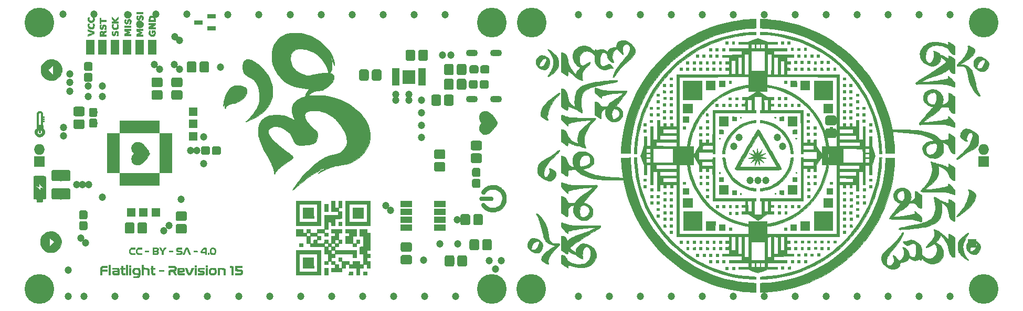
<source format=gbr>
G04 #@! TF.GenerationSoftware,KiCad,Pcbnew,5.0.0*
G04 #@! TF.CreationDate,2018-08-30T01:52:45+01:00*
G04 #@! TF.ProjectId,test,746573742E6B696361645F7063620000,rev?*
G04 #@! TF.SameCoordinates,Original*
G04 #@! TF.FileFunction,Soldermask,Top*
G04 #@! TF.FilePolarity,Negative*
%FSLAX46Y46*%
G04 Gerber Fmt 4.6, Leading zero omitted, Abs format (unit mm)*
G04 Created by KiCad (PCBNEW 5.0.0) date Thu Aug 30 01:52:45 2018*
%MOMM*%
%LPD*%
G01*
G04 APERTURE LIST*
%ADD10C,0.010000*%
%ADD11O,1.900000X1.100000*%
%ADD12R,1.400000X1.400000*%
%ADD13C,0.100000*%
%ADD14C,1.350000*%
%ADD15C,1.550000*%
%ADD16C,1.825000*%
%ADD17R,1.400000X2.400000*%
%ADD18R,1.750000X1.750000*%
%ADD19O,1.750000X1.750000*%
%ADD20R,1.950000X1.000000*%
%ADD21R,2.000000X0.950000*%
%ADD22R,0.950000X2.000000*%
%ADD23R,1.290000X0.820000*%
%ADD24R,2.080000X2.280000*%
%ADD25C,4.800000*%
%ADD26R,1.440000X0.740000*%
%ADD27R,3.100000X1.100000*%
%ADD28R,3.100000X1.400000*%
%ADD29R,1.100000X3.100000*%
%ADD30R,1.400000X3.100000*%
%ADD31C,1.200000*%
G04 APERTURE END LIST*
D10*
G04 #@! TO.C,G\002A\002A\002A*
G36*
X29476428Y-34733753D02*
X29483210Y-34631975D01*
X29497869Y-34552963D01*
X29523152Y-34479901D01*
X29548517Y-34423556D01*
X29667636Y-34233651D01*
X29821935Y-34084006D01*
X30005329Y-33976371D01*
X30211730Y-33912494D01*
X30435056Y-33894123D01*
X30669218Y-33923008D01*
X30908134Y-34000896D01*
X30951509Y-34020412D01*
X31153532Y-34138423D01*
X31364630Y-34304842D01*
X31578803Y-34513685D01*
X31790056Y-34758965D01*
X31992391Y-35034696D01*
X32041020Y-35107903D01*
X32123487Y-35241060D01*
X32202130Y-35379570D01*
X32271358Y-35512316D01*
X32325582Y-35628183D01*
X32359211Y-35716054D01*
X32367555Y-35757216D01*
X32355335Y-35797872D01*
X32322779Y-35874271D01*
X32276045Y-35972316D01*
X32257687Y-36008729D01*
X32070900Y-36340287D01*
X31865334Y-36635518D01*
X31626431Y-36914382D01*
X31509313Y-37034745D01*
X31330269Y-37204914D01*
X31172878Y-37335341D01*
X31026531Y-37432599D01*
X30880619Y-37503260D01*
X30724533Y-37553899D01*
X30639365Y-37573763D01*
X30398601Y-37599111D01*
X30172234Y-37573926D01*
X29966017Y-37500813D01*
X29785705Y-37382378D01*
X29637049Y-37221226D01*
X29553802Y-37082156D01*
X29517422Y-37002591D01*
X29494237Y-36931682D01*
X29481343Y-36852608D01*
X29475830Y-36748547D01*
X29474778Y-36624889D01*
X29476344Y-36484357D01*
X29483025Y-36382753D01*
X29497793Y-36302598D01*
X29523623Y-36226418D01*
X29554564Y-36155908D01*
X29618205Y-36041792D01*
X29698664Y-35928560D01*
X29755782Y-35864084D01*
X29877214Y-35744908D01*
X29757429Y-35634494D01*
X29671207Y-35536557D01*
X29590041Y-35413160D01*
X29556211Y-35347762D01*
X29518597Y-35260743D01*
X29494678Y-35184872D01*
X29481425Y-35102567D01*
X29475809Y-34996248D01*
X29474778Y-34875111D01*
X29476428Y-34733753D01*
X29476428Y-34733753D01*
G37*
X29476428Y-34733753D02*
X29483210Y-34631975D01*
X29497869Y-34552963D01*
X29523152Y-34479901D01*
X29548517Y-34423556D01*
X29667636Y-34233651D01*
X29821935Y-34084006D01*
X30005329Y-33976371D01*
X30211730Y-33912494D01*
X30435056Y-33894123D01*
X30669218Y-33923008D01*
X30908134Y-34000896D01*
X30951509Y-34020412D01*
X31153532Y-34138423D01*
X31364630Y-34304842D01*
X31578803Y-34513685D01*
X31790056Y-34758965D01*
X31992391Y-35034696D01*
X32041020Y-35107903D01*
X32123487Y-35241060D01*
X32202130Y-35379570D01*
X32271358Y-35512316D01*
X32325582Y-35628183D01*
X32359211Y-35716054D01*
X32367555Y-35757216D01*
X32355335Y-35797872D01*
X32322779Y-35874271D01*
X32276045Y-35972316D01*
X32257687Y-36008729D01*
X32070900Y-36340287D01*
X31865334Y-36635518D01*
X31626431Y-36914382D01*
X31509313Y-37034745D01*
X31330269Y-37204914D01*
X31172878Y-37335341D01*
X31026531Y-37432599D01*
X30880619Y-37503260D01*
X30724533Y-37553899D01*
X30639365Y-37573763D01*
X30398601Y-37599111D01*
X30172234Y-37573926D01*
X29966017Y-37500813D01*
X29785705Y-37382378D01*
X29637049Y-37221226D01*
X29553802Y-37082156D01*
X29517422Y-37002591D01*
X29494237Y-36931682D01*
X29481343Y-36852608D01*
X29475830Y-36748547D01*
X29474778Y-36624889D01*
X29476344Y-36484357D01*
X29483025Y-36382753D01*
X29497793Y-36302598D01*
X29523623Y-36226418D01*
X29554564Y-36155908D01*
X29618205Y-36041792D01*
X29698664Y-35928560D01*
X29755782Y-35864084D01*
X29877214Y-35744908D01*
X29757429Y-35634494D01*
X29671207Y-35536557D01*
X29590041Y-35413160D01*
X29556211Y-35347762D01*
X29518597Y-35260743D01*
X29494678Y-35184872D01*
X29481425Y-35102567D01*
X29475809Y-34996248D01*
X29474778Y-34875111D01*
X29476428Y-34733753D01*
G36*
X40055355Y-51460160D02*
X40063323Y-51542793D01*
X40071290Y-51625426D01*
X39483283Y-51625426D01*
X39483283Y-51445782D01*
X40055355Y-51460160D01*
X40055355Y-51460160D01*
G37*
X40055355Y-51460160D02*
X40063323Y-51542793D01*
X40071290Y-51625426D01*
X39483283Y-51625426D01*
X39483283Y-51445782D01*
X40055355Y-51460160D01*
G36*
X36088989Y-51460160D02*
X36096956Y-51542793D01*
X36104924Y-51625426D01*
X35516917Y-51625426D01*
X35516917Y-51445782D01*
X36088989Y-51460160D01*
X36088989Y-51460160D01*
G37*
X36088989Y-51460160D02*
X36096956Y-51542793D01*
X36104924Y-51625426D01*
X35516917Y-51625426D01*
X35516917Y-51445782D01*
X36088989Y-51460160D01*
G36*
X32249750Y-51460160D02*
X32265684Y-51625426D01*
X31677678Y-51625426D01*
X31677678Y-51445782D01*
X32249750Y-51460160D01*
X32249750Y-51460160D01*
G37*
X32249750Y-51460160D02*
X32265684Y-51625426D01*
X31677678Y-51625426D01*
X31677678Y-51445782D01*
X32249750Y-51460160D01*
G36*
X41940665Y-51831271D02*
X41966557Y-51847825D01*
X41974426Y-51892329D01*
X41974975Y-51943243D01*
X41973075Y-52013545D01*
X41960200Y-52046835D01*
X41925586Y-52056952D01*
X41885986Y-52057658D01*
X41831307Y-52055215D01*
X41805415Y-52038662D01*
X41797546Y-51994158D01*
X41796997Y-51943243D01*
X41798897Y-51872942D01*
X41811772Y-51839652D01*
X41846386Y-51829535D01*
X41885986Y-51828829D01*
X41940665Y-51831271D01*
X41940665Y-51831271D01*
G37*
X41940665Y-51831271D02*
X41966557Y-51847825D01*
X41974426Y-51892329D01*
X41974975Y-51943243D01*
X41973075Y-52013545D01*
X41960200Y-52046835D01*
X41925586Y-52056952D01*
X41885986Y-52057658D01*
X41831307Y-52055215D01*
X41805415Y-52038662D01*
X41797546Y-51994158D01*
X41796997Y-51943243D01*
X41798897Y-51872942D01*
X41811772Y-51839652D01*
X41846386Y-51829535D01*
X41885986Y-51828829D01*
X41940665Y-51831271D01*
G36*
X41387053Y-50966781D02*
X41449932Y-50976339D01*
X41496279Y-50999371D01*
X41528610Y-51041816D01*
X41549444Y-51109617D01*
X41561296Y-51208715D01*
X41566686Y-51345052D01*
X41568128Y-51524569D01*
X41568168Y-51585616D01*
X41568168Y-52057658D01*
X41364765Y-52057658D01*
X41364765Y-51828829D01*
X41045791Y-51828829D01*
X40912922Y-51828364D01*
X40820824Y-51825824D01*
X40759422Y-51819494D01*
X40718636Y-51807659D01*
X40688390Y-51788604D01*
X40661386Y-51763398D01*
X40619213Y-51707925D01*
X40604620Y-51647793D01*
X40612845Y-51609097D01*
X40835384Y-51609097D01*
X40864404Y-51635589D01*
X40937446Y-51647593D01*
X41056833Y-51650772D01*
X41097798Y-51650851D01*
X41364765Y-51650851D01*
X41364765Y-51167768D01*
X41282132Y-51168157D01*
X41237558Y-51169310D01*
X41202281Y-51176629D01*
X41167523Y-51196646D01*
X41124508Y-51235892D01*
X41064460Y-51300896D01*
X40989253Y-51386075D01*
X40900130Y-51490002D01*
X40848067Y-51562455D01*
X40835384Y-51609097D01*
X40612845Y-51609097D01*
X40619739Y-51576670D01*
X40666702Y-51488229D01*
X40747642Y-51376138D01*
X40823147Y-51283214D01*
X40926570Y-51162345D01*
X41008125Y-51076299D01*
X41076559Y-51019299D01*
X41140618Y-50985565D01*
X41209048Y-50969318D01*
X41290596Y-50964780D01*
X41305124Y-50964754D01*
X41387053Y-50966781D01*
X41387053Y-50966781D01*
G37*
X41387053Y-50966781D02*
X41449932Y-50976339D01*
X41496279Y-50999371D01*
X41528610Y-51041816D01*
X41549444Y-51109617D01*
X41561296Y-51208715D01*
X41566686Y-51345052D01*
X41568128Y-51524569D01*
X41568168Y-51585616D01*
X41568168Y-52057658D01*
X41364765Y-52057658D01*
X41364765Y-51828829D01*
X41045791Y-51828829D01*
X40912922Y-51828364D01*
X40820824Y-51825824D01*
X40759422Y-51819494D01*
X40718636Y-51807659D01*
X40688390Y-51788604D01*
X40661386Y-51763398D01*
X40619213Y-51707925D01*
X40604620Y-51647793D01*
X40612845Y-51609097D01*
X40835384Y-51609097D01*
X40864404Y-51635589D01*
X40937446Y-51647593D01*
X41056833Y-51650772D01*
X41097798Y-51650851D01*
X41364765Y-51650851D01*
X41364765Y-51167768D01*
X41282132Y-51168157D01*
X41237558Y-51169310D01*
X41202281Y-51176629D01*
X41167523Y-51196646D01*
X41124508Y-51235892D01*
X41064460Y-51300896D01*
X40989253Y-51386075D01*
X40900130Y-51490002D01*
X40848067Y-51562455D01*
X40835384Y-51609097D01*
X40612845Y-51609097D01*
X40619739Y-51576670D01*
X40666702Y-51488229D01*
X40747642Y-51376138D01*
X40823147Y-51283214D01*
X40926570Y-51162345D01*
X41008125Y-51076299D01*
X41076559Y-51019299D01*
X41140618Y-50985565D01*
X41209048Y-50969318D01*
X41290596Y-50964780D01*
X41305124Y-50964754D01*
X41387053Y-50966781D01*
G36*
X38432865Y-50948626D02*
X38487974Y-50962824D01*
X38551545Y-51006602D01*
X38591881Y-51060187D01*
X38610629Y-51105240D01*
X38643458Y-51187961D01*
X38686554Y-51298420D01*
X38736104Y-51426688D01*
X38788296Y-51562835D01*
X38839317Y-51696929D01*
X38885353Y-51819042D01*
X38922593Y-51919243D01*
X38938266Y-51962313D01*
X38972519Y-52057658D01*
X38865589Y-52057288D01*
X38758659Y-52056919D01*
X38589532Y-51605987D01*
X38527241Y-51442443D01*
X38478675Y-51321579D01*
X38441217Y-51237925D01*
X38412247Y-51186007D01*
X38389149Y-51160353D01*
X38373766Y-51155055D01*
X38353086Y-51164631D01*
X38327904Y-51196919D01*
X38295574Y-51257258D01*
X38253452Y-51350985D01*
X38198894Y-51483441D01*
X38150204Y-51606357D01*
X37973280Y-52057658D01*
X37760276Y-52057658D01*
X37962335Y-51542793D01*
X38023247Y-51389750D01*
X38079779Y-51251765D01*
X38128763Y-51136251D01*
X38167032Y-51050618D01*
X38191417Y-51002277D01*
X38196320Y-50995294D01*
X38255861Y-50962876D01*
X38342136Y-50946493D01*
X38432865Y-50948626D01*
X38432865Y-50948626D01*
G37*
X38432865Y-50948626D02*
X38487974Y-50962824D01*
X38551545Y-51006602D01*
X38591881Y-51060187D01*
X38610629Y-51105240D01*
X38643458Y-51187961D01*
X38686554Y-51298420D01*
X38736104Y-51426688D01*
X38788296Y-51562835D01*
X38839317Y-51696929D01*
X38885353Y-51819042D01*
X38922593Y-51919243D01*
X38938266Y-51962313D01*
X38972519Y-52057658D01*
X38865589Y-52057288D01*
X38758659Y-52056919D01*
X38589532Y-51605987D01*
X38527241Y-51442443D01*
X38478675Y-51321579D01*
X38441217Y-51237925D01*
X38412247Y-51186007D01*
X38389149Y-51160353D01*
X38373766Y-51155055D01*
X38353086Y-51164631D01*
X38327904Y-51196919D01*
X38295574Y-51257258D01*
X38253452Y-51350985D01*
X38198894Y-51483441D01*
X38150204Y-51606357D01*
X37973280Y-52057658D01*
X37760276Y-52057658D01*
X37962335Y-51542793D01*
X38023247Y-51389750D01*
X38079779Y-51251765D01*
X38128763Y-51136251D01*
X38167032Y-51050618D01*
X38191417Y-51002277D01*
X38196320Y-50995294D01*
X38255861Y-50962876D01*
X38342136Y-50946493D01*
X38432865Y-50948626D01*
G36*
X37576376Y-51167768D02*
X37269600Y-51167768D01*
X37115244Y-51169830D01*
X37004774Y-51177403D01*
X36931341Y-51192565D01*
X36888098Y-51217394D01*
X36868195Y-51253967D01*
X36864464Y-51290705D01*
X36872851Y-51353046D01*
X36903654Y-51392637D01*
X36965341Y-51414126D01*
X37066380Y-51422163D01*
X37104735Y-51422644D01*
X37287992Y-51432736D01*
X37434539Y-51460881D01*
X37539483Y-51505959D01*
X37568980Y-51528729D01*
X37620648Y-51608513D01*
X37644019Y-51713095D01*
X37636657Y-51823490D01*
X37615030Y-51887715D01*
X37579364Y-51948340D01*
X37533092Y-51992988D01*
X37468541Y-52023946D01*
X37378039Y-52043501D01*
X37253911Y-52053941D01*
X37088486Y-52057552D01*
X37044956Y-52057658D01*
X36686486Y-52057658D01*
X36686486Y-51854254D01*
X37018689Y-51854254D01*
X37147547Y-51852303D01*
X37261141Y-51846970D01*
X37348106Y-51839040D01*
X37397077Y-51829299D01*
X37400070Y-51827934D01*
X37435467Y-51785455D01*
X37449448Y-51722264D01*
X37439913Y-51661823D01*
X37417467Y-51633283D01*
X37380111Y-51623680D01*
X37303983Y-51613814D01*
X37201137Y-51605007D01*
X37112695Y-51599844D01*
X36991234Y-51593486D01*
X36908845Y-51585999D01*
X36853784Y-51574266D01*
X36814312Y-51555173D01*
X36778686Y-51525604D01*
X36758626Y-51505896D01*
X36706393Y-51444375D01*
X36682140Y-51382108D01*
X36675661Y-51300214D01*
X36681790Y-51189796D01*
X36707558Y-51105546D01*
X36758370Y-51044264D01*
X36839635Y-51002751D01*
X36956761Y-50977807D01*
X37115155Y-50966233D01*
X37243332Y-50964365D01*
X37576376Y-50964365D01*
X37576376Y-51167768D01*
X37576376Y-51167768D01*
G37*
X37576376Y-51167768D02*
X37269600Y-51167768D01*
X37115244Y-51169830D01*
X37004774Y-51177403D01*
X36931341Y-51192565D01*
X36888098Y-51217394D01*
X36868195Y-51253967D01*
X36864464Y-51290705D01*
X36872851Y-51353046D01*
X36903654Y-51392637D01*
X36965341Y-51414126D01*
X37066380Y-51422163D01*
X37104735Y-51422644D01*
X37287992Y-51432736D01*
X37434539Y-51460881D01*
X37539483Y-51505959D01*
X37568980Y-51528729D01*
X37620648Y-51608513D01*
X37644019Y-51713095D01*
X37636657Y-51823490D01*
X37615030Y-51887715D01*
X37579364Y-51948340D01*
X37533092Y-51992988D01*
X37468541Y-52023946D01*
X37378039Y-52043501D01*
X37253911Y-52053941D01*
X37088486Y-52057552D01*
X37044956Y-52057658D01*
X36686486Y-52057658D01*
X36686486Y-51854254D01*
X37018689Y-51854254D01*
X37147547Y-51852303D01*
X37261141Y-51846970D01*
X37348106Y-51839040D01*
X37397077Y-51829299D01*
X37400070Y-51827934D01*
X37435467Y-51785455D01*
X37449448Y-51722264D01*
X37439913Y-51661823D01*
X37417467Y-51633283D01*
X37380111Y-51623680D01*
X37303983Y-51613814D01*
X37201137Y-51605007D01*
X37112695Y-51599844D01*
X36991234Y-51593486D01*
X36908845Y-51585999D01*
X36853784Y-51574266D01*
X36814312Y-51555173D01*
X36778686Y-51525604D01*
X36758626Y-51505896D01*
X36706393Y-51444375D01*
X36682140Y-51382108D01*
X36675661Y-51300214D01*
X36681790Y-51189796D01*
X36707558Y-51105546D01*
X36758370Y-51044264D01*
X36839635Y-51002751D01*
X36956761Y-50977807D01*
X37115155Y-50966233D01*
X37243332Y-50964365D01*
X37576376Y-50964365D01*
X37576376Y-51167768D01*
G36*
X34316646Y-51192879D02*
X34377110Y-51286325D01*
X34427752Y-51361285D01*
X34462437Y-51408885D01*
X34474474Y-51421309D01*
X34492699Y-51401339D01*
X34532170Y-51347348D01*
X34586665Y-51268108D01*
X34636655Y-51192794D01*
X34786123Y-50964365D01*
X35010851Y-50964365D01*
X34928123Y-51085135D01*
X34873463Y-51163945D01*
X34802382Y-51265095D01*
X34728189Y-51369670D01*
X34710785Y-51394034D01*
X34576176Y-51582161D01*
X34576176Y-52057658D01*
X34372773Y-52057658D01*
X34372773Y-51581156D01*
X34204346Y-51342680D01*
X34131609Y-51239696D01*
X34064929Y-51145298D01*
X34012601Y-51071225D01*
X33986499Y-51034284D01*
X33937078Y-50964365D01*
X34171530Y-50964365D01*
X34316646Y-51192879D01*
X34316646Y-51192879D01*
G37*
X34316646Y-51192879D02*
X34377110Y-51286325D01*
X34427752Y-51361285D01*
X34462437Y-51408885D01*
X34474474Y-51421309D01*
X34492699Y-51401339D01*
X34532170Y-51347348D01*
X34586665Y-51268108D01*
X34636655Y-51192794D01*
X34786123Y-50964365D01*
X35010851Y-50964365D01*
X34928123Y-51085135D01*
X34873463Y-51163945D01*
X34802382Y-51265095D01*
X34728189Y-51369670D01*
X34710785Y-51394034D01*
X34576176Y-51582161D01*
X34576176Y-52057658D01*
X34372773Y-52057658D01*
X34372773Y-51581156D01*
X34204346Y-51342680D01*
X34131609Y-51239696D01*
X34064929Y-51145298D01*
X34012601Y-51071225D01*
X33986499Y-51034284D01*
X33937078Y-50964365D01*
X34171530Y-50964365D01*
X34316646Y-51192879D01*
G36*
X33372927Y-50966142D02*
X33488170Y-50973210D01*
X33582799Y-50984364D01*
X33644937Y-50999526D01*
X33645642Y-50999817D01*
X33742675Y-51062819D01*
X33798055Y-51154364D01*
X33813413Y-51260463D01*
X33797276Y-51364303D01*
X33750670Y-51441836D01*
X33687927Y-51516402D01*
X33750670Y-51575346D01*
X33793422Y-51629752D01*
X33811309Y-51699116D01*
X33813413Y-51751327D01*
X33795906Y-51872551D01*
X33741270Y-51961041D01*
X33646339Y-52021914D01*
X33645642Y-52022205D01*
X33584157Y-52037435D01*
X33489979Y-52048658D01*
X33374987Y-52055795D01*
X33251055Y-52058768D01*
X33130062Y-52057497D01*
X33023883Y-52051903D01*
X32944395Y-52041908D01*
X32903476Y-52027432D01*
X32903183Y-52027147D01*
X32891890Y-51990886D01*
X32883018Y-51913667D01*
X32879481Y-51854254D01*
X33076076Y-51854254D01*
X33313677Y-51854254D01*
X33428764Y-51852889D01*
X33504633Y-51847391D01*
X33552873Y-51835654D01*
X33585079Y-51815575D01*
X33597994Y-51802634D01*
X33629660Y-51750503D01*
X33623448Y-51690794D01*
X33620446Y-51681863D01*
X33607739Y-51650707D01*
X33589215Y-51630367D01*
X33554828Y-51618146D01*
X33494535Y-51611343D01*
X33398291Y-51607260D01*
X33336129Y-51605467D01*
X33076076Y-51598221D01*
X33076076Y-51854254D01*
X32879481Y-51854254D01*
X32876567Y-51805325D01*
X32872537Y-51675697D01*
X32870929Y-51534616D01*
X32871741Y-51391919D01*
X32874975Y-51257440D01*
X32880565Y-51142343D01*
X33076076Y-51142343D01*
X33076076Y-51422022D01*
X33304905Y-51422022D01*
X33418851Y-51420410D01*
X33494082Y-51414110D01*
X33542670Y-51400926D01*
X33576689Y-51378665D01*
X33584585Y-51371171D01*
X33622298Y-51320834D01*
X33635435Y-51282182D01*
X33618604Y-51237066D01*
X33584585Y-51193193D01*
X33552366Y-51168230D01*
X33508698Y-51152912D01*
X33441505Y-51145045D01*
X33338714Y-51142432D01*
X33304905Y-51142343D01*
X33076076Y-51142343D01*
X32880565Y-51142343D01*
X32880630Y-51141016D01*
X32888706Y-51052481D01*
X32899204Y-51001671D01*
X32903183Y-50994875D01*
X32943347Y-50980322D01*
X33022280Y-50970252D01*
X33128105Y-50964584D01*
X33248946Y-50963241D01*
X33372927Y-50966142D01*
X33372927Y-50966142D01*
G37*
X33372927Y-50966142D02*
X33488170Y-50973210D01*
X33582799Y-50984364D01*
X33644937Y-50999526D01*
X33645642Y-50999817D01*
X33742675Y-51062819D01*
X33798055Y-51154364D01*
X33813413Y-51260463D01*
X33797276Y-51364303D01*
X33750670Y-51441836D01*
X33687927Y-51516402D01*
X33750670Y-51575346D01*
X33793422Y-51629752D01*
X33811309Y-51699116D01*
X33813413Y-51751327D01*
X33795906Y-51872551D01*
X33741270Y-51961041D01*
X33646339Y-52021914D01*
X33645642Y-52022205D01*
X33584157Y-52037435D01*
X33489979Y-52048658D01*
X33374987Y-52055795D01*
X33251055Y-52058768D01*
X33130062Y-52057497D01*
X33023883Y-52051903D01*
X32944395Y-52041908D01*
X32903476Y-52027432D01*
X32903183Y-52027147D01*
X32891890Y-51990886D01*
X32883018Y-51913667D01*
X32879481Y-51854254D01*
X33076076Y-51854254D01*
X33313677Y-51854254D01*
X33428764Y-51852889D01*
X33504633Y-51847391D01*
X33552873Y-51835654D01*
X33585079Y-51815575D01*
X33597994Y-51802634D01*
X33629660Y-51750503D01*
X33623448Y-51690794D01*
X33620446Y-51681863D01*
X33607739Y-51650707D01*
X33589215Y-51630367D01*
X33554828Y-51618146D01*
X33494535Y-51611343D01*
X33398291Y-51607260D01*
X33336129Y-51605467D01*
X33076076Y-51598221D01*
X33076076Y-51854254D01*
X32879481Y-51854254D01*
X32876567Y-51805325D01*
X32872537Y-51675697D01*
X32870929Y-51534616D01*
X32871741Y-51391919D01*
X32874975Y-51257440D01*
X32880565Y-51142343D01*
X33076076Y-51142343D01*
X33076076Y-51422022D01*
X33304905Y-51422022D01*
X33418851Y-51420410D01*
X33494082Y-51414110D01*
X33542670Y-51400926D01*
X33576689Y-51378665D01*
X33584585Y-51371171D01*
X33622298Y-51320834D01*
X33635435Y-51282182D01*
X33618604Y-51237066D01*
X33584585Y-51193193D01*
X33552366Y-51168230D01*
X33508698Y-51152912D01*
X33441505Y-51145045D01*
X33338714Y-51142432D01*
X33304905Y-51142343D01*
X33076076Y-51142343D01*
X32880565Y-51142343D01*
X32880630Y-51141016D01*
X32888706Y-51052481D01*
X32899204Y-51001671D01*
X32903183Y-50994875D01*
X32943347Y-50980322D01*
X33022280Y-50970252D01*
X33128105Y-50964584D01*
X33248946Y-50963241D01*
X33372927Y-50966142D01*
G36*
X31092893Y-51163392D02*
X30798244Y-51171936D01*
X30671371Y-51176163D01*
X30584875Y-51181647D01*
X30528294Y-51190691D01*
X30491163Y-51205599D01*
X30463020Y-51228673D01*
X30443917Y-51249924D01*
X30389746Y-51346028D01*
X30364214Y-51463919D01*
X30366860Y-51587607D01*
X30397220Y-51701101D01*
X30454831Y-51788410D01*
X30459630Y-51792908D01*
X30491678Y-51814962D01*
X30537125Y-51830157D01*
X30606151Y-51840188D01*
X30708936Y-51846748D01*
X30803092Y-51850086D01*
X31092893Y-51858630D01*
X31092893Y-52057658D01*
X30819570Y-52055472D01*
X30698575Y-52052525D01*
X30589449Y-52046312D01*
X30506664Y-52037845D01*
X30472353Y-52031183D01*
X30382633Y-51984129D01*
X30295619Y-51905705D01*
X30228251Y-51813359D01*
X30202896Y-51753681D01*
X30185068Y-51648007D01*
X30178784Y-51517033D01*
X30184043Y-51384984D01*
X30200845Y-51276082D01*
X30202896Y-51268342D01*
X30251436Y-51170751D01*
X30333013Y-51079396D01*
X30430882Y-51010887D01*
X30484163Y-50989365D01*
X30547099Y-50978620D01*
X30644956Y-50970189D01*
X30761817Y-50965215D01*
X30832114Y-50964365D01*
X31092893Y-50964365D01*
X31092893Y-51163392D01*
X31092893Y-51163392D01*
G37*
X31092893Y-51163392D02*
X30798244Y-51171936D01*
X30671371Y-51176163D01*
X30584875Y-51181647D01*
X30528294Y-51190691D01*
X30491163Y-51205599D01*
X30463020Y-51228673D01*
X30443917Y-51249924D01*
X30389746Y-51346028D01*
X30364214Y-51463919D01*
X30366860Y-51587607D01*
X30397220Y-51701101D01*
X30454831Y-51788410D01*
X30459630Y-51792908D01*
X30491678Y-51814962D01*
X30537125Y-51830157D01*
X30606151Y-51840188D01*
X30708936Y-51846748D01*
X30803092Y-51850086D01*
X31092893Y-51858630D01*
X31092893Y-52057658D01*
X30819570Y-52055472D01*
X30698575Y-52052525D01*
X30589449Y-52046312D01*
X30506664Y-52037845D01*
X30472353Y-52031183D01*
X30382633Y-51984129D01*
X30295619Y-51905705D01*
X30228251Y-51813359D01*
X30202896Y-51753681D01*
X30185068Y-51648007D01*
X30178784Y-51517033D01*
X30184043Y-51384984D01*
X30200845Y-51276082D01*
X30202896Y-51268342D01*
X30251436Y-51170751D01*
X30333013Y-51079396D01*
X30430882Y-51010887D01*
X30484163Y-50989365D01*
X30547099Y-50978620D01*
X30644956Y-50970189D01*
X30761817Y-50965215D01*
X30832114Y-50964365D01*
X31092893Y-50964365D01*
X31092893Y-51163392D01*
G36*
X29999600Y-51163392D02*
X29704950Y-51171936D01*
X29578078Y-51176163D01*
X29491582Y-51181647D01*
X29435000Y-51190691D01*
X29397870Y-51205599D01*
X29369727Y-51228673D01*
X29350624Y-51249924D01*
X29296452Y-51346028D01*
X29270921Y-51463919D01*
X29273567Y-51587607D01*
X29303927Y-51701101D01*
X29361538Y-51788410D01*
X29366336Y-51792908D01*
X29398384Y-51814962D01*
X29443832Y-51830157D01*
X29512858Y-51840188D01*
X29615643Y-51846748D01*
X29709799Y-51850086D01*
X29999600Y-51858630D01*
X29999600Y-52057658D01*
X29726276Y-52055472D01*
X29605282Y-52052525D01*
X29496156Y-52046312D01*
X29413371Y-52037845D01*
X29379059Y-52031183D01*
X29289340Y-51984129D01*
X29202326Y-51905705D01*
X29134958Y-51813359D01*
X29109603Y-51753681D01*
X29091775Y-51648007D01*
X29085491Y-51517033D01*
X29090750Y-51384984D01*
X29107552Y-51276082D01*
X29109603Y-51268342D01*
X29158143Y-51170751D01*
X29239720Y-51079396D01*
X29337589Y-51010887D01*
X29390870Y-50989365D01*
X29453806Y-50978620D01*
X29551663Y-50970189D01*
X29668524Y-50965215D01*
X29738821Y-50964365D01*
X29999600Y-50964365D01*
X29999600Y-51163392D01*
X29999600Y-51163392D01*
G37*
X29999600Y-51163392D02*
X29704950Y-51171936D01*
X29578078Y-51176163D01*
X29491582Y-51181647D01*
X29435000Y-51190691D01*
X29397870Y-51205599D01*
X29369727Y-51228673D01*
X29350624Y-51249924D01*
X29296452Y-51346028D01*
X29270921Y-51463919D01*
X29273567Y-51587607D01*
X29303927Y-51701101D01*
X29361538Y-51788410D01*
X29366336Y-51792908D01*
X29398384Y-51814962D01*
X29443832Y-51830157D01*
X29512858Y-51840188D01*
X29615643Y-51846748D01*
X29709799Y-51850086D01*
X29999600Y-51858630D01*
X29999600Y-52057658D01*
X29726276Y-52055472D01*
X29605282Y-52052525D01*
X29496156Y-52046312D01*
X29413371Y-52037845D01*
X29379059Y-52031183D01*
X29289340Y-51984129D01*
X29202326Y-51905705D01*
X29134958Y-51813359D01*
X29109603Y-51753681D01*
X29091775Y-51648007D01*
X29085491Y-51517033D01*
X29090750Y-51384984D01*
X29107552Y-51276082D01*
X29109603Y-51268342D01*
X29158143Y-51170751D01*
X29239720Y-51079396D01*
X29337589Y-51010887D01*
X29390870Y-50989365D01*
X29453806Y-50978620D01*
X29551663Y-50970189D01*
X29668524Y-50965215D01*
X29738821Y-50964365D01*
X29999600Y-50964365D01*
X29999600Y-51163392D01*
G36*
X42686144Y-50947281D02*
X42826134Y-50994417D01*
X42932657Y-51070165D01*
X43017418Y-51186368D01*
X43069134Y-51334117D01*
X43085789Y-51504672D01*
X43070023Y-51665714D01*
X43023867Y-51824909D01*
X42950094Y-51942510D01*
X42845346Y-52021612D01*
X42706270Y-52065310D01*
X42626760Y-52074588D01*
X42510384Y-52075478D01*
X42419160Y-52057293D01*
X42369069Y-52036879D01*
X42255624Y-51965590D01*
X42176042Y-51872121D01*
X42126891Y-51749623D01*
X42104735Y-51591245D01*
X42102660Y-51505471D01*
X42104012Y-51486733D01*
X42282395Y-51486733D01*
X42290721Y-51623073D01*
X42330054Y-51737341D01*
X42398262Y-51819789D01*
X42415124Y-51831567D01*
X42518897Y-51870415D01*
X42634355Y-51872896D01*
X42742844Y-51840802D01*
X42809921Y-51793628D01*
X42843239Y-51756272D01*
X42863378Y-51717079D01*
X42873616Y-51662362D01*
X42877228Y-51578435D01*
X42877578Y-51511011D01*
X42876307Y-51403882D01*
X42870310Y-51333898D01*
X42856310Y-51287371D01*
X42831032Y-51250618D01*
X42809921Y-51228395D01*
X42738539Y-51177350D01*
X42644650Y-51152802D01*
X42619231Y-51150125D01*
X42490643Y-51158104D01*
X42391534Y-51205258D01*
X42325191Y-51289607D01*
X42307208Y-51338067D01*
X42282395Y-51486733D01*
X42104012Y-51486733D01*
X42115429Y-51328565D01*
X42154833Y-51190711D01*
X42224197Y-51085766D01*
X42326847Y-51007589D01*
X42388252Y-50978047D01*
X42535830Y-50941088D01*
X42686144Y-50947281D01*
X42686144Y-50947281D01*
G37*
X42686144Y-50947281D02*
X42826134Y-50994417D01*
X42932657Y-51070165D01*
X43017418Y-51186368D01*
X43069134Y-51334117D01*
X43085789Y-51504672D01*
X43070023Y-51665714D01*
X43023867Y-51824909D01*
X42950094Y-51942510D01*
X42845346Y-52021612D01*
X42706270Y-52065310D01*
X42626760Y-52074588D01*
X42510384Y-52075478D01*
X42419160Y-52057293D01*
X42369069Y-52036879D01*
X42255624Y-51965590D01*
X42176042Y-51872121D01*
X42126891Y-51749623D01*
X42104735Y-51591245D01*
X42102660Y-51505471D01*
X42104012Y-51486733D01*
X42282395Y-51486733D01*
X42290721Y-51623073D01*
X42330054Y-51737341D01*
X42398262Y-51819789D01*
X42415124Y-51831567D01*
X42518897Y-51870415D01*
X42634355Y-51872896D01*
X42742844Y-51840802D01*
X42809921Y-51793628D01*
X42843239Y-51756272D01*
X42863378Y-51717079D01*
X42873616Y-51662362D01*
X42877228Y-51578435D01*
X42877578Y-51511011D01*
X42876307Y-51403882D01*
X42870310Y-51333898D01*
X42856310Y-51287371D01*
X42831032Y-51250618D01*
X42809921Y-51228395D01*
X42738539Y-51177350D01*
X42644650Y-51152802D01*
X42619231Y-51150125D01*
X42490643Y-51158104D01*
X42391534Y-51205258D01*
X42325191Y-51289607D01*
X42307208Y-51338067D01*
X42282395Y-51486733D01*
X42104012Y-51486733D01*
X42115429Y-51328565D01*
X42154833Y-51190711D01*
X42224197Y-51085766D01*
X42326847Y-51007589D01*
X42388252Y-50978047D01*
X42535830Y-50941088D01*
X42686144Y-50947281D01*
G36*
X44281867Y-27909065D02*
X44303150Y-27757926D01*
X44335181Y-27577787D01*
X44376835Y-27374985D01*
X44426988Y-27155855D01*
X44484517Y-26926734D01*
X44546601Y-26699889D01*
X44668748Y-26336021D01*
X44818178Y-25999635D01*
X44991396Y-25695716D01*
X45184905Y-25429250D01*
X45395210Y-25205221D01*
X45618814Y-25028615D01*
X45784777Y-24934245D01*
X45956991Y-24860053D01*
X46119858Y-24810052D01*
X46289945Y-24781312D01*
X46483816Y-24770905D01*
X46687889Y-24774613D01*
X46993743Y-24802051D01*
X47270205Y-24857177D01*
X47512976Y-24937898D01*
X47717760Y-25042122D01*
X47880258Y-25167758D01*
X47996174Y-25312713D01*
X48051699Y-25438548D01*
X48079927Y-25598753D01*
X48081829Y-25785631D01*
X48058436Y-25976486D01*
X48020660Y-26121333D01*
X47890417Y-26415093D01*
X47708531Y-26686262D01*
X47475215Y-26934541D01*
X47385913Y-27012277D01*
X47152075Y-27189572D01*
X46913461Y-27334409D01*
X46657990Y-27452189D01*
X46373584Y-27548309D01*
X46048164Y-27628169D01*
X45974454Y-27643188D01*
X45740159Y-27690943D01*
X45551939Y-27733039D01*
X45400051Y-27772228D01*
X45274757Y-27811263D01*
X45166315Y-27852898D01*
X45064984Y-27899884D01*
X45063418Y-27900670D01*
X44902182Y-28004425D01*
X44773811Y-28133395D01*
X44685414Y-28277993D01*
X44644097Y-28428633D01*
X44641935Y-28469167D01*
X44625832Y-28519368D01*
X44590808Y-28544078D01*
X44562289Y-28534880D01*
X44554060Y-28500936D01*
X44545273Y-28421764D01*
X44536894Y-28308561D01*
X44529888Y-28172525D01*
X44528889Y-28147566D01*
X44514777Y-27779468D01*
X44417766Y-27952289D01*
X44366131Y-28037912D01*
X44322041Y-28099729D01*
X44294615Y-28125031D01*
X44293748Y-28125111D01*
X44276042Y-28098994D01*
X44272458Y-28024866D01*
X44281867Y-27909065D01*
X44281867Y-27909065D01*
G37*
X44281867Y-27909065D02*
X44303150Y-27757926D01*
X44335181Y-27577787D01*
X44376835Y-27374985D01*
X44426988Y-27155855D01*
X44484517Y-26926734D01*
X44546601Y-26699889D01*
X44668748Y-26336021D01*
X44818178Y-25999635D01*
X44991396Y-25695716D01*
X45184905Y-25429250D01*
X45395210Y-25205221D01*
X45618814Y-25028615D01*
X45784777Y-24934245D01*
X45956991Y-24860053D01*
X46119858Y-24810052D01*
X46289945Y-24781312D01*
X46483816Y-24770905D01*
X46687889Y-24774613D01*
X46993743Y-24802051D01*
X47270205Y-24857177D01*
X47512976Y-24937898D01*
X47717760Y-25042122D01*
X47880258Y-25167758D01*
X47996174Y-25312713D01*
X48051699Y-25438548D01*
X48079927Y-25598753D01*
X48081829Y-25785631D01*
X48058436Y-25976486D01*
X48020660Y-26121333D01*
X47890417Y-26415093D01*
X47708531Y-26686262D01*
X47475215Y-26934541D01*
X47385913Y-27012277D01*
X47152075Y-27189572D01*
X46913461Y-27334409D01*
X46657990Y-27452189D01*
X46373584Y-27548309D01*
X46048164Y-27628169D01*
X45974454Y-27643188D01*
X45740159Y-27690943D01*
X45551939Y-27733039D01*
X45400051Y-27772228D01*
X45274757Y-27811263D01*
X45166315Y-27852898D01*
X45064984Y-27899884D01*
X45063418Y-27900670D01*
X44902182Y-28004425D01*
X44773811Y-28133395D01*
X44685414Y-28277993D01*
X44644097Y-28428633D01*
X44641935Y-28469167D01*
X44625832Y-28519368D01*
X44590808Y-28544078D01*
X44562289Y-28534880D01*
X44554060Y-28500936D01*
X44545273Y-28421764D01*
X44536894Y-28308561D01*
X44529888Y-28172525D01*
X44528889Y-28147566D01*
X44514777Y-27779468D01*
X44417766Y-27952289D01*
X44366131Y-28037912D01*
X44322041Y-28099729D01*
X44294615Y-28125031D01*
X44293748Y-28125111D01*
X44276042Y-28098994D01*
X44272458Y-28024866D01*
X44281867Y-27909065D01*
G36*
X47421638Y-21473816D02*
X47438583Y-21302197D01*
X47464080Y-21166111D01*
X47476198Y-21126000D01*
X47551108Y-20970458D01*
X47657063Y-20825104D01*
X47780009Y-20707057D01*
X47866067Y-20651157D01*
X48034494Y-20591600D01*
X48231912Y-20566357D01*
X48441587Y-20576653D01*
X48565130Y-20600103D01*
X48718573Y-20649543D01*
X48903416Y-20727479D01*
X49106909Y-20827237D01*
X49316304Y-20942145D01*
X49518850Y-21065529D01*
X49701799Y-21190716D01*
X49721777Y-21205503D01*
X50182167Y-21576474D01*
X50600496Y-21969002D01*
X50975034Y-22380300D01*
X51304057Y-22807583D01*
X51585836Y-23248064D01*
X51818644Y-23698958D01*
X52000754Y-24157479D01*
X52130439Y-24620840D01*
X52205972Y-25086256D01*
X52218240Y-25232333D01*
X52231865Y-25452677D01*
X52240841Y-25630003D01*
X52245374Y-25777527D01*
X52245670Y-25908467D01*
X52241934Y-26036039D01*
X52234372Y-26173461D01*
X52233175Y-26191889D01*
X52177661Y-26623905D01*
X52067861Y-27051436D01*
X51902960Y-27477257D01*
X51783842Y-27720573D01*
X51650808Y-27956700D01*
X51508166Y-28174183D01*
X51346281Y-28385695D01*
X51155518Y-28603913D01*
X50949444Y-28818260D01*
X50666207Y-29087500D01*
X50371611Y-29335481D01*
X50058575Y-29566691D01*
X49720015Y-29785622D01*
X49348849Y-29996763D01*
X48937993Y-30204603D01*
X48480366Y-30413633D01*
X48331227Y-30477957D01*
X48173839Y-30544345D01*
X48061000Y-30589936D01*
X47985737Y-30616987D01*
X47941079Y-30627759D01*
X47920054Y-30624509D01*
X47915555Y-30612597D01*
X47935200Y-30584494D01*
X47989326Y-30525714D01*
X48070725Y-30443631D01*
X48172187Y-30345616D01*
X48227911Y-30293195D01*
X48428995Y-30097930D01*
X48639546Y-29879818D01*
X48846147Y-29653544D01*
X49035380Y-29433794D01*
X49190312Y-29239889D01*
X49459781Y-28858862D01*
X49679077Y-28488432D01*
X49851149Y-28120108D01*
X49978945Y-27745404D01*
X50065411Y-27355831D01*
X50113497Y-26942901D01*
X50126397Y-26544666D01*
X50104268Y-26040349D01*
X50039785Y-25571412D01*
X49933113Y-25138507D01*
X49784419Y-24742288D01*
X49593867Y-24383405D01*
X49566355Y-24340030D01*
X49454408Y-24178585D01*
X49337763Y-24037067D01*
X49208364Y-23908987D01*
X49058155Y-23787855D01*
X48879081Y-23667183D01*
X48663088Y-23540482D01*
X48402119Y-23401263D01*
X48398873Y-23399589D01*
X48144005Y-23257711D01*
X47938657Y-23117489D01*
X47776667Y-22971306D01*
X47651878Y-22811545D01*
X47558130Y-22630589D01*
X47489264Y-22420821D01*
X47447143Y-22222556D01*
X47425998Y-22055336D01*
X47414957Y-21865038D01*
X47413634Y-21666313D01*
X47421638Y-21473816D01*
X47421638Y-21473816D01*
G37*
X47421638Y-21473816D02*
X47438583Y-21302197D01*
X47464080Y-21166111D01*
X47476198Y-21126000D01*
X47551108Y-20970458D01*
X47657063Y-20825104D01*
X47780009Y-20707057D01*
X47866067Y-20651157D01*
X48034494Y-20591600D01*
X48231912Y-20566357D01*
X48441587Y-20576653D01*
X48565130Y-20600103D01*
X48718573Y-20649543D01*
X48903416Y-20727479D01*
X49106909Y-20827237D01*
X49316304Y-20942145D01*
X49518850Y-21065529D01*
X49701799Y-21190716D01*
X49721777Y-21205503D01*
X50182167Y-21576474D01*
X50600496Y-21969002D01*
X50975034Y-22380300D01*
X51304057Y-22807583D01*
X51585836Y-23248064D01*
X51818644Y-23698958D01*
X52000754Y-24157479D01*
X52130439Y-24620840D01*
X52205972Y-25086256D01*
X52218240Y-25232333D01*
X52231865Y-25452677D01*
X52240841Y-25630003D01*
X52245374Y-25777527D01*
X52245670Y-25908467D01*
X52241934Y-26036039D01*
X52234372Y-26173461D01*
X52233175Y-26191889D01*
X52177661Y-26623905D01*
X52067861Y-27051436D01*
X51902960Y-27477257D01*
X51783842Y-27720573D01*
X51650808Y-27956700D01*
X51508166Y-28174183D01*
X51346281Y-28385695D01*
X51155518Y-28603913D01*
X50949444Y-28818260D01*
X50666207Y-29087500D01*
X50371611Y-29335481D01*
X50058575Y-29566691D01*
X49720015Y-29785622D01*
X49348849Y-29996763D01*
X48937993Y-30204603D01*
X48480366Y-30413633D01*
X48331227Y-30477957D01*
X48173839Y-30544345D01*
X48061000Y-30589936D01*
X47985737Y-30616987D01*
X47941079Y-30627759D01*
X47920054Y-30624509D01*
X47915555Y-30612597D01*
X47935200Y-30584494D01*
X47989326Y-30525714D01*
X48070725Y-30443631D01*
X48172187Y-30345616D01*
X48227911Y-30293195D01*
X48428995Y-30097930D01*
X48639546Y-29879818D01*
X48846147Y-29653544D01*
X49035380Y-29433794D01*
X49190312Y-29239889D01*
X49459781Y-28858862D01*
X49679077Y-28488432D01*
X49851149Y-28120108D01*
X49978945Y-27745404D01*
X50065411Y-27355831D01*
X50113497Y-26942901D01*
X50126397Y-26544666D01*
X50104268Y-26040349D01*
X50039785Y-25571412D01*
X49933113Y-25138507D01*
X49784419Y-24742288D01*
X49593867Y-24383405D01*
X49566355Y-24340030D01*
X49454408Y-24178585D01*
X49337763Y-24037067D01*
X49208364Y-23908987D01*
X49058155Y-23787855D01*
X48879081Y-23667183D01*
X48663088Y-23540482D01*
X48402119Y-23401263D01*
X48398873Y-23399589D01*
X48144005Y-23257711D01*
X47938657Y-23117489D01*
X47776667Y-22971306D01*
X47651878Y-22811545D01*
X47558130Y-22630589D01*
X47489264Y-22420821D01*
X47447143Y-22222556D01*
X47425998Y-22055336D01*
X47414957Y-21865038D01*
X47413634Y-21666313D01*
X47421638Y-21473816D01*
G36*
X49924518Y-31961366D02*
X49930087Y-31783890D01*
X49941295Y-31645100D01*
X49942829Y-31633225D01*
X50011865Y-31304497D01*
X50126052Y-30984407D01*
X50280004Y-30682869D01*
X50468339Y-30409796D01*
X50685673Y-30175105D01*
X50777800Y-30095579D01*
X51041754Y-29916909D01*
X51348753Y-29769807D01*
X51694405Y-29655252D01*
X52074319Y-29574225D01*
X52484100Y-29527704D01*
X52919358Y-29516671D01*
X53291889Y-29534765D01*
X53676336Y-29576759D01*
X54029798Y-29640426D01*
X54367232Y-29730154D01*
X54703591Y-29850332D01*
X55053832Y-30005348D01*
X55277938Y-30117463D01*
X55424849Y-30192467D01*
X55554185Y-30256178D01*
X55657837Y-30304791D01*
X55727700Y-30334502D01*
X55755586Y-30341599D01*
X55752383Y-30310542D01*
X55731484Y-30238853D01*
X55696563Y-30138140D01*
X55663584Y-30051055D01*
X55607282Y-29904558D01*
X55541975Y-29730589D01*
X55477290Y-29554954D01*
X55439936Y-29451555D01*
X55390622Y-29310874D01*
X55357748Y-29204156D01*
X55338031Y-29112480D01*
X55328185Y-29016925D01*
X55324927Y-28898567D01*
X55324817Y-28788333D01*
X55333638Y-28543808D01*
X55361217Y-28334739D01*
X55411433Y-28142137D01*
X55488166Y-27947010D01*
X55503556Y-27913444D01*
X55629984Y-27700202D01*
X55806522Y-27489329D01*
X56026886Y-27285594D01*
X56284793Y-27093763D01*
X56573959Y-26918602D01*
X56888101Y-26764879D01*
X57156858Y-26659242D01*
X57270782Y-26617531D01*
X57366169Y-26579485D01*
X57429114Y-26550798D01*
X57444318Y-26541544D01*
X57470251Y-26501260D01*
X57504510Y-26423670D01*
X57539273Y-26326766D01*
X57637113Y-26073644D01*
X57767846Y-25824718D01*
X57939708Y-25564320D01*
X57941140Y-25562329D01*
X58010267Y-25463820D01*
X58063346Y-25383337D01*
X58093928Y-25330966D01*
X58098430Y-25316356D01*
X58067878Y-25309974D01*
X57990678Y-25299651D01*
X57964200Y-25296605D01*
X57964200Y-23155395D01*
X58214511Y-23145679D01*
X58488854Y-23111436D01*
X58796084Y-23053188D01*
X59145056Y-22971458D01*
X59187213Y-22960844D01*
X59426228Y-22903070D01*
X59636046Y-22859632D01*
X59832460Y-22828658D01*
X60031265Y-22808273D01*
X60248256Y-22796604D01*
X60499226Y-22791778D01*
X60616331Y-22791342D01*
X60802862Y-22790413D01*
X60941355Y-22787372D01*
X61040197Y-22781538D01*
X61107775Y-22772233D01*
X61152479Y-22758775D01*
X61175359Y-22746029D01*
X61203449Y-22723906D01*
X61220388Y-22698238D01*
X61225341Y-22659926D01*
X61217470Y-22599869D01*
X61195942Y-22508967D01*
X61159919Y-22378119D01*
X61132849Y-22283111D01*
X61038476Y-22010939D01*
X60905860Y-21714047D01*
X60740850Y-21402956D01*
X60549296Y-21088190D01*
X60337045Y-20780268D01*
X60191554Y-20589777D01*
X60042114Y-20413448D01*
X59869193Y-20228010D01*
X59683835Y-20043964D01*
X59497085Y-19871813D01*
X59319987Y-19722058D01*
X59163584Y-19605201D01*
X59138706Y-19588618D01*
X58824784Y-19407417D01*
X58470523Y-19243721D01*
X58090631Y-19102537D01*
X57699814Y-18988873D01*
X57312778Y-18907736D01*
X57031333Y-18871011D01*
X56676031Y-18858606D01*
X56352835Y-18889196D01*
X56063229Y-18961968D01*
X55808695Y-19076108D01*
X55590714Y-19230803D01*
X55410769Y-19425241D01*
X55270342Y-19658610D01*
X55183979Y-19884222D01*
X55153218Y-20025773D01*
X55131497Y-20204494D01*
X55119709Y-20401701D01*
X55118749Y-20598709D01*
X55129508Y-20776836D01*
X55138086Y-20843777D01*
X55220417Y-21199635D01*
X55352724Y-21530572D01*
X55535267Y-21836906D01*
X55768307Y-22118952D01*
X56052105Y-22377028D01*
X56386921Y-22611449D01*
X56763222Y-22817773D01*
X57026189Y-22938533D01*
X57268917Y-23032153D01*
X57500258Y-23099155D01*
X57729067Y-23140061D01*
X57964200Y-23155395D01*
X57964200Y-25296605D01*
X57876397Y-25286504D01*
X57734603Y-25271655D01*
X57622619Y-25260704D01*
X57294995Y-25227283D01*
X57009309Y-25192744D01*
X56751069Y-25154904D01*
X56505778Y-25111580D01*
X56258942Y-25060589D01*
X56186061Y-25044295D01*
X55752355Y-24932865D01*
X55360201Y-24802672D01*
X54999892Y-24648262D01*
X54661721Y-24464184D01*
X54335978Y-24244984D01*
X54012958Y-23985208D01*
X53682951Y-23679404D01*
X53588222Y-23585038D01*
X53449978Y-23441929D01*
X53313117Y-23294039D01*
X53187478Y-23152452D01*
X53082901Y-23028249D01*
X53010475Y-22934281D01*
X52863903Y-22707994D01*
X52715513Y-22443007D01*
X52571585Y-22153386D01*
X52438401Y-21853200D01*
X52322244Y-21556519D01*
X52229395Y-21277409D01*
X52171511Y-21055444D01*
X52158005Y-20963410D01*
X52147677Y-20825091D01*
X52140429Y-20637960D01*
X52136161Y-20399487D01*
X52134777Y-20110000D01*
X52135788Y-19838491D01*
X52139619Y-19613871D01*
X52147473Y-19426607D01*
X52160551Y-19267167D01*
X52180054Y-19126019D01*
X52207184Y-18993630D01*
X52243141Y-18860468D01*
X52289127Y-18717000D01*
X52322444Y-18620843D01*
X52494556Y-18204748D01*
X52703173Y-17830311D01*
X52949801Y-17496086D01*
X53235945Y-17200628D01*
X53563112Y-16942492D01*
X53932808Y-16720231D01*
X54346540Y-16532401D01*
X54590111Y-16444342D01*
X54729426Y-16401330D01*
X54865963Y-16367263D01*
X55008207Y-16341363D01*
X55164643Y-16322856D01*
X55343757Y-16310964D01*
X55554035Y-16304912D01*
X55803960Y-16303924D01*
X56091124Y-16307050D01*
X56319357Y-16310837D01*
X56500430Y-16314764D01*
X56643623Y-16319674D01*
X56758215Y-16326408D01*
X56853487Y-16335811D01*
X56938718Y-16348723D01*
X57023189Y-16365988D01*
X57116179Y-16388446D01*
X57186555Y-16406479D01*
X57749066Y-16571159D01*
X58286058Y-16766869D01*
X58791541Y-16990783D01*
X59259520Y-17240071D01*
X59684005Y-17511906D01*
X59945016Y-17708401D01*
X60059759Y-17806425D01*
X60203268Y-17937471D01*
X60366560Y-18092599D01*
X60540652Y-18262870D01*
X60716558Y-18439343D01*
X60885296Y-18613076D01*
X61037883Y-18775131D01*
X61165334Y-18916566D01*
X61203035Y-18960362D01*
X61484050Y-19335418D01*
X61723490Y-19747363D01*
X61919691Y-20193173D01*
X61987712Y-20386453D01*
X62040262Y-20558947D01*
X62088825Y-20740918D01*
X62132001Y-20924338D01*
X62168386Y-21101179D01*
X62196581Y-21263413D01*
X62215182Y-21403012D01*
X62222789Y-21511948D01*
X62218000Y-21582193D01*
X62200591Y-21605777D01*
X62183502Y-21580487D01*
X62154076Y-21511497D01*
X62116337Y-21409127D01*
X62074310Y-21283697D01*
X62071262Y-21274166D01*
X61983141Y-21003414D01*
X61905264Y-20777479D01*
X61833887Y-20586497D01*
X61765266Y-20420602D01*
X61695658Y-20269928D01*
X61672349Y-20222889D01*
X61613411Y-20110233D01*
X61558649Y-20013284D01*
X61512742Y-19939235D01*
X61480372Y-19895280D01*
X61466220Y-19888616D01*
X61470384Y-19912444D01*
X61483813Y-19955122D01*
X61510606Y-20038950D01*
X61546741Y-20151379D01*
X61583844Y-20266394D01*
X61677421Y-20580026D01*
X61743764Y-20862439D01*
X61785779Y-21130142D01*
X61806370Y-21399641D01*
X61809592Y-21549333D01*
X61805901Y-21775092D01*
X61789901Y-21962670D01*
X61757891Y-22129672D01*
X61706167Y-22293704D01*
X61631027Y-22472368D01*
X61602743Y-22532757D01*
X61555075Y-22638184D01*
X61520785Y-22724701D01*
X61504620Y-22779742D01*
X61504891Y-22791655D01*
X61538023Y-22813241D01*
X61606940Y-22842854D01*
X61658072Y-22861100D01*
X61851138Y-22947659D01*
X61995662Y-23062153D01*
X62091389Y-23203288D01*
X62138064Y-23369770D01*
X62135430Y-23560303D01*
X62083233Y-23773592D01*
X61981217Y-24008344D01*
X61909674Y-24136331D01*
X61836311Y-24241704D01*
X61729597Y-24372490D01*
X61599639Y-24518084D01*
X61456545Y-24667881D01*
X61310423Y-24811275D01*
X61171379Y-24937660D01*
X61057598Y-25030400D01*
X60832258Y-25190273D01*
X60610840Y-25329038D01*
X60404770Y-25440034D01*
X60225471Y-25516601D01*
X60221080Y-25518138D01*
X60097925Y-25552329D01*
X59927935Y-25586580D01*
X59720689Y-25619136D01*
X59553557Y-25640566D01*
X59305937Y-25673091D01*
X59103501Y-25708472D01*
X58934990Y-25749852D01*
X58789144Y-25800373D01*
X58654705Y-25863179D01*
X58557154Y-25918677D01*
X58456807Y-25986557D01*
X58351261Y-26069445D01*
X58250461Y-26158032D01*
X58164353Y-26243007D01*
X58102882Y-26315060D01*
X58075994Y-26364879D01*
X58075555Y-26369516D01*
X58082975Y-26387568D01*
X58111298Y-26398179D01*
X58169622Y-26402031D01*
X58267045Y-26399805D01*
X58393055Y-26393321D01*
X58911370Y-26368549D01*
X59383362Y-26357363D01*
X59817716Y-26360706D01*
X60223120Y-26379521D01*
X60608260Y-26414751D01*
X60981822Y-26467337D01*
X61352493Y-26538224D01*
X61728959Y-26628352D01*
X62119907Y-26738666D01*
X62409023Y-26829107D01*
X63114842Y-27083025D01*
X63781528Y-27374871D01*
X64408058Y-27704052D01*
X64993408Y-28069974D01*
X65536552Y-28472047D01*
X66036468Y-28909675D01*
X66086411Y-28957666D01*
X66510757Y-29401453D01*
X66880451Y-29857376D01*
X67196229Y-30326693D01*
X67458826Y-30810660D01*
X67668976Y-31310536D01*
X67827414Y-31827578D01*
X67870035Y-32009356D01*
X67892615Y-32125164D01*
X67909658Y-32243488D01*
X67922093Y-32375941D01*
X67930847Y-32534133D01*
X67936851Y-32729678D01*
X67939689Y-32880555D01*
X67941918Y-33062084D01*
X67942787Y-33228031D01*
X67942339Y-33368792D01*
X67940617Y-33474766D01*
X67937665Y-33536350D01*
X67936724Y-33543777D01*
X67903996Y-33725864D01*
X67875341Y-33868921D01*
X67846933Y-33989806D01*
X67814943Y-34105379D01*
X67792566Y-34178777D01*
X67624415Y-34622996D01*
X67403729Y-35051300D01*
X67132928Y-35460662D01*
X66814430Y-35848055D01*
X66450655Y-36210451D01*
X66044021Y-36544822D01*
X65723777Y-36768003D01*
X65329369Y-37001412D01*
X64917136Y-37199615D01*
X64480245Y-37364917D01*
X64011860Y-37499625D01*
X63505146Y-37606044D01*
X63028946Y-37677271D01*
X62832038Y-37703113D01*
X62635321Y-37731049D01*
X62452539Y-37758974D01*
X62297436Y-37784783D01*
X62183755Y-37806372D01*
X62178035Y-37807599D01*
X61860802Y-37889908D01*
X61513850Y-38004057D01*
X61149890Y-38144661D01*
X60781633Y-38306335D01*
X60421790Y-38483693D01*
X60083071Y-38671350D01*
X59952333Y-38750590D01*
X59802403Y-38843550D01*
X59693642Y-38909358D01*
X59619701Y-38951321D01*
X59574229Y-38972748D01*
X59550877Y-38976947D01*
X59543294Y-38967227D01*
X59543111Y-38963777D01*
X59565245Y-38930752D01*
X59625941Y-38873256D01*
X59716640Y-38797895D01*
X59828786Y-38711272D01*
X59953818Y-38619992D01*
X60083179Y-38530659D01*
X60208310Y-38449878D01*
X60212026Y-38447584D01*
X60329564Y-38378010D01*
X60480584Y-38292826D01*
X60647987Y-38201466D01*
X60814670Y-38113363D01*
X60863267Y-38088318D01*
X60998374Y-38018211D01*
X61112840Y-37956955D01*
X61198522Y-37909059D01*
X61247277Y-37879035D01*
X61255278Y-37871204D01*
X61223184Y-37874538D01*
X61147142Y-37897676D01*
X61034863Y-37937670D01*
X60894054Y-37991573D01*
X60732424Y-38056437D01*
X60557682Y-38129312D01*
X60383882Y-38204457D01*
X60031816Y-38368502D01*
X59672574Y-38554293D01*
X59302883Y-38764071D01*
X58919474Y-39000081D01*
X58519076Y-39264564D01*
X58098417Y-39559764D01*
X57654228Y-39887925D01*
X57183238Y-40251288D01*
X56682175Y-40652099D01*
X56147769Y-41092598D01*
X56035403Y-41186661D01*
X55880710Y-41315635D01*
X55740363Y-41431050D01*
X55620043Y-41528363D01*
X55525432Y-41603030D01*
X55462211Y-41650508D01*
X55436062Y-41666253D01*
X55435825Y-41666121D01*
X55446528Y-41639440D01*
X55485176Y-41573809D01*
X55547014Y-41476286D01*
X55627288Y-41353931D01*
X55721244Y-41213801D01*
X55824126Y-41062956D01*
X55931182Y-40908452D01*
X56037657Y-40757350D01*
X56138795Y-40616708D01*
X56186109Y-40552202D01*
X56579813Y-40038310D01*
X56991695Y-39535787D01*
X57415894Y-39050777D01*
X57846544Y-38589418D01*
X58277782Y-38157853D01*
X58703745Y-37762223D01*
X59118568Y-37408667D01*
X59391485Y-37195273D01*
X59822897Y-36889339D01*
X60243728Y-36629813D01*
X60665653Y-36411228D01*
X61100346Y-36228119D01*
X61559482Y-36075020D01*
X62054733Y-35946466D01*
X62062797Y-35944628D01*
X62379418Y-35865874D01*
X62650487Y-35782585D01*
X62886897Y-35690156D01*
X63099538Y-35583983D01*
X63299304Y-35459463D01*
X63423666Y-35369356D01*
X63637983Y-35180568D01*
X63830294Y-34961064D01*
X63991764Y-34723298D01*
X64113554Y-34479724D01*
X64168441Y-34319889D01*
X64183866Y-34228164D01*
X64194062Y-34093432D01*
X64199176Y-33928871D01*
X64199357Y-33747662D01*
X64194752Y-33562984D01*
X64185509Y-33388017D01*
X64171776Y-33235940D01*
X64155045Y-33126310D01*
X64071037Y-32811025D01*
X63946421Y-32474144D01*
X63786710Y-32126607D01*
X63597420Y-31779354D01*
X63384066Y-31443324D01*
X63152163Y-31129456D01*
X63141894Y-31116666D01*
X62742536Y-30651173D01*
X62338594Y-30241065D01*
X61928251Y-29885353D01*
X61509694Y-29583047D01*
X61081107Y-29333157D01*
X60640674Y-29134692D01*
X60186580Y-28986661D01*
X59717010Y-28888076D01*
X59230149Y-28837944D01*
X58951336Y-28830666D01*
X58598188Y-28840820D01*
X58294815Y-28871687D01*
X58038251Y-28923881D01*
X57825529Y-28998014D01*
X57653681Y-29094699D01*
X57646403Y-29099922D01*
X57519931Y-29223930D01*
X57440459Y-29376951D01*
X57407683Y-29557203D01*
X57421297Y-29762903D01*
X57480999Y-29992269D01*
X57586483Y-30243521D01*
X57737444Y-30514875D01*
X57933580Y-30804551D01*
X57938739Y-30811576D01*
X58015667Y-30907794D01*
X58123398Y-31030913D01*
X58254529Y-31173490D01*
X58401655Y-31328077D01*
X58557373Y-31487229D01*
X58714279Y-31643502D01*
X58864970Y-31789449D01*
X59002041Y-31917625D01*
X59118090Y-32020584D01*
X59205712Y-32090881D01*
X59222552Y-32102641D01*
X59312567Y-32166184D01*
X59377967Y-32225694D01*
X59422534Y-32291612D01*
X59450052Y-32374377D01*
X59464302Y-32484428D01*
X59469067Y-32632207D01*
X59468619Y-32781777D01*
X59455829Y-33090272D01*
X59422012Y-33351123D01*
X59364351Y-33570112D01*
X59280029Y-33753021D01*
X59166229Y-33905634D01*
X59020135Y-34033731D01*
X58838928Y-34143095D01*
X58794814Y-34164861D01*
X58632996Y-34226182D01*
X58422829Y-34280609D01*
X58172094Y-34327199D01*
X57888572Y-34365012D01*
X57580044Y-34393104D01*
X57254290Y-34410534D01*
X56919092Y-34416358D01*
X56735000Y-34414306D01*
X56561349Y-34409867D01*
X56433372Y-34404248D01*
X56340300Y-34396037D01*
X56271363Y-34383823D01*
X56215792Y-34366193D01*
X56162816Y-34341735D01*
X56156444Y-34338442D01*
X56066124Y-34286160D01*
X55986298Y-34231325D01*
X55962111Y-34211442D01*
X55875715Y-34113057D01*
X55785194Y-33975116D01*
X55699687Y-33812924D01*
X55638542Y-33669462D01*
X55457195Y-33262179D01*
X55233520Y-32882004D01*
X54971755Y-32533702D01*
X54676139Y-32222033D01*
X54350910Y-31951764D01*
X54000308Y-31727655D01*
X53835348Y-31643116D01*
X53624989Y-31549494D01*
X53441271Y-31484107D01*
X53264797Y-31442532D01*
X53076171Y-31420348D01*
X52855994Y-31413132D01*
X52826222Y-31413062D01*
X52648624Y-31415097D01*
X52514213Y-31422000D01*
X52409846Y-31435067D01*
X52322376Y-31455592D01*
X52290000Y-31465900D01*
X52046290Y-31566759D01*
X51843142Y-31688348D01*
X51683938Y-31827310D01*
X51572064Y-31980288D01*
X51510903Y-32143926D01*
X51499935Y-32249638D01*
X51517043Y-32373879D01*
X51565234Y-32527852D01*
X51639146Y-32698191D01*
X51733417Y-32871527D01*
X51777449Y-32941484D01*
X51943327Y-33173577D01*
X52142369Y-33414943D01*
X52376814Y-33667619D01*
X52648900Y-33933642D01*
X52960868Y-34215048D01*
X53314956Y-34513875D01*
X53713402Y-34832160D01*
X54158447Y-35171940D01*
X54533666Y-35449042D01*
X54756988Y-35612300D01*
X54939121Y-35746602D01*
X55084824Y-35855771D01*
X55198859Y-35943631D01*
X55285987Y-36014005D01*
X55350969Y-36070716D01*
X55398566Y-36117589D01*
X55433537Y-36158446D01*
X55455783Y-36189612D01*
X55500406Y-36304331D01*
X55494322Y-36425202D01*
X55439956Y-36539334D01*
X55377402Y-36605889D01*
X55263752Y-36696297D01*
X55108281Y-36812843D01*
X54916781Y-36951351D01*
X54695046Y-37107648D01*
X54448868Y-37277557D01*
X54382526Y-37322800D01*
X54133327Y-37493287D01*
X53924713Y-37638502D01*
X53749837Y-37763774D01*
X53601854Y-37874427D01*
X53473917Y-37975789D01*
X53359178Y-38073187D01*
X53250792Y-38171947D01*
X53141913Y-38277395D01*
X53094333Y-38325016D01*
X52964876Y-38459330D01*
X52866895Y-38571633D01*
X52789069Y-38676710D01*
X52720077Y-38789353D01*
X52675173Y-38872543D01*
X52618362Y-38979504D01*
X52571521Y-39063750D01*
X52540313Y-39115337D01*
X52530495Y-39126543D01*
X52522421Y-39097311D01*
X52505145Y-39022339D01*
X52480777Y-38911188D01*
X52451430Y-38773418D01*
X52431949Y-38680222D01*
X52351894Y-38331670D01*
X52261212Y-38002467D01*
X52163516Y-37704522D01*
X52062419Y-37449743D01*
X52050758Y-37423793D01*
X52011201Y-37343199D01*
X51948474Y-37223008D01*
X51867612Y-37072514D01*
X51773650Y-36901013D01*
X51671623Y-36717799D01*
X51591174Y-36575364D01*
X51264006Y-35989311D01*
X50973193Y-35446074D01*
X50718614Y-34945395D01*
X50500150Y-34487011D01*
X50317682Y-34070664D01*
X50171090Y-33696093D01*
X50060255Y-33363037D01*
X49986521Y-33078111D01*
X49966881Y-32953710D01*
X49950416Y-32786513D01*
X49937537Y-32590100D01*
X49928654Y-32378051D01*
X49924177Y-32163946D01*
X49924518Y-31961366D01*
X49924518Y-31961366D01*
G37*
X49924518Y-31961366D02*
X49930087Y-31783890D01*
X49941295Y-31645100D01*
X49942829Y-31633225D01*
X50011865Y-31304497D01*
X50126052Y-30984407D01*
X50280004Y-30682869D01*
X50468339Y-30409796D01*
X50685673Y-30175105D01*
X50777800Y-30095579D01*
X51041754Y-29916909D01*
X51348753Y-29769807D01*
X51694405Y-29655252D01*
X52074319Y-29574225D01*
X52484100Y-29527704D01*
X52919358Y-29516671D01*
X53291889Y-29534765D01*
X53676336Y-29576759D01*
X54029798Y-29640426D01*
X54367232Y-29730154D01*
X54703591Y-29850332D01*
X55053832Y-30005348D01*
X55277938Y-30117463D01*
X55424849Y-30192467D01*
X55554185Y-30256178D01*
X55657837Y-30304791D01*
X55727700Y-30334502D01*
X55755586Y-30341599D01*
X55752383Y-30310542D01*
X55731484Y-30238853D01*
X55696563Y-30138140D01*
X55663584Y-30051055D01*
X55607282Y-29904558D01*
X55541975Y-29730589D01*
X55477290Y-29554954D01*
X55439936Y-29451555D01*
X55390622Y-29310874D01*
X55357748Y-29204156D01*
X55338031Y-29112480D01*
X55328185Y-29016925D01*
X55324927Y-28898567D01*
X55324817Y-28788333D01*
X55333638Y-28543808D01*
X55361217Y-28334739D01*
X55411433Y-28142137D01*
X55488166Y-27947010D01*
X55503556Y-27913444D01*
X55629984Y-27700202D01*
X55806522Y-27489329D01*
X56026886Y-27285594D01*
X56284793Y-27093763D01*
X56573959Y-26918602D01*
X56888101Y-26764879D01*
X57156858Y-26659242D01*
X57270782Y-26617531D01*
X57366169Y-26579485D01*
X57429114Y-26550798D01*
X57444318Y-26541544D01*
X57470251Y-26501260D01*
X57504510Y-26423670D01*
X57539273Y-26326766D01*
X57637113Y-26073644D01*
X57767846Y-25824718D01*
X57939708Y-25564320D01*
X57941140Y-25562329D01*
X58010267Y-25463820D01*
X58063346Y-25383337D01*
X58093928Y-25330966D01*
X58098430Y-25316356D01*
X58067878Y-25309974D01*
X57990678Y-25299651D01*
X57964200Y-25296605D01*
X57964200Y-23155395D01*
X58214511Y-23145679D01*
X58488854Y-23111436D01*
X58796084Y-23053188D01*
X59145056Y-22971458D01*
X59187213Y-22960844D01*
X59426228Y-22903070D01*
X59636046Y-22859632D01*
X59832460Y-22828658D01*
X60031265Y-22808273D01*
X60248256Y-22796604D01*
X60499226Y-22791778D01*
X60616331Y-22791342D01*
X60802862Y-22790413D01*
X60941355Y-22787372D01*
X61040197Y-22781538D01*
X61107775Y-22772233D01*
X61152479Y-22758775D01*
X61175359Y-22746029D01*
X61203449Y-22723906D01*
X61220388Y-22698238D01*
X61225341Y-22659926D01*
X61217470Y-22599869D01*
X61195942Y-22508967D01*
X61159919Y-22378119D01*
X61132849Y-22283111D01*
X61038476Y-22010939D01*
X60905860Y-21714047D01*
X60740850Y-21402956D01*
X60549296Y-21088190D01*
X60337045Y-20780268D01*
X60191554Y-20589777D01*
X60042114Y-20413448D01*
X59869193Y-20228010D01*
X59683835Y-20043964D01*
X59497085Y-19871813D01*
X59319987Y-19722058D01*
X59163584Y-19605201D01*
X59138706Y-19588618D01*
X58824784Y-19407417D01*
X58470523Y-19243721D01*
X58090631Y-19102537D01*
X57699814Y-18988873D01*
X57312778Y-18907736D01*
X57031333Y-18871011D01*
X56676031Y-18858606D01*
X56352835Y-18889196D01*
X56063229Y-18961968D01*
X55808695Y-19076108D01*
X55590714Y-19230803D01*
X55410769Y-19425241D01*
X55270342Y-19658610D01*
X55183979Y-19884222D01*
X55153218Y-20025773D01*
X55131497Y-20204494D01*
X55119709Y-20401701D01*
X55118749Y-20598709D01*
X55129508Y-20776836D01*
X55138086Y-20843777D01*
X55220417Y-21199635D01*
X55352724Y-21530572D01*
X55535267Y-21836906D01*
X55768307Y-22118952D01*
X56052105Y-22377028D01*
X56386921Y-22611449D01*
X56763222Y-22817773D01*
X57026189Y-22938533D01*
X57268917Y-23032153D01*
X57500258Y-23099155D01*
X57729067Y-23140061D01*
X57964200Y-23155395D01*
X57964200Y-25296605D01*
X57876397Y-25286504D01*
X57734603Y-25271655D01*
X57622619Y-25260704D01*
X57294995Y-25227283D01*
X57009309Y-25192744D01*
X56751069Y-25154904D01*
X56505778Y-25111580D01*
X56258942Y-25060589D01*
X56186061Y-25044295D01*
X55752355Y-24932865D01*
X55360201Y-24802672D01*
X54999892Y-24648262D01*
X54661721Y-24464184D01*
X54335978Y-24244984D01*
X54012958Y-23985208D01*
X53682951Y-23679404D01*
X53588222Y-23585038D01*
X53449978Y-23441929D01*
X53313117Y-23294039D01*
X53187478Y-23152452D01*
X53082901Y-23028249D01*
X53010475Y-22934281D01*
X52863903Y-22707994D01*
X52715513Y-22443007D01*
X52571585Y-22153386D01*
X52438401Y-21853200D01*
X52322244Y-21556519D01*
X52229395Y-21277409D01*
X52171511Y-21055444D01*
X52158005Y-20963410D01*
X52147677Y-20825091D01*
X52140429Y-20637960D01*
X52136161Y-20399487D01*
X52134777Y-20110000D01*
X52135788Y-19838491D01*
X52139619Y-19613871D01*
X52147473Y-19426607D01*
X52160551Y-19267167D01*
X52180054Y-19126019D01*
X52207184Y-18993630D01*
X52243141Y-18860468D01*
X52289127Y-18717000D01*
X52322444Y-18620843D01*
X52494556Y-18204748D01*
X52703173Y-17830311D01*
X52949801Y-17496086D01*
X53235945Y-17200628D01*
X53563112Y-16942492D01*
X53932808Y-16720231D01*
X54346540Y-16532401D01*
X54590111Y-16444342D01*
X54729426Y-16401330D01*
X54865963Y-16367263D01*
X55008207Y-16341363D01*
X55164643Y-16322856D01*
X55343757Y-16310964D01*
X55554035Y-16304912D01*
X55803960Y-16303924D01*
X56091124Y-16307050D01*
X56319357Y-16310837D01*
X56500430Y-16314764D01*
X56643623Y-16319674D01*
X56758215Y-16326408D01*
X56853487Y-16335811D01*
X56938718Y-16348723D01*
X57023189Y-16365988D01*
X57116179Y-16388446D01*
X57186555Y-16406479D01*
X57749066Y-16571159D01*
X58286058Y-16766869D01*
X58791541Y-16990783D01*
X59259520Y-17240071D01*
X59684005Y-17511906D01*
X59945016Y-17708401D01*
X60059759Y-17806425D01*
X60203268Y-17937471D01*
X60366560Y-18092599D01*
X60540652Y-18262870D01*
X60716558Y-18439343D01*
X60885296Y-18613076D01*
X61037883Y-18775131D01*
X61165334Y-18916566D01*
X61203035Y-18960362D01*
X61484050Y-19335418D01*
X61723490Y-19747363D01*
X61919691Y-20193173D01*
X61987712Y-20386453D01*
X62040262Y-20558947D01*
X62088825Y-20740918D01*
X62132001Y-20924338D01*
X62168386Y-21101179D01*
X62196581Y-21263413D01*
X62215182Y-21403012D01*
X62222789Y-21511948D01*
X62218000Y-21582193D01*
X62200591Y-21605777D01*
X62183502Y-21580487D01*
X62154076Y-21511497D01*
X62116337Y-21409127D01*
X62074310Y-21283697D01*
X62071262Y-21274166D01*
X61983141Y-21003414D01*
X61905264Y-20777479D01*
X61833887Y-20586497D01*
X61765266Y-20420602D01*
X61695658Y-20269928D01*
X61672349Y-20222889D01*
X61613411Y-20110233D01*
X61558649Y-20013284D01*
X61512742Y-19939235D01*
X61480372Y-19895280D01*
X61466220Y-19888616D01*
X61470384Y-19912444D01*
X61483813Y-19955122D01*
X61510606Y-20038950D01*
X61546741Y-20151379D01*
X61583844Y-20266394D01*
X61677421Y-20580026D01*
X61743764Y-20862439D01*
X61785779Y-21130142D01*
X61806370Y-21399641D01*
X61809592Y-21549333D01*
X61805901Y-21775092D01*
X61789901Y-21962670D01*
X61757891Y-22129672D01*
X61706167Y-22293704D01*
X61631027Y-22472368D01*
X61602743Y-22532757D01*
X61555075Y-22638184D01*
X61520785Y-22724701D01*
X61504620Y-22779742D01*
X61504891Y-22791655D01*
X61538023Y-22813241D01*
X61606940Y-22842854D01*
X61658072Y-22861100D01*
X61851138Y-22947659D01*
X61995662Y-23062153D01*
X62091389Y-23203288D01*
X62138064Y-23369770D01*
X62135430Y-23560303D01*
X62083233Y-23773592D01*
X61981217Y-24008344D01*
X61909674Y-24136331D01*
X61836311Y-24241704D01*
X61729597Y-24372490D01*
X61599639Y-24518084D01*
X61456545Y-24667881D01*
X61310423Y-24811275D01*
X61171379Y-24937660D01*
X61057598Y-25030400D01*
X60832258Y-25190273D01*
X60610840Y-25329038D01*
X60404770Y-25440034D01*
X60225471Y-25516601D01*
X60221080Y-25518138D01*
X60097925Y-25552329D01*
X59927935Y-25586580D01*
X59720689Y-25619136D01*
X59553557Y-25640566D01*
X59305937Y-25673091D01*
X59103501Y-25708472D01*
X58934990Y-25749852D01*
X58789144Y-25800373D01*
X58654705Y-25863179D01*
X58557154Y-25918677D01*
X58456807Y-25986557D01*
X58351261Y-26069445D01*
X58250461Y-26158032D01*
X58164353Y-26243007D01*
X58102882Y-26315060D01*
X58075994Y-26364879D01*
X58075555Y-26369516D01*
X58082975Y-26387568D01*
X58111298Y-26398179D01*
X58169622Y-26402031D01*
X58267045Y-26399805D01*
X58393055Y-26393321D01*
X58911370Y-26368549D01*
X59383362Y-26357363D01*
X59817716Y-26360706D01*
X60223120Y-26379521D01*
X60608260Y-26414751D01*
X60981822Y-26467337D01*
X61352493Y-26538224D01*
X61728959Y-26628352D01*
X62119907Y-26738666D01*
X62409023Y-26829107D01*
X63114842Y-27083025D01*
X63781528Y-27374871D01*
X64408058Y-27704052D01*
X64993408Y-28069974D01*
X65536552Y-28472047D01*
X66036468Y-28909675D01*
X66086411Y-28957666D01*
X66510757Y-29401453D01*
X66880451Y-29857376D01*
X67196229Y-30326693D01*
X67458826Y-30810660D01*
X67668976Y-31310536D01*
X67827414Y-31827578D01*
X67870035Y-32009356D01*
X67892615Y-32125164D01*
X67909658Y-32243488D01*
X67922093Y-32375941D01*
X67930847Y-32534133D01*
X67936851Y-32729678D01*
X67939689Y-32880555D01*
X67941918Y-33062084D01*
X67942787Y-33228031D01*
X67942339Y-33368792D01*
X67940617Y-33474766D01*
X67937665Y-33536350D01*
X67936724Y-33543777D01*
X67903996Y-33725864D01*
X67875341Y-33868921D01*
X67846933Y-33989806D01*
X67814943Y-34105379D01*
X67792566Y-34178777D01*
X67624415Y-34622996D01*
X67403729Y-35051300D01*
X67132928Y-35460662D01*
X66814430Y-35848055D01*
X66450655Y-36210451D01*
X66044021Y-36544822D01*
X65723777Y-36768003D01*
X65329369Y-37001412D01*
X64917136Y-37199615D01*
X64480245Y-37364917D01*
X64011860Y-37499625D01*
X63505146Y-37606044D01*
X63028946Y-37677271D01*
X62832038Y-37703113D01*
X62635321Y-37731049D01*
X62452539Y-37758974D01*
X62297436Y-37784783D01*
X62183755Y-37806372D01*
X62178035Y-37807599D01*
X61860802Y-37889908D01*
X61513850Y-38004057D01*
X61149890Y-38144661D01*
X60781633Y-38306335D01*
X60421790Y-38483693D01*
X60083071Y-38671350D01*
X59952333Y-38750590D01*
X59802403Y-38843550D01*
X59693642Y-38909358D01*
X59619701Y-38951321D01*
X59574229Y-38972748D01*
X59550877Y-38976947D01*
X59543294Y-38967227D01*
X59543111Y-38963777D01*
X59565245Y-38930752D01*
X59625941Y-38873256D01*
X59716640Y-38797895D01*
X59828786Y-38711272D01*
X59953818Y-38619992D01*
X60083179Y-38530659D01*
X60208310Y-38449878D01*
X60212026Y-38447584D01*
X60329564Y-38378010D01*
X60480584Y-38292826D01*
X60647987Y-38201466D01*
X60814670Y-38113363D01*
X60863267Y-38088318D01*
X60998374Y-38018211D01*
X61112840Y-37956955D01*
X61198522Y-37909059D01*
X61247277Y-37879035D01*
X61255278Y-37871204D01*
X61223184Y-37874538D01*
X61147142Y-37897676D01*
X61034863Y-37937670D01*
X60894054Y-37991573D01*
X60732424Y-38056437D01*
X60557682Y-38129312D01*
X60383882Y-38204457D01*
X60031816Y-38368502D01*
X59672574Y-38554293D01*
X59302883Y-38764071D01*
X58919474Y-39000081D01*
X58519076Y-39264564D01*
X58098417Y-39559764D01*
X57654228Y-39887925D01*
X57183238Y-40251288D01*
X56682175Y-40652099D01*
X56147769Y-41092598D01*
X56035403Y-41186661D01*
X55880710Y-41315635D01*
X55740363Y-41431050D01*
X55620043Y-41528363D01*
X55525432Y-41603030D01*
X55462211Y-41650508D01*
X55436062Y-41666253D01*
X55435825Y-41666121D01*
X55446528Y-41639440D01*
X55485176Y-41573809D01*
X55547014Y-41476286D01*
X55627288Y-41353931D01*
X55721244Y-41213801D01*
X55824126Y-41062956D01*
X55931182Y-40908452D01*
X56037657Y-40757350D01*
X56138795Y-40616708D01*
X56186109Y-40552202D01*
X56579813Y-40038310D01*
X56991695Y-39535787D01*
X57415894Y-39050777D01*
X57846544Y-38589418D01*
X58277782Y-38157853D01*
X58703745Y-37762223D01*
X59118568Y-37408667D01*
X59391485Y-37195273D01*
X59822897Y-36889339D01*
X60243728Y-36629813D01*
X60665653Y-36411228D01*
X61100346Y-36228119D01*
X61559482Y-36075020D01*
X62054733Y-35946466D01*
X62062797Y-35944628D01*
X62379418Y-35865874D01*
X62650487Y-35782585D01*
X62886897Y-35690156D01*
X63099538Y-35583983D01*
X63299304Y-35459463D01*
X63423666Y-35369356D01*
X63637983Y-35180568D01*
X63830294Y-34961064D01*
X63991764Y-34723298D01*
X64113554Y-34479724D01*
X64168441Y-34319889D01*
X64183866Y-34228164D01*
X64194062Y-34093432D01*
X64199176Y-33928871D01*
X64199357Y-33747662D01*
X64194752Y-33562984D01*
X64185509Y-33388017D01*
X64171776Y-33235940D01*
X64155045Y-33126310D01*
X64071037Y-32811025D01*
X63946421Y-32474144D01*
X63786710Y-32126607D01*
X63597420Y-31779354D01*
X63384066Y-31443324D01*
X63152163Y-31129456D01*
X63141894Y-31116666D01*
X62742536Y-30651173D01*
X62338594Y-30241065D01*
X61928251Y-29885353D01*
X61509694Y-29583047D01*
X61081107Y-29333157D01*
X60640674Y-29134692D01*
X60186580Y-28986661D01*
X59717010Y-28888076D01*
X59230149Y-28837944D01*
X58951336Y-28830666D01*
X58598188Y-28840820D01*
X58294815Y-28871687D01*
X58038251Y-28923881D01*
X57825529Y-28998014D01*
X57653681Y-29094699D01*
X57646403Y-29099922D01*
X57519931Y-29223930D01*
X57440459Y-29376951D01*
X57407683Y-29557203D01*
X57421297Y-29762903D01*
X57480999Y-29992269D01*
X57586483Y-30243521D01*
X57737444Y-30514875D01*
X57933580Y-30804551D01*
X57938739Y-30811576D01*
X58015667Y-30907794D01*
X58123398Y-31030913D01*
X58254529Y-31173490D01*
X58401655Y-31328077D01*
X58557373Y-31487229D01*
X58714279Y-31643502D01*
X58864970Y-31789449D01*
X59002041Y-31917625D01*
X59118090Y-32020584D01*
X59205712Y-32090881D01*
X59222552Y-32102641D01*
X59312567Y-32166184D01*
X59377967Y-32225694D01*
X59422534Y-32291612D01*
X59450052Y-32374377D01*
X59464302Y-32484428D01*
X59469067Y-32632207D01*
X59468619Y-32781777D01*
X59455829Y-33090272D01*
X59422012Y-33351123D01*
X59364351Y-33570112D01*
X59280029Y-33753021D01*
X59166229Y-33905634D01*
X59020135Y-34033731D01*
X58838928Y-34143095D01*
X58794814Y-34164861D01*
X58632996Y-34226182D01*
X58422829Y-34280609D01*
X58172094Y-34327199D01*
X57888572Y-34365012D01*
X57580044Y-34393104D01*
X57254290Y-34410534D01*
X56919092Y-34416358D01*
X56735000Y-34414306D01*
X56561349Y-34409867D01*
X56433372Y-34404248D01*
X56340300Y-34396037D01*
X56271363Y-34383823D01*
X56215792Y-34366193D01*
X56162816Y-34341735D01*
X56156444Y-34338442D01*
X56066124Y-34286160D01*
X55986298Y-34231325D01*
X55962111Y-34211442D01*
X55875715Y-34113057D01*
X55785194Y-33975116D01*
X55699687Y-33812924D01*
X55638542Y-33669462D01*
X55457195Y-33262179D01*
X55233520Y-32882004D01*
X54971755Y-32533702D01*
X54676139Y-32222033D01*
X54350910Y-31951764D01*
X54000308Y-31727655D01*
X53835348Y-31643116D01*
X53624989Y-31549494D01*
X53441271Y-31484107D01*
X53264797Y-31442532D01*
X53076171Y-31420348D01*
X52855994Y-31413132D01*
X52826222Y-31413062D01*
X52648624Y-31415097D01*
X52514213Y-31422000D01*
X52409846Y-31435067D01*
X52322376Y-31455592D01*
X52290000Y-31465900D01*
X52046290Y-31566759D01*
X51843142Y-31688348D01*
X51683938Y-31827310D01*
X51572064Y-31980288D01*
X51510903Y-32143926D01*
X51499935Y-32249638D01*
X51517043Y-32373879D01*
X51565234Y-32527852D01*
X51639146Y-32698191D01*
X51733417Y-32871527D01*
X51777449Y-32941484D01*
X51943327Y-33173577D01*
X52142369Y-33414943D01*
X52376814Y-33667619D01*
X52648900Y-33933642D01*
X52960868Y-34215048D01*
X53314956Y-34513875D01*
X53713402Y-34832160D01*
X54158447Y-35171940D01*
X54533666Y-35449042D01*
X54756988Y-35612300D01*
X54939121Y-35746602D01*
X55084824Y-35855771D01*
X55198859Y-35943631D01*
X55285987Y-36014005D01*
X55350969Y-36070716D01*
X55398566Y-36117589D01*
X55433537Y-36158446D01*
X55455783Y-36189612D01*
X55500406Y-36304331D01*
X55494322Y-36425202D01*
X55439956Y-36539334D01*
X55377402Y-36605889D01*
X55263752Y-36696297D01*
X55108281Y-36812843D01*
X54916781Y-36951351D01*
X54695046Y-37107648D01*
X54448868Y-37277557D01*
X54382526Y-37322800D01*
X54133327Y-37493287D01*
X53924713Y-37638502D01*
X53749837Y-37763774D01*
X53601854Y-37874427D01*
X53473917Y-37975789D01*
X53359178Y-38073187D01*
X53250792Y-38171947D01*
X53141913Y-38277395D01*
X53094333Y-38325016D01*
X52964876Y-38459330D01*
X52866895Y-38571633D01*
X52789069Y-38676710D01*
X52720077Y-38789353D01*
X52675173Y-38872543D01*
X52618362Y-38979504D01*
X52571521Y-39063750D01*
X52540313Y-39115337D01*
X52530495Y-39126543D01*
X52522421Y-39097311D01*
X52505145Y-39022339D01*
X52480777Y-38911188D01*
X52451430Y-38773418D01*
X52431949Y-38680222D01*
X52351894Y-38331670D01*
X52261212Y-38002467D01*
X52163516Y-37704522D01*
X52062419Y-37449743D01*
X52050758Y-37423793D01*
X52011201Y-37343199D01*
X51948474Y-37223008D01*
X51867612Y-37072514D01*
X51773650Y-36901013D01*
X51671623Y-36717799D01*
X51591174Y-36575364D01*
X51264006Y-35989311D01*
X50973193Y-35446074D01*
X50718614Y-34945395D01*
X50500150Y-34487011D01*
X50317682Y-34070664D01*
X50171090Y-33696093D01*
X50060255Y-33363037D01*
X49986521Y-33078111D01*
X49966881Y-32953710D01*
X49950416Y-32786513D01*
X49937537Y-32590100D01*
X49928654Y-32378051D01*
X49924177Y-32163946D01*
X49924518Y-31961366D01*
G36*
X41685555Y-54072666D02*
X41431555Y-54072666D01*
X41431555Y-53790444D01*
X41685555Y-53790444D01*
X41685555Y-54072666D01*
X41685555Y-54072666D01*
G37*
X41685555Y-54072666D02*
X41431555Y-54072666D01*
X41431555Y-53790444D01*
X41685555Y-53790444D01*
X41685555Y-54072666D01*
G36*
X39907555Y-54072666D02*
X39653555Y-54072666D01*
X39653555Y-53790444D01*
X39907555Y-53790444D01*
X39907555Y-54072666D01*
X39907555Y-54072666D01*
G37*
X39907555Y-54072666D02*
X39653555Y-54072666D01*
X39653555Y-53790444D01*
X39907555Y-53790444D01*
X39907555Y-54072666D01*
G36*
X29380666Y-54072666D02*
X29126666Y-54072666D01*
X29126666Y-53790444D01*
X29380666Y-53790444D01*
X29380666Y-54072666D01*
X29380666Y-54072666D01*
G37*
X29380666Y-54072666D02*
X29126666Y-54072666D01*
X29126666Y-53790444D01*
X29380666Y-53790444D01*
X29380666Y-54072666D01*
G36*
X34686444Y-54778222D02*
X33896222Y-54778222D01*
X33896222Y-54552444D01*
X34686444Y-54552444D01*
X34686444Y-54778222D01*
X34686444Y-54778222D01*
G37*
X34686444Y-54778222D02*
X33896222Y-54778222D01*
X33896222Y-54552444D01*
X34686444Y-54552444D01*
X34686444Y-54778222D01*
G36*
X47330000Y-54185555D02*
X46452018Y-54185555D01*
X46460620Y-54319611D01*
X46469222Y-54453666D01*
X46809245Y-54467777D01*
X46981984Y-54477922D01*
X47109011Y-54494255D01*
X47201001Y-54520425D01*
X47268628Y-54560076D01*
X47322569Y-54616855D01*
X47346814Y-54651386D01*
X47374882Y-54730020D01*
X47386590Y-54841095D01*
X47383049Y-54965040D01*
X47365371Y-55082283D01*
X47334669Y-55173252D01*
X47315533Y-55201948D01*
X47260779Y-55255992D01*
X47201995Y-55296028D01*
X47129519Y-55324419D01*
X47033686Y-55343527D01*
X46904833Y-55355718D01*
X46733297Y-55363353D01*
X46645611Y-55365785D01*
X46201111Y-55376803D01*
X46201111Y-55088666D01*
X46593095Y-55088666D01*
X46778428Y-55086236D01*
X46914666Y-55077125D01*
X47009019Y-55058601D01*
X47068700Y-55027933D01*
X47100920Y-54982391D01*
X47112889Y-54919243D01*
X47113629Y-54891514D01*
X47108179Y-54829025D01*
X47086712Y-54783864D01*
X47041557Y-54753299D01*
X46965040Y-54734601D01*
X46849491Y-54725040D01*
X46687237Y-54721885D01*
X46636617Y-54721777D01*
X46472804Y-54720235D01*
X46357594Y-54715108D01*
X46283213Y-54705641D01*
X46241891Y-54691082D01*
X46231922Y-54682564D01*
X46216390Y-54632844D01*
X46207733Y-54528933D01*
X46205905Y-54370079D01*
X46207300Y-54280397D01*
X46215222Y-53917444D01*
X47330000Y-53902140D01*
X47330000Y-54185555D01*
X47330000Y-54185555D01*
G37*
X47330000Y-54185555D02*
X46452018Y-54185555D01*
X46460620Y-54319611D01*
X46469222Y-54453666D01*
X46809245Y-54467777D01*
X46981984Y-54477922D01*
X47109011Y-54494255D01*
X47201001Y-54520425D01*
X47268628Y-54560076D01*
X47322569Y-54616855D01*
X47346814Y-54651386D01*
X47374882Y-54730020D01*
X47386590Y-54841095D01*
X47383049Y-54965040D01*
X47365371Y-55082283D01*
X47334669Y-55173252D01*
X47315533Y-55201948D01*
X47260779Y-55255992D01*
X47201995Y-55296028D01*
X47129519Y-55324419D01*
X47033686Y-55343527D01*
X46904833Y-55355718D01*
X46733297Y-55363353D01*
X46645611Y-55365785D01*
X46201111Y-55376803D01*
X46201111Y-55088666D01*
X46593095Y-55088666D01*
X46778428Y-55086236D01*
X46914666Y-55077125D01*
X47009019Y-55058601D01*
X47068700Y-55027933D01*
X47100920Y-54982391D01*
X47112889Y-54919243D01*
X47113629Y-54891514D01*
X47108179Y-54829025D01*
X47086712Y-54783864D01*
X47041557Y-54753299D01*
X46965040Y-54734601D01*
X46849491Y-54725040D01*
X46687237Y-54721885D01*
X46636617Y-54721777D01*
X46472804Y-54720235D01*
X46357594Y-54715108D01*
X46283213Y-54705641D01*
X46241891Y-54691082D01*
X46231922Y-54682564D01*
X46216390Y-54632844D01*
X46207733Y-54528933D01*
X46205905Y-54370079D01*
X46207300Y-54280397D01*
X46215222Y-53917444D01*
X47330000Y-53902140D01*
X47330000Y-54185555D01*
G36*
X45657391Y-53908219D02*
X45730040Y-53926843D01*
X45789964Y-53965156D01*
X45797370Y-53971399D01*
X45876555Y-54039464D01*
X45885487Y-54705176D01*
X45894420Y-55370888D01*
X45609589Y-55370888D01*
X45594333Y-54199666D01*
X45488500Y-54190907D01*
X45382666Y-54182148D01*
X45382666Y-53903333D01*
X45550426Y-53903333D01*
X45657391Y-53908219D01*
X45657391Y-53908219D01*
G37*
X45657391Y-53908219D02*
X45730040Y-53926843D01*
X45789964Y-53965156D01*
X45797370Y-53971399D01*
X45876555Y-54039464D01*
X45885487Y-54705176D01*
X45894420Y-55370888D01*
X45609589Y-55370888D01*
X45594333Y-54199666D01*
X45488500Y-54190907D01*
X45382666Y-54182148D01*
X45382666Y-53903333D01*
X45550426Y-53903333D01*
X45657391Y-53908219D01*
G36*
X44014108Y-54214678D02*
X44130185Y-54218378D01*
X44213991Y-54226375D01*
X44277604Y-54240165D01*
X44333103Y-54261245D01*
X44366090Y-54277277D01*
X44449802Y-54323690D01*
X44511619Y-54371210D01*
X44555091Y-54429180D01*
X44583766Y-54506944D01*
X44601195Y-54613844D01*
X44610927Y-54759223D01*
X44616144Y-54935443D01*
X44625732Y-55370888D01*
X44366666Y-55370888D01*
X44366666Y-55019948D01*
X44364551Y-54878271D01*
X44358790Y-54751609D01*
X44350263Y-54653748D01*
X44339848Y-54598471D01*
X44339795Y-54598330D01*
X44304954Y-54538546D01*
X44247674Y-54497749D01*
X44158568Y-54472695D01*
X44028249Y-54460139D01*
X43931795Y-54457330D01*
X43675222Y-54453666D01*
X43667467Y-54912277D01*
X43659713Y-55370888D01*
X43407111Y-55370888D01*
X43407111Y-54846922D01*
X43408687Y-54661215D01*
X43413145Y-54502065D01*
X43420076Y-54377555D01*
X43429071Y-54295770D01*
X43436326Y-54268366D01*
X43452456Y-54246453D01*
X43479607Y-54231309D01*
X43527192Y-54221702D01*
X43604627Y-54216401D01*
X43721327Y-54214173D01*
X43853679Y-54213777D01*
X44014108Y-54214678D01*
X44014108Y-54214678D01*
G37*
X44014108Y-54214678D02*
X44130185Y-54218378D01*
X44213991Y-54226375D01*
X44277604Y-54240165D01*
X44333103Y-54261245D01*
X44366090Y-54277277D01*
X44449802Y-54323690D01*
X44511619Y-54371210D01*
X44555091Y-54429180D01*
X44583766Y-54506944D01*
X44601195Y-54613844D01*
X44610927Y-54759223D01*
X44616144Y-54935443D01*
X44625732Y-55370888D01*
X44366666Y-55370888D01*
X44366666Y-55019948D01*
X44364551Y-54878271D01*
X44358790Y-54751609D01*
X44350263Y-54653748D01*
X44339848Y-54598471D01*
X44339795Y-54598330D01*
X44304954Y-54538546D01*
X44247674Y-54497749D01*
X44158568Y-54472695D01*
X44028249Y-54460139D01*
X43931795Y-54457330D01*
X43675222Y-54453666D01*
X43667467Y-54912277D01*
X43659713Y-55370888D01*
X43407111Y-55370888D01*
X43407111Y-54846922D01*
X43408687Y-54661215D01*
X43413145Y-54502065D01*
X43420076Y-54377555D01*
X43429071Y-54295770D01*
X43436326Y-54268366D01*
X43452456Y-54246453D01*
X43479607Y-54231309D01*
X43527192Y-54221702D01*
X43604627Y-54216401D01*
X43721327Y-54214173D01*
X43853679Y-54213777D01*
X44014108Y-54214678D01*
G36*
X42734737Y-54223021D02*
X42856333Y-54244279D01*
X42921623Y-54267309D01*
X43029847Y-54352883D01*
X43109104Y-54479121D01*
X43156183Y-54636465D01*
X43167874Y-54815352D01*
X43152223Y-54954027D01*
X43106847Y-55108191D01*
X43032791Y-55221312D01*
X42924130Y-55297924D01*
X42774938Y-55342561D01*
X42623807Y-55358230D01*
X42498907Y-55359497D01*
X42378636Y-55353119D01*
X42288332Y-55340472D01*
X42285913Y-55339906D01*
X42144789Y-55280291D01*
X42040286Y-55177841D01*
X41972555Y-55032806D01*
X41941749Y-54845433D01*
X41939713Y-54775378D01*
X41943217Y-54738746D01*
X42201536Y-54738746D01*
X42205314Y-54886842D01*
X42239831Y-54993121D01*
X42307920Y-55064831D01*
X42335223Y-55080638D01*
X42426021Y-55106463D01*
X42545310Y-55115184D01*
X42667895Y-55107125D01*
X42768579Y-55082608D01*
X42785623Y-55074865D01*
X42847851Y-55030062D01*
X42885047Y-54965936D01*
X42902436Y-54869258D01*
X42905624Y-54770935D01*
X42884418Y-54631016D01*
X42821982Y-54528931D01*
X42720085Y-54465954D01*
X42580501Y-54443356D01*
X42461845Y-54452164D01*
X42338938Y-54482460D01*
X42260860Y-54535871D01*
X42217980Y-54623001D01*
X42201536Y-54738746D01*
X41943217Y-54738746D01*
X41958331Y-54580776D01*
X42014943Y-54427422D01*
X42110041Y-54314374D01*
X42213815Y-54252473D01*
X42311414Y-54227145D01*
X42443371Y-54214058D01*
X42590781Y-54212816D01*
X42734737Y-54223021D01*
X42734737Y-54223021D01*
G37*
X42734737Y-54223021D02*
X42856333Y-54244279D01*
X42921623Y-54267309D01*
X43029847Y-54352883D01*
X43109104Y-54479121D01*
X43156183Y-54636465D01*
X43167874Y-54815352D01*
X43152223Y-54954027D01*
X43106847Y-55108191D01*
X43032791Y-55221312D01*
X42924130Y-55297924D01*
X42774938Y-55342561D01*
X42623807Y-55358230D01*
X42498907Y-55359497D01*
X42378636Y-55353119D01*
X42288332Y-55340472D01*
X42285913Y-55339906D01*
X42144789Y-55280291D01*
X42040286Y-55177841D01*
X41972555Y-55032806D01*
X41941749Y-54845433D01*
X41939713Y-54775378D01*
X41943217Y-54738746D01*
X42201536Y-54738746D01*
X42205314Y-54886842D01*
X42239831Y-54993121D01*
X42307920Y-55064831D01*
X42335223Y-55080638D01*
X42426021Y-55106463D01*
X42545310Y-55115184D01*
X42667895Y-55107125D01*
X42768579Y-55082608D01*
X42785623Y-55074865D01*
X42847851Y-55030062D01*
X42885047Y-54965936D01*
X42902436Y-54869258D01*
X42905624Y-54770935D01*
X42884418Y-54631016D01*
X42821982Y-54528931D01*
X42720085Y-54465954D01*
X42580501Y-54443356D01*
X42461845Y-54452164D01*
X42338938Y-54482460D01*
X42260860Y-54535871D01*
X42217980Y-54623001D01*
X42201536Y-54738746D01*
X41943217Y-54738746D01*
X41958331Y-54580776D01*
X42014943Y-54427422D01*
X42110041Y-54314374D01*
X42213815Y-54252473D01*
X42311414Y-54227145D01*
X42443371Y-54214058D01*
X42590781Y-54212816D01*
X42734737Y-54223021D01*
G36*
X41685555Y-55370888D02*
X41431555Y-55370888D01*
X41431555Y-54213777D01*
X41685555Y-54213777D01*
X41685555Y-55370888D01*
X41685555Y-55370888D01*
G37*
X41685555Y-55370888D02*
X41431555Y-55370888D01*
X41431555Y-54213777D01*
X41685555Y-54213777D01*
X41685555Y-55370888D01*
G36*
X41177555Y-54439555D02*
X40838889Y-54439555D01*
X40692709Y-54440487D01*
X40591872Y-54444349D01*
X40525291Y-54452740D01*
X40481881Y-54467260D01*
X40450555Y-54489508D01*
X40443131Y-54496646D01*
X40404943Y-54548853D01*
X40410194Y-54597998D01*
X40415901Y-54609535D01*
X40439858Y-54639220D01*
X40481168Y-54656323D01*
X40553530Y-54664159D01*
X40649382Y-54666006D01*
X40850255Y-54675985D01*
X41001794Y-54706101D01*
X41108289Y-54758874D01*
X41174032Y-54836826D01*
X41203313Y-54942477D01*
X41205778Y-54992864D01*
X41185907Y-55139789D01*
X41127766Y-55250091D01*
X41045616Y-55313878D01*
X40974956Y-55333133D01*
X40852118Y-55348742D01*
X40681279Y-55360265D01*
X40563722Y-55364844D01*
X40161555Y-55377165D01*
X40161555Y-55118527D01*
X40532475Y-55110652D01*
X40687190Y-55106408D01*
X40794906Y-55100480D01*
X40865067Y-55091522D01*
X40907118Y-55078190D01*
X40930502Y-55059138D01*
X40934498Y-55053388D01*
X40950473Y-54992429D01*
X40934587Y-54954611D01*
X40908777Y-54930378D01*
X40860139Y-54913307D01*
X40778093Y-54901205D01*
X40652061Y-54891882D01*
X40624287Y-54890351D01*
X40449546Y-54874890D01*
X40323516Y-54846272D01*
X40238984Y-54798959D01*
X40188732Y-54727412D01*
X40165546Y-54626091D01*
X40161555Y-54535150D01*
X40168096Y-54429044D01*
X40192089Y-54348672D01*
X40240088Y-54290634D01*
X40318650Y-54251529D01*
X40434329Y-54227955D01*
X40593680Y-54216513D01*
X40781043Y-54213777D01*
X41177555Y-54213777D01*
X41177555Y-54439555D01*
X41177555Y-54439555D01*
G37*
X41177555Y-54439555D02*
X40838889Y-54439555D01*
X40692709Y-54440487D01*
X40591872Y-54444349D01*
X40525291Y-54452740D01*
X40481881Y-54467260D01*
X40450555Y-54489508D01*
X40443131Y-54496646D01*
X40404943Y-54548853D01*
X40410194Y-54597998D01*
X40415901Y-54609535D01*
X40439858Y-54639220D01*
X40481168Y-54656323D01*
X40553530Y-54664159D01*
X40649382Y-54666006D01*
X40850255Y-54675985D01*
X41001794Y-54706101D01*
X41108289Y-54758874D01*
X41174032Y-54836826D01*
X41203313Y-54942477D01*
X41205778Y-54992864D01*
X41185907Y-55139789D01*
X41127766Y-55250091D01*
X41045616Y-55313878D01*
X40974956Y-55333133D01*
X40852118Y-55348742D01*
X40681279Y-55360265D01*
X40563722Y-55364844D01*
X40161555Y-55377165D01*
X40161555Y-55118527D01*
X40532475Y-55110652D01*
X40687190Y-55106408D01*
X40794906Y-55100480D01*
X40865067Y-55091522D01*
X40907118Y-55078190D01*
X40930502Y-55059138D01*
X40934498Y-55053388D01*
X40950473Y-54992429D01*
X40934587Y-54954611D01*
X40908777Y-54930378D01*
X40860139Y-54913307D01*
X40778093Y-54901205D01*
X40652061Y-54891882D01*
X40624287Y-54890351D01*
X40449546Y-54874890D01*
X40323516Y-54846272D01*
X40238984Y-54798959D01*
X40188732Y-54727412D01*
X40165546Y-54626091D01*
X40161555Y-54535150D01*
X40168096Y-54429044D01*
X40192089Y-54348672D01*
X40240088Y-54290634D01*
X40318650Y-54251529D01*
X40434329Y-54227955D01*
X40593680Y-54216513D01*
X40781043Y-54213777D01*
X41177555Y-54213777D01*
X41177555Y-54439555D01*
G36*
X39907555Y-55370888D02*
X39653555Y-55370888D01*
X39653555Y-54213777D01*
X39907555Y-54213777D01*
X39907555Y-55370888D01*
X39907555Y-55370888D01*
G37*
X39907555Y-55370888D02*
X39653555Y-55370888D01*
X39653555Y-54213777D01*
X39907555Y-54213777D01*
X39907555Y-55370888D01*
G36*
X38548356Y-54644166D02*
X38620631Y-54820617D01*
X38675166Y-54951080D01*
X38715222Y-55041958D01*
X38744061Y-55099656D01*
X38764942Y-55130577D01*
X38781128Y-55141126D01*
X38795879Y-55137706D01*
X38798803Y-55135997D01*
X38818001Y-55105811D01*
X38854774Y-55032282D01*
X38905022Y-54924187D01*
X38964649Y-54790301D01*
X39017967Y-54666714D01*
X39210685Y-54213777D01*
X39350473Y-54213777D01*
X39437435Y-54218292D01*
X39475021Y-54233041D01*
X39475990Y-54249055D01*
X39406011Y-54418715D01*
X39330958Y-54594950D01*
X39254735Y-54769175D01*
X39181243Y-54932806D01*
X39114382Y-55077257D01*
X39058056Y-55193944D01*
X39016166Y-55274282D01*
X38994994Y-55307388D01*
X38923408Y-55351292D01*
X38822021Y-55372305D01*
X38712958Y-55369665D01*
X38618343Y-55342611D01*
X38585459Y-55321500D01*
X38553518Y-55276096D01*
X38503187Y-55178991D01*
X38435105Y-55031622D01*
X38349910Y-54835428D01*
X38248241Y-54591847D01*
X38130736Y-54302317D01*
X38109401Y-54249055D01*
X38118437Y-54226566D01*
X38172856Y-54215590D01*
X38234040Y-54213777D01*
X38372785Y-54213777D01*
X38548356Y-54644166D01*
X38548356Y-54644166D01*
G37*
X38548356Y-54644166D02*
X38620631Y-54820617D01*
X38675166Y-54951080D01*
X38715222Y-55041958D01*
X38744061Y-55099656D01*
X38764942Y-55130577D01*
X38781128Y-55141126D01*
X38795879Y-55137706D01*
X38798803Y-55135997D01*
X38818001Y-55105811D01*
X38854774Y-55032282D01*
X38905022Y-54924187D01*
X38964649Y-54790301D01*
X39017967Y-54666714D01*
X39210685Y-54213777D01*
X39350473Y-54213777D01*
X39437435Y-54218292D01*
X39475021Y-54233041D01*
X39475990Y-54249055D01*
X39406011Y-54418715D01*
X39330958Y-54594950D01*
X39254735Y-54769175D01*
X39181243Y-54932806D01*
X39114382Y-55077257D01*
X39058056Y-55193944D01*
X39016166Y-55274282D01*
X38994994Y-55307388D01*
X38923408Y-55351292D01*
X38822021Y-55372305D01*
X38712958Y-55369665D01*
X38618343Y-55342611D01*
X38585459Y-55321500D01*
X38553518Y-55276096D01*
X38503187Y-55178991D01*
X38435105Y-55031622D01*
X38349910Y-54835428D01*
X38248241Y-54591847D01*
X38130736Y-54302317D01*
X38109401Y-54249055D01*
X38118437Y-54226566D01*
X38172856Y-54215590D01*
X38234040Y-54213777D01*
X38372785Y-54213777D01*
X38548356Y-54644166D01*
G36*
X37485782Y-54218646D02*
X37635835Y-54222852D01*
X37740191Y-54228008D01*
X37809586Y-54236267D01*
X37854754Y-54249783D01*
X37886429Y-54270712D01*
X37915348Y-54301207D01*
X37919142Y-54305611D01*
X37987233Y-54426048D01*
X38010132Y-54567876D01*
X37991012Y-54696113D01*
X37961620Y-54769138D01*
X37918189Y-54821783D01*
X37852104Y-54857175D01*
X37754751Y-54878438D01*
X37617514Y-54888699D01*
X37453623Y-54891111D01*
X37113555Y-54891111D01*
X37113555Y-54974784D01*
X37133435Y-55054815D01*
X37168144Y-55087673D01*
X37216066Y-55098685D01*
X37307807Y-55107798D01*
X37430754Y-55114143D01*
X37572292Y-55116849D01*
X37591478Y-55116888D01*
X37960222Y-55116888D01*
X37960222Y-55370888D01*
X37600389Y-55367643D01*
X37452904Y-55364795D01*
X37316414Y-55359431D01*
X37206004Y-55352314D01*
X37136759Y-55344211D01*
X37136201Y-55344104D01*
X37032477Y-55313035D01*
X36956930Y-55261097D01*
X36905763Y-55180720D01*
X36875176Y-55064334D01*
X36861372Y-54904369D01*
X36859555Y-54792828D01*
X36861876Y-54693555D01*
X37109979Y-54693555D01*
X37402456Y-54693555D01*
X37560133Y-54690009D01*
X37668804Y-54679600D01*
X37725159Y-54662673D01*
X37728800Y-54659688D01*
X37760853Y-54594571D01*
X37742158Y-54525832D01*
X37699942Y-54483489D01*
X37630683Y-54457592D01*
X37526470Y-54443131D01*
X37407688Y-54440412D01*
X37294718Y-54449746D01*
X37207945Y-54471439D01*
X37198222Y-54475892D01*
X37138651Y-54530892D01*
X37118823Y-54602476D01*
X37109979Y-54693555D01*
X36861876Y-54693555D01*
X36864039Y-54601069D01*
X36881946Y-54456025D01*
X36919956Y-54351570D01*
X36984753Y-54281577D01*
X37083017Y-54239920D01*
X37221430Y-54220473D01*
X37406675Y-54217108D01*
X37485782Y-54218646D01*
X37485782Y-54218646D01*
G37*
X37485782Y-54218646D02*
X37635835Y-54222852D01*
X37740191Y-54228008D01*
X37809586Y-54236267D01*
X37854754Y-54249783D01*
X37886429Y-54270712D01*
X37915348Y-54301207D01*
X37919142Y-54305611D01*
X37987233Y-54426048D01*
X38010132Y-54567876D01*
X37991012Y-54696113D01*
X37961620Y-54769138D01*
X37918189Y-54821783D01*
X37852104Y-54857175D01*
X37754751Y-54878438D01*
X37617514Y-54888699D01*
X37453623Y-54891111D01*
X37113555Y-54891111D01*
X37113555Y-54974784D01*
X37133435Y-55054815D01*
X37168144Y-55087673D01*
X37216066Y-55098685D01*
X37307807Y-55107798D01*
X37430754Y-55114143D01*
X37572292Y-55116849D01*
X37591478Y-55116888D01*
X37960222Y-55116888D01*
X37960222Y-55370888D01*
X37600389Y-55367643D01*
X37452904Y-55364795D01*
X37316414Y-55359431D01*
X37206004Y-55352314D01*
X37136759Y-55344211D01*
X37136201Y-55344104D01*
X37032477Y-55313035D01*
X36956930Y-55261097D01*
X36905763Y-55180720D01*
X36875176Y-55064334D01*
X36861372Y-54904369D01*
X36859555Y-54792828D01*
X36861876Y-54693555D01*
X37109979Y-54693555D01*
X37402456Y-54693555D01*
X37560133Y-54690009D01*
X37668804Y-54679600D01*
X37725159Y-54662673D01*
X37728800Y-54659688D01*
X37760853Y-54594571D01*
X37742158Y-54525832D01*
X37699942Y-54483489D01*
X37630683Y-54457592D01*
X37526470Y-54443131D01*
X37407688Y-54440412D01*
X37294718Y-54449746D01*
X37207945Y-54471439D01*
X37198222Y-54475892D01*
X37138651Y-54530892D01*
X37118823Y-54602476D01*
X37109979Y-54693555D01*
X36861876Y-54693555D01*
X36864039Y-54601069D01*
X36881946Y-54456025D01*
X36919956Y-54351570D01*
X36984753Y-54281577D01*
X37083017Y-54239920D01*
X37221430Y-54220473D01*
X37406675Y-54217108D01*
X37485782Y-54218646D01*
G36*
X36120984Y-53905230D02*
X36276574Y-53911198D01*
X36387737Y-53921651D01*
X36460424Y-53937001D01*
X36474723Y-53942246D01*
X36588854Y-54017546D01*
X36666932Y-54125599D01*
X36707848Y-54254832D01*
X36710489Y-54393670D01*
X36673747Y-54530539D01*
X36596510Y-54653865D01*
X36547650Y-54702369D01*
X36434589Y-54799146D01*
X36590627Y-55069410D01*
X36653460Y-55179567D01*
X36704196Y-55271046D01*
X36737071Y-55333286D01*
X36746666Y-55355281D01*
X36721171Y-55363928D01*
X36655564Y-55369595D01*
X36595470Y-55370888D01*
X36444274Y-55370888D01*
X36114932Y-54806444D01*
X35730666Y-54806444D01*
X35730666Y-55370888D01*
X35443959Y-55370888D01*
X35453257Y-55004927D01*
X35457647Y-54839165D01*
X35466378Y-54718318D01*
X35487328Y-54634965D01*
X35528373Y-54581686D01*
X35597389Y-54551060D01*
X35702255Y-54535666D01*
X35850847Y-54528083D01*
X35963515Y-54524222D01*
X36363709Y-54510111D01*
X36407021Y-54432500D01*
X36434412Y-54371047D01*
X36428829Y-54320992D01*
X36406953Y-54277277D01*
X36363572Y-54199666D01*
X35906008Y-54191912D01*
X35448444Y-54184157D01*
X35448444Y-53903333D01*
X35915017Y-53903333D01*
X36120984Y-53905230D01*
X36120984Y-53905230D01*
G37*
X36120984Y-53905230D02*
X36276574Y-53911198D01*
X36387737Y-53921651D01*
X36460424Y-53937001D01*
X36474723Y-53942246D01*
X36588854Y-54017546D01*
X36666932Y-54125599D01*
X36707848Y-54254832D01*
X36710489Y-54393670D01*
X36673747Y-54530539D01*
X36596510Y-54653865D01*
X36547650Y-54702369D01*
X36434589Y-54799146D01*
X36590627Y-55069410D01*
X36653460Y-55179567D01*
X36704196Y-55271046D01*
X36737071Y-55333286D01*
X36746666Y-55355281D01*
X36721171Y-55363928D01*
X36655564Y-55369595D01*
X36595470Y-55370888D01*
X36444274Y-55370888D01*
X36114932Y-54806444D01*
X35730666Y-54806444D01*
X35730666Y-55370888D01*
X35443959Y-55370888D01*
X35453257Y-55004927D01*
X35457647Y-54839165D01*
X35466378Y-54718318D01*
X35487328Y-54634965D01*
X35528373Y-54581686D01*
X35597389Y-54551060D01*
X35702255Y-54535666D01*
X35850847Y-54528083D01*
X35963515Y-54524222D01*
X36363709Y-54510111D01*
X36407021Y-54432500D01*
X36434412Y-54371047D01*
X36428829Y-54320992D01*
X36406953Y-54277277D01*
X36363572Y-54199666D01*
X35906008Y-54191912D01*
X35448444Y-54184157D01*
X35448444Y-53903333D01*
X35915017Y-53903333D01*
X36120984Y-53905230D01*
G36*
X32936666Y-54213777D02*
X33247111Y-54213777D01*
X33247111Y-54439555D01*
X32936666Y-54439555D01*
X32936666Y-54744355D01*
X32940088Y-54907422D01*
X32950197Y-55019472D01*
X32966761Y-55078176D01*
X32970533Y-55083022D01*
X33018353Y-55104151D01*
X33096923Y-55115978D01*
X33125755Y-55116888D01*
X33247111Y-55116888D01*
X33247111Y-55370888D01*
X33127166Y-55368000D01*
X33023913Y-55360439D01*
X32925494Y-55345594D01*
X32912097Y-55342646D01*
X32832936Y-55319110D01*
X32775611Y-55285782D01*
X32736343Y-55233871D01*
X32711358Y-55154586D01*
X32696879Y-55039134D01*
X32689129Y-54878724D01*
X32687535Y-54819852D01*
X32678293Y-54439555D01*
X32609924Y-54439555D01*
X32565816Y-54433027D01*
X32546215Y-54402923D01*
X32541568Y-54333465D01*
X32541555Y-54326666D01*
X32545406Y-54253934D01*
X32563571Y-54221607D01*
X32605966Y-54213818D01*
X32612111Y-54213777D01*
X32653985Y-54209202D01*
X32674875Y-54185854D01*
X32681998Y-54129297D01*
X32682666Y-54072666D01*
X32682666Y-53931555D01*
X32936666Y-53931555D01*
X32936666Y-54213777D01*
X32936666Y-54213777D01*
G37*
X32936666Y-54213777D02*
X33247111Y-54213777D01*
X33247111Y-54439555D01*
X32936666Y-54439555D01*
X32936666Y-54744355D01*
X32940088Y-54907422D01*
X32950197Y-55019472D01*
X32966761Y-55078176D01*
X32970533Y-55083022D01*
X33018353Y-55104151D01*
X33096923Y-55115978D01*
X33125755Y-55116888D01*
X33247111Y-55116888D01*
X33247111Y-55370888D01*
X33127166Y-55368000D01*
X33023913Y-55360439D01*
X32925494Y-55345594D01*
X32912097Y-55342646D01*
X32832936Y-55319110D01*
X32775611Y-55285782D01*
X32736343Y-55233871D01*
X32711358Y-55154586D01*
X32696879Y-55039134D01*
X32689129Y-54878724D01*
X32687535Y-54819852D01*
X32678293Y-54439555D01*
X32609924Y-54439555D01*
X32565816Y-54433027D01*
X32546215Y-54402923D01*
X32541568Y-54333465D01*
X32541555Y-54326666D01*
X32545406Y-54253934D01*
X32563571Y-54221607D01*
X32605966Y-54213818D01*
X32612111Y-54213777D01*
X32653985Y-54209202D01*
X32674875Y-54185854D01*
X32681998Y-54129297D01*
X32682666Y-54072666D01*
X32682666Y-53931555D01*
X32936666Y-53931555D01*
X32936666Y-54213777D01*
G36*
X31384444Y-54207832D02*
X31721049Y-54217860D01*
X31888758Y-54225599D01*
X32011954Y-54240395D01*
X32102518Y-54266950D01*
X32172333Y-54309967D01*
X32233280Y-54374148D01*
X32280500Y-54439268D01*
X32305267Y-54479585D01*
X32322620Y-54522605D01*
X32333865Y-54578857D01*
X32340306Y-54658872D01*
X32343248Y-54773178D01*
X32343995Y-54932305D01*
X32344000Y-54951729D01*
X32344000Y-55370888D01*
X32090000Y-55370888D01*
X32090000Y-54993015D01*
X32088917Y-54833909D01*
X32084906Y-54721053D01*
X32076823Y-54644281D01*
X32063523Y-54593426D01*
X32043862Y-54558323D01*
X32040611Y-54554178D01*
X31959022Y-54495974D01*
X31825171Y-54458370D01*
X31638920Y-54441329D01*
X31574944Y-54440228D01*
X31384444Y-54439555D01*
X31384444Y-55370888D01*
X31276259Y-55370888D01*
X31201679Y-55366380D01*
X31153938Y-55355225D01*
X31149259Y-55352074D01*
X31144403Y-55320039D01*
X31140011Y-55238884D01*
X31136253Y-55115931D01*
X31133297Y-54958501D01*
X31131311Y-54773919D01*
X31130463Y-54569506D01*
X31130444Y-54533629D01*
X31130444Y-53734000D01*
X31384444Y-53734000D01*
X31384444Y-54207832D01*
X31384444Y-54207832D01*
G37*
X31384444Y-54207832D02*
X31721049Y-54217860D01*
X31888758Y-54225599D01*
X32011954Y-54240395D01*
X32102518Y-54266950D01*
X32172333Y-54309967D01*
X32233280Y-54374148D01*
X32280500Y-54439268D01*
X32305267Y-54479585D01*
X32322620Y-54522605D01*
X32333865Y-54578857D01*
X32340306Y-54658872D01*
X32343248Y-54773178D01*
X32343995Y-54932305D01*
X32344000Y-54951729D01*
X32344000Y-55370888D01*
X32090000Y-55370888D01*
X32090000Y-54993015D01*
X32088917Y-54833909D01*
X32084906Y-54721053D01*
X32076823Y-54644281D01*
X32063523Y-54593426D01*
X32043862Y-54558323D01*
X32040611Y-54554178D01*
X31959022Y-54495974D01*
X31825171Y-54458370D01*
X31638920Y-54441329D01*
X31574944Y-54440228D01*
X31384444Y-54439555D01*
X31384444Y-55370888D01*
X31276259Y-55370888D01*
X31201679Y-55366380D01*
X31153938Y-55355225D01*
X31149259Y-55352074D01*
X31144403Y-55320039D01*
X31140011Y-55238884D01*
X31136253Y-55115931D01*
X31133297Y-54958501D01*
X31131311Y-54773919D01*
X31130463Y-54569506D01*
X31130444Y-54533629D01*
X31130444Y-53734000D01*
X31384444Y-53734000D01*
X31384444Y-54207832D01*
G36*
X29380666Y-55370888D02*
X29126666Y-55370888D01*
X29126666Y-54213777D01*
X29380666Y-54213777D01*
X29380666Y-55370888D01*
X29380666Y-55370888D01*
G37*
X29380666Y-55370888D02*
X29126666Y-55370888D01*
X29126666Y-54213777D01*
X29380666Y-54213777D01*
X29380666Y-55370888D01*
G36*
X28844444Y-55370888D02*
X28590444Y-55370888D01*
X28590444Y-53734000D01*
X28844444Y-53734000D01*
X28844444Y-55370888D01*
X28844444Y-55370888D01*
G37*
X28844444Y-55370888D02*
X28590444Y-55370888D01*
X28590444Y-53734000D01*
X28844444Y-53734000D01*
X28844444Y-55370888D01*
G36*
X28082444Y-54213777D02*
X28392889Y-54213777D01*
X28392889Y-54439555D01*
X28082444Y-54439555D01*
X28082444Y-54723633D01*
X28084733Y-54880298D01*
X28094265Y-54989138D01*
X28115040Y-55058678D01*
X28151055Y-55097445D01*
X28206309Y-55113963D01*
X28266882Y-55116888D01*
X28392889Y-55116888D01*
X28392889Y-55370888D01*
X28272944Y-55368000D01*
X28171015Y-55360669D01*
X28075012Y-55346359D01*
X28061451Y-55343377D01*
X27978566Y-55314948D01*
X27917277Y-55269504D01*
X27874611Y-55199381D01*
X27847598Y-55096918D01*
X27833266Y-54954452D01*
X27828644Y-54764321D01*
X27828602Y-54742944D01*
X27828444Y-54439555D01*
X27757889Y-54439555D01*
X27712431Y-54433393D01*
X27692227Y-54404330D01*
X27687358Y-54336497D01*
X27687333Y-54326666D01*
X27691184Y-54253934D01*
X27709349Y-54221607D01*
X27751744Y-54213818D01*
X27757889Y-54213777D01*
X27799763Y-54209202D01*
X27820653Y-54185854D01*
X27827776Y-54129297D01*
X27828444Y-54072666D01*
X27828444Y-53931555D01*
X28082444Y-53931555D01*
X28082444Y-54213777D01*
X28082444Y-54213777D01*
G37*
X28082444Y-54213777D02*
X28392889Y-54213777D01*
X28392889Y-54439555D01*
X28082444Y-54439555D01*
X28082444Y-54723633D01*
X28084733Y-54880298D01*
X28094265Y-54989138D01*
X28115040Y-55058678D01*
X28151055Y-55097445D01*
X28206309Y-55113963D01*
X28266882Y-55116888D01*
X28392889Y-55116888D01*
X28392889Y-55370888D01*
X28272944Y-55368000D01*
X28171015Y-55360669D01*
X28075012Y-55346359D01*
X28061451Y-55343377D01*
X27978566Y-55314948D01*
X27917277Y-55269504D01*
X27874611Y-55199381D01*
X27847598Y-55096918D01*
X27833266Y-54954452D01*
X27828644Y-54764321D01*
X27828602Y-54742944D01*
X27828444Y-54439555D01*
X27757889Y-54439555D01*
X27712431Y-54433393D01*
X27692227Y-54404330D01*
X27687358Y-54336497D01*
X27687333Y-54326666D01*
X27691184Y-54253934D01*
X27709349Y-54221607D01*
X27751744Y-54213818D01*
X27757889Y-54213777D01*
X27799763Y-54209202D01*
X27820653Y-54185854D01*
X27827776Y-54129297D01*
X27828444Y-54072666D01*
X27828444Y-53931555D01*
X28082444Y-53931555D01*
X28082444Y-54213777D01*
G36*
X26833611Y-54214193D02*
X27017000Y-54215861D01*
X27153623Y-54222019D01*
X27253122Y-54235029D01*
X27325134Y-54257256D01*
X27379300Y-54291060D01*
X27425259Y-54338805D01*
X27444724Y-54363974D01*
X27468197Y-54400339D01*
X27484530Y-54442444D01*
X27494995Y-54500722D01*
X27500860Y-54585608D01*
X27503398Y-54707535D01*
X27503889Y-54849754D01*
X27503713Y-55029162D01*
X27498653Y-55159980D01*
X27481910Y-55250031D01*
X27446687Y-55307139D01*
X27386185Y-55339125D01*
X27293604Y-55353813D01*
X27162148Y-55359026D01*
X27059672Y-55360900D01*
X26913724Y-55361664D01*
X26777660Y-55358692D01*
X26667404Y-55352553D01*
X26602379Y-55344581D01*
X26484706Y-55300187D01*
X26407684Y-55221506D01*
X26368087Y-55103969D01*
X26361574Y-55012084D01*
X26604142Y-55012084D01*
X26634555Y-55059693D01*
X26668561Y-55090171D01*
X26718327Y-55106848D01*
X26796024Y-55113054D01*
X26913818Y-55112118D01*
X26964847Y-55110773D01*
X27249889Y-55102777D01*
X27258567Y-54982833D01*
X27267245Y-54862888D01*
X26983400Y-54862888D01*
X26850133Y-54864242D01*
X26760773Y-54869705D01*
X26702819Y-54881384D01*
X26663769Y-54901384D01*
X26642081Y-54920362D01*
X26606701Y-54972313D01*
X26604142Y-55012084D01*
X26361574Y-55012084D01*
X26360889Y-55002426D01*
X26368923Y-54887313D01*
X26397362Y-54800868D01*
X26452711Y-54739313D01*
X26541473Y-54698871D01*
X26670154Y-54675764D01*
X26845257Y-54666214D01*
X26941281Y-54665333D01*
X27080811Y-54664570D01*
X27173362Y-54661284D01*
X27228391Y-54653980D01*
X27255354Y-54641161D01*
X27263708Y-54621331D01*
X27264000Y-54614282D01*
X27247832Y-54551205D01*
X27224002Y-54508449D01*
X27202190Y-54486055D01*
X27168464Y-54470183D01*
X27113115Y-54459367D01*
X27026437Y-54452138D01*
X26898724Y-54447028D01*
X26800668Y-54444424D01*
X26417333Y-54435182D01*
X26417333Y-54213777D01*
X26833611Y-54214193D01*
X26833611Y-54214193D01*
G37*
X26833611Y-54214193D02*
X27017000Y-54215861D01*
X27153623Y-54222019D01*
X27253122Y-54235029D01*
X27325134Y-54257256D01*
X27379300Y-54291060D01*
X27425259Y-54338805D01*
X27444724Y-54363974D01*
X27468197Y-54400339D01*
X27484530Y-54442444D01*
X27494995Y-54500722D01*
X27500860Y-54585608D01*
X27503398Y-54707535D01*
X27503889Y-54849754D01*
X27503713Y-55029162D01*
X27498653Y-55159980D01*
X27481910Y-55250031D01*
X27446687Y-55307139D01*
X27386185Y-55339125D01*
X27293604Y-55353813D01*
X27162148Y-55359026D01*
X27059672Y-55360900D01*
X26913724Y-55361664D01*
X26777660Y-55358692D01*
X26667404Y-55352553D01*
X26602379Y-55344581D01*
X26484706Y-55300187D01*
X26407684Y-55221506D01*
X26368087Y-55103969D01*
X26361574Y-55012084D01*
X26604142Y-55012084D01*
X26634555Y-55059693D01*
X26668561Y-55090171D01*
X26718327Y-55106848D01*
X26796024Y-55113054D01*
X26913818Y-55112118D01*
X26964847Y-55110773D01*
X27249889Y-55102777D01*
X27258567Y-54982833D01*
X27267245Y-54862888D01*
X26983400Y-54862888D01*
X26850133Y-54864242D01*
X26760773Y-54869705D01*
X26702819Y-54881384D01*
X26663769Y-54901384D01*
X26642081Y-54920362D01*
X26606701Y-54972313D01*
X26604142Y-55012084D01*
X26361574Y-55012084D01*
X26360889Y-55002426D01*
X26368923Y-54887313D01*
X26397362Y-54800868D01*
X26452711Y-54739313D01*
X26541473Y-54698871D01*
X26670154Y-54675764D01*
X26845257Y-54666214D01*
X26941281Y-54665333D01*
X27080811Y-54664570D01*
X27173362Y-54661284D01*
X27228391Y-54653980D01*
X27255354Y-54641161D01*
X27263708Y-54621331D01*
X27264000Y-54614282D01*
X27247832Y-54551205D01*
X27224002Y-54508449D01*
X27202190Y-54486055D01*
X27168464Y-54470183D01*
X27113115Y-54459367D01*
X27026437Y-54452138D01*
X26898724Y-54447028D01*
X26800668Y-54444424D01*
X26417333Y-54435182D01*
X26417333Y-54213777D01*
X26833611Y-54214193D01*
G36*
X26078666Y-55370888D02*
X25824666Y-55370888D01*
X25824666Y-53734000D01*
X26078666Y-53734000D01*
X26078666Y-55370888D01*
X26078666Y-55370888D01*
G37*
X26078666Y-55370888D02*
X25824666Y-55370888D01*
X25824666Y-53734000D01*
X26078666Y-53734000D01*
X26078666Y-55370888D01*
G36*
X25570666Y-54185555D02*
X25206904Y-54185555D01*
X25031640Y-54187828D01*
X24904381Y-54197069D01*
X24816785Y-54216914D01*
X24760511Y-54250998D01*
X24727219Y-54302958D01*
X24708566Y-54376427D01*
X24704395Y-54404566D01*
X24688346Y-54524222D01*
X25570666Y-54524222D01*
X25570666Y-54778222D01*
X24695778Y-54778222D01*
X24695778Y-55370888D01*
X24441778Y-55370888D01*
X24441883Y-54785277D01*
X24442899Y-54565065D01*
X24447231Y-54393674D01*
X24456943Y-54263495D01*
X24474096Y-54166920D01*
X24500753Y-54096340D01*
X24538977Y-54044146D01*
X24590830Y-54002728D01*
X24658374Y-53964479D01*
X24665324Y-53960916D01*
X24718451Y-53937355D01*
X24777072Y-53921139D01*
X24852741Y-53910958D01*
X24957015Y-53905507D01*
X25101449Y-53903479D01*
X25174431Y-53903333D01*
X25570666Y-53903333D01*
X25570666Y-54185555D01*
X25570666Y-54185555D01*
G37*
X25570666Y-54185555D02*
X25206904Y-54185555D01*
X25031640Y-54187828D01*
X24904381Y-54197069D01*
X24816785Y-54216914D01*
X24760511Y-54250998D01*
X24727219Y-54302958D01*
X24708566Y-54376427D01*
X24704395Y-54404566D01*
X24688346Y-54524222D01*
X25570666Y-54524222D01*
X25570666Y-54778222D01*
X24695778Y-54778222D01*
X24695778Y-55370888D01*
X24441778Y-55370888D01*
X24441883Y-54785277D01*
X24442899Y-54565065D01*
X24447231Y-54393674D01*
X24456943Y-54263495D01*
X24474096Y-54166920D01*
X24500753Y-54096340D01*
X24538977Y-54044146D01*
X24590830Y-54002728D01*
X24658374Y-53964479D01*
X24665324Y-53960916D01*
X24718451Y-53937355D01*
X24777072Y-53921139D01*
X24852741Y-53910958D01*
X24957015Y-53905507D01*
X25101449Y-53903479D01*
X25174431Y-53903333D01*
X25570666Y-53903333D01*
X25570666Y-54185555D01*
G36*
X30420402Y-54215685D02*
X30522043Y-54222204D01*
X30593730Y-54235286D01*
X30648673Y-54256778D01*
X30670463Y-54269079D01*
X30728078Y-54308014D01*
X30771988Y-54350699D01*
X30803875Y-54404904D01*
X30825424Y-54478399D01*
X30838317Y-54578957D01*
X30844239Y-54714347D01*
X30844872Y-54892341D01*
X30842795Y-55064565D01*
X30834111Y-55629634D01*
X30741943Y-55711928D01*
X30649776Y-55794222D01*
X29747555Y-55794222D01*
X29747555Y-55568444D01*
X30108165Y-55568444D01*
X30287663Y-55565694D01*
X30418134Y-55555781D01*
X30506798Y-55536208D01*
X30560878Y-55504481D01*
X30587597Y-55458102D01*
X30594222Y-55400483D01*
X30594222Y-55320389D01*
X30257617Y-55310361D01*
X30092333Y-55302924D01*
X29971307Y-55289017D01*
X29882388Y-55264132D01*
X29813423Y-55223764D01*
X29752261Y-55163405D01*
X29707088Y-55106184D01*
X29665293Y-55014907D01*
X29640932Y-54888053D01*
X29634605Y-54743918D01*
X29634718Y-54742594D01*
X29887379Y-54742594D01*
X29893449Y-54863104D01*
X29928076Y-54962431D01*
X29934019Y-54971524D01*
X29978604Y-55021862D01*
X30036286Y-55055322D01*
X30118756Y-55075167D01*
X30237701Y-55084658D01*
X30347278Y-55086877D01*
X30594222Y-55088666D01*
X30594222Y-54824929D01*
X30590758Y-54673983D01*
X30574887Y-54570499D01*
X30538395Y-54505647D01*
X30473064Y-54470601D01*
X30370677Y-54456533D01*
X30249424Y-54454471D01*
X30134942Y-54456287D01*
X30061556Y-54463499D01*
X30013932Y-54480245D01*
X29976737Y-54510665D01*
X29956086Y-54533656D01*
X29908659Y-54624809D01*
X29887379Y-54742594D01*
X29634718Y-54742594D01*
X29646909Y-54600801D01*
X29678444Y-54476998D01*
X29685901Y-54458872D01*
X29739263Y-54363933D01*
X29808446Y-54295813D01*
X29902553Y-54250730D01*
X30030684Y-54224902D01*
X30201940Y-54214550D01*
X30275598Y-54213883D01*
X30420402Y-54215685D01*
X30420402Y-54215685D01*
G37*
X30420402Y-54215685D02*
X30522043Y-54222204D01*
X30593730Y-54235286D01*
X30648673Y-54256778D01*
X30670463Y-54269079D01*
X30728078Y-54308014D01*
X30771988Y-54350699D01*
X30803875Y-54404904D01*
X30825424Y-54478399D01*
X30838317Y-54578957D01*
X30844239Y-54714347D01*
X30844872Y-54892341D01*
X30842795Y-55064565D01*
X30834111Y-55629634D01*
X30741943Y-55711928D01*
X30649776Y-55794222D01*
X29747555Y-55794222D01*
X29747555Y-55568444D01*
X30108165Y-55568444D01*
X30287663Y-55565694D01*
X30418134Y-55555781D01*
X30506798Y-55536208D01*
X30560878Y-55504481D01*
X30587597Y-55458102D01*
X30594222Y-55400483D01*
X30594222Y-55320389D01*
X30257617Y-55310361D01*
X30092333Y-55302924D01*
X29971307Y-55289017D01*
X29882388Y-55264132D01*
X29813423Y-55223764D01*
X29752261Y-55163405D01*
X29707088Y-55106184D01*
X29665293Y-55014907D01*
X29640932Y-54888053D01*
X29634605Y-54743918D01*
X29634718Y-54742594D01*
X29887379Y-54742594D01*
X29893449Y-54863104D01*
X29928076Y-54962431D01*
X29934019Y-54971524D01*
X29978604Y-55021862D01*
X30036286Y-55055322D01*
X30118756Y-55075167D01*
X30237701Y-55084658D01*
X30347278Y-55086877D01*
X30594222Y-55088666D01*
X30594222Y-54824929D01*
X30590758Y-54673983D01*
X30574887Y-54570499D01*
X30538395Y-54505647D01*
X30473064Y-54470601D01*
X30370677Y-54456533D01*
X30249424Y-54454471D01*
X30134942Y-54456287D01*
X30061556Y-54463499D01*
X30013932Y-54480245D01*
X29976737Y-54510665D01*
X29956086Y-54533656D01*
X29908659Y-54624809D01*
X29887379Y-54742594D01*
X29634718Y-54742594D01*
X29646909Y-54600801D01*
X29678444Y-54476998D01*
X29685901Y-54458872D01*
X29739263Y-54363933D01*
X29808446Y-54295813D01*
X29902553Y-54250730D01*
X30030684Y-54224902D01*
X30201940Y-54214550D01*
X30275598Y-54213883D01*
X30420402Y-54215685D01*
G36*
X85626077Y-42900088D02*
X85685865Y-42797028D01*
X85779815Y-42733866D01*
X85807317Y-42725342D01*
X85851310Y-42721487D01*
X85944219Y-42718491D01*
X86078521Y-42716418D01*
X86246694Y-42715336D01*
X86441214Y-42715310D01*
X86654559Y-42716406D01*
X86740453Y-42717145D01*
X87607684Y-42725444D01*
X87681935Y-42799733D01*
X87737993Y-42888816D01*
X87768633Y-43004269D01*
X87768910Y-43119863D01*
X87753051Y-43177000D01*
X87713565Y-43238153D01*
X87665745Y-43289888D01*
X87645368Y-43305855D01*
X87619401Y-43318595D01*
X87581523Y-43328551D01*
X87525411Y-43336163D01*
X87444743Y-43341873D01*
X87333199Y-43346122D01*
X87184456Y-43349352D01*
X86992192Y-43352003D01*
X86750087Y-43354517D01*
X86738136Y-43354632D01*
X86519822Y-43356181D01*
X86317426Y-43356580D01*
X86138482Y-43355893D01*
X85990527Y-43354189D01*
X85881094Y-43351532D01*
X85817719Y-43347990D01*
X85807317Y-43346435D01*
X85705759Y-43294065D01*
X85637229Y-43200054D01*
X85606388Y-43071561D01*
X85605112Y-43035888D01*
X85626077Y-42900088D01*
X85626077Y-42900088D01*
G37*
X85626077Y-42900088D02*
X85685865Y-42797028D01*
X85779815Y-42733866D01*
X85807317Y-42725342D01*
X85851310Y-42721487D01*
X85944219Y-42718491D01*
X86078521Y-42716418D01*
X86246694Y-42715336D01*
X86441214Y-42715310D01*
X86654559Y-42716406D01*
X86740453Y-42717145D01*
X87607684Y-42725444D01*
X87681935Y-42799733D01*
X87737993Y-42888816D01*
X87768633Y-43004269D01*
X87768910Y-43119863D01*
X87753051Y-43177000D01*
X87713565Y-43238153D01*
X87665745Y-43289888D01*
X87645368Y-43305855D01*
X87619401Y-43318595D01*
X87581523Y-43328551D01*
X87525411Y-43336163D01*
X87444743Y-43341873D01*
X87333199Y-43346122D01*
X87184456Y-43349352D01*
X86992192Y-43352003D01*
X86750087Y-43354517D01*
X86738136Y-43354632D01*
X86519822Y-43356181D01*
X86317426Y-43356580D01*
X86138482Y-43355893D01*
X85990527Y-43354189D01*
X85881094Y-43351532D01*
X85817719Y-43347990D01*
X85807317Y-43346435D01*
X85705759Y-43294065D01*
X85637229Y-43200054D01*
X85606388Y-43071561D01*
X85605112Y-43035888D01*
X85626077Y-42900088D01*
G36*
X85941405Y-41869358D02*
X85993460Y-41776567D01*
X86199432Y-41527004D01*
X86448138Y-41307216D01*
X86730953Y-41123556D01*
X87039257Y-40982378D01*
X87100889Y-40960583D01*
X87252160Y-40923211D01*
X87441873Y-40896708D01*
X87652960Y-40881718D01*
X87868353Y-40878885D01*
X88070984Y-40888851D01*
X88243784Y-40912261D01*
X88264841Y-40916696D01*
X88473427Y-40978501D01*
X88696115Y-41070623D01*
X88908415Y-41182190D01*
X89013817Y-41249232D01*
X89236963Y-41431721D01*
X89443851Y-41656491D01*
X89624042Y-41909678D01*
X89767100Y-42177418D01*
X89827720Y-42330333D01*
X89859010Y-42427024D01*
X89881127Y-42514295D01*
X89895958Y-42606306D01*
X89905389Y-42717219D01*
X89911305Y-42861194D01*
X89914164Y-42979444D01*
X89916542Y-43159532D01*
X89914430Y-43297318D01*
X89906774Y-43406836D01*
X89892520Y-43502124D01*
X89870613Y-43597218D01*
X89866619Y-43612266D01*
X89751340Y-43935395D01*
X89588596Y-44232211D01*
X89383000Y-44498171D01*
X89139163Y-44728733D01*
X88861699Y-44919352D01*
X88555219Y-45065486D01*
X88313489Y-45142053D01*
X88206511Y-45166863D01*
X88109326Y-45182811D01*
X88006195Y-45191027D01*
X87881378Y-45192642D01*
X87719135Y-45188785D01*
X87681037Y-45187465D01*
X87455536Y-45174619D01*
X87269696Y-45151296D01*
X87107092Y-45113373D01*
X86951299Y-45056729D01*
X86785893Y-44977246D01*
X86735383Y-44950207D01*
X86541854Y-44831817D01*
X86362789Y-44697598D01*
X86204638Y-44554475D01*
X86073849Y-44409373D01*
X85976871Y-44269217D01*
X85920153Y-44140933D01*
X85907859Y-44061574D01*
X85926891Y-43928001D01*
X85986600Y-43830489D01*
X86077608Y-43768317D01*
X86200598Y-43733620D01*
X86316254Y-43751952D01*
X86428888Y-43824588D01*
X86494112Y-43891615D01*
X86666237Y-44078539D01*
X86827355Y-44223938D01*
X86989517Y-44337808D01*
X87115000Y-44406529D01*
X87383179Y-44508792D01*
X87657578Y-44556996D01*
X87932189Y-44552187D01*
X88201002Y-44495408D01*
X88458009Y-44387706D01*
X88697201Y-44230126D01*
X88834221Y-44107532D01*
X89021843Y-43882744D01*
X89159802Y-43637459D01*
X89248098Y-43377940D01*
X89286727Y-43110448D01*
X89275687Y-42841248D01*
X89214976Y-42576600D01*
X89104592Y-42322768D01*
X88944532Y-42086015D01*
X88834988Y-41965012D01*
X88611092Y-41778228D01*
X88364936Y-41639895D01*
X88102903Y-41551126D01*
X87831376Y-41513036D01*
X87556739Y-41526737D01*
X87285375Y-41593344D01*
X87115000Y-41664927D01*
X86943646Y-41762949D01*
X86782022Y-41885524D01*
X86618091Y-42042642D01*
X86494112Y-42180162D01*
X86381259Y-42284675D01*
X86267871Y-42334148D01*
X86149634Y-42329856D01*
X86077608Y-42303460D01*
X85976320Y-42228108D01*
X85918891Y-42124586D01*
X85906769Y-42001976D01*
X85941405Y-41869358D01*
X85941405Y-41869358D01*
G37*
X85941405Y-41869358D02*
X85993460Y-41776567D01*
X86199432Y-41527004D01*
X86448138Y-41307216D01*
X86730953Y-41123556D01*
X87039257Y-40982378D01*
X87100889Y-40960583D01*
X87252160Y-40923211D01*
X87441873Y-40896708D01*
X87652960Y-40881718D01*
X87868353Y-40878885D01*
X88070984Y-40888851D01*
X88243784Y-40912261D01*
X88264841Y-40916696D01*
X88473427Y-40978501D01*
X88696115Y-41070623D01*
X88908415Y-41182190D01*
X89013817Y-41249232D01*
X89236963Y-41431721D01*
X89443851Y-41656491D01*
X89624042Y-41909678D01*
X89767100Y-42177418D01*
X89827720Y-42330333D01*
X89859010Y-42427024D01*
X89881127Y-42514295D01*
X89895958Y-42606306D01*
X89905389Y-42717219D01*
X89911305Y-42861194D01*
X89914164Y-42979444D01*
X89916542Y-43159532D01*
X89914430Y-43297318D01*
X89906774Y-43406836D01*
X89892520Y-43502124D01*
X89870613Y-43597218D01*
X89866619Y-43612266D01*
X89751340Y-43935395D01*
X89588596Y-44232211D01*
X89383000Y-44498171D01*
X89139163Y-44728733D01*
X88861699Y-44919352D01*
X88555219Y-45065486D01*
X88313489Y-45142053D01*
X88206511Y-45166863D01*
X88109326Y-45182811D01*
X88006195Y-45191027D01*
X87881378Y-45192642D01*
X87719135Y-45188785D01*
X87681037Y-45187465D01*
X87455536Y-45174619D01*
X87269696Y-45151296D01*
X87107092Y-45113373D01*
X86951299Y-45056729D01*
X86785893Y-44977246D01*
X86735383Y-44950207D01*
X86541854Y-44831817D01*
X86362789Y-44697598D01*
X86204638Y-44554475D01*
X86073849Y-44409373D01*
X85976871Y-44269217D01*
X85920153Y-44140933D01*
X85907859Y-44061574D01*
X85926891Y-43928001D01*
X85986600Y-43830489D01*
X86077608Y-43768317D01*
X86200598Y-43733620D01*
X86316254Y-43751952D01*
X86428888Y-43824588D01*
X86494112Y-43891615D01*
X86666237Y-44078539D01*
X86827355Y-44223938D01*
X86989517Y-44337808D01*
X87115000Y-44406529D01*
X87383179Y-44508792D01*
X87657578Y-44556996D01*
X87932189Y-44552187D01*
X88201002Y-44495408D01*
X88458009Y-44387706D01*
X88697201Y-44230126D01*
X88834221Y-44107532D01*
X89021843Y-43882744D01*
X89159802Y-43637459D01*
X89248098Y-43377940D01*
X89286727Y-43110448D01*
X89275687Y-42841248D01*
X89214976Y-42576600D01*
X89104592Y-42322768D01*
X88944532Y-42086015D01*
X88834988Y-41965012D01*
X88611092Y-41778228D01*
X88364936Y-41639895D01*
X88102903Y-41551126D01*
X87831376Y-41513036D01*
X87556739Y-41526737D01*
X87285375Y-41593344D01*
X87115000Y-41664927D01*
X86943646Y-41762949D01*
X86782022Y-41885524D01*
X86618091Y-42042642D01*
X86494112Y-42180162D01*
X86381259Y-42284675D01*
X86267871Y-42334148D01*
X86149634Y-42329856D01*
X86077608Y-42303460D01*
X85976320Y-42228108D01*
X85918891Y-42124586D01*
X85906769Y-42001976D01*
X85941405Y-41869358D01*
G36*
X162310512Y-50913913D02*
X162303222Y-52483000D01*
X162143058Y-52479866D01*
X161964404Y-52449136D01*
X161798536Y-52366735D01*
X161648187Y-52236535D01*
X161516090Y-52062407D01*
X161404978Y-51848222D01*
X161317584Y-51597851D01*
X161256642Y-51315166D01*
X161241271Y-51202523D01*
X161203594Y-50962786D01*
X161148235Y-50723916D01*
X161080138Y-50504166D01*
X161004246Y-50321791D01*
X161001013Y-50315323D01*
X160913675Y-50159066D01*
X160793629Y-49969927D01*
X160646676Y-49756295D01*
X160478614Y-49526555D01*
X160295245Y-49289096D01*
X160265359Y-49251556D01*
X160154246Y-49113725D01*
X160072879Y-49016199D01*
X160016715Y-48954450D01*
X159981206Y-48923950D01*
X159961808Y-48920171D01*
X159953974Y-48938587D01*
X159953688Y-48941112D01*
X159933404Y-49088797D01*
X159901045Y-49216823D01*
X159850865Y-49335207D01*
X159777118Y-49453968D01*
X159674057Y-49583124D01*
X159535936Y-49732692D01*
X159448668Y-49821541D01*
X159175288Y-50096054D01*
X159257588Y-50126496D01*
X159511296Y-50247687D01*
X159752235Y-50415164D01*
X159967871Y-50618772D01*
X160142789Y-50843912D01*
X160289490Y-51103533D01*
X160386577Y-51360168D01*
X160438508Y-51627032D01*
X160448120Y-51749401D01*
X160449047Y-51964760D01*
X160426914Y-52156203D01*
X160377463Y-52343084D01*
X160296436Y-52544755D01*
X160252916Y-52636584D01*
X160097120Y-52892546D01*
X159900968Y-53113067D01*
X159670269Y-53295182D01*
X159410833Y-53435926D01*
X159128471Y-53532334D01*
X158828991Y-53581441D01*
X158518203Y-53580281D01*
X158424411Y-53569795D01*
X158167259Y-53518564D01*
X157928408Y-53435335D01*
X157698762Y-53315172D01*
X157469223Y-53153142D01*
X157230695Y-52944307D01*
X157178353Y-52893792D01*
X156931803Y-52652334D01*
X156913420Y-52792739D01*
X156890053Y-52914324D01*
X156855009Y-52982443D01*
X156802267Y-52999791D01*
X156725802Y-52969063D01*
X156645016Y-52912838D01*
X156524818Y-52820565D01*
X156366020Y-52897375D01*
X156204340Y-52960296D01*
X156026377Y-53004710D01*
X155853452Y-53026574D01*
X155708355Y-53022067D01*
X155558121Y-52981962D01*
X155384447Y-52906306D01*
X155201246Y-52801864D01*
X155070004Y-52711715D01*
X154983518Y-52651445D01*
X154913553Y-52609766D01*
X154872598Y-52593925D01*
X154868520Y-52594744D01*
X154844367Y-52630757D01*
X154826349Y-52682573D01*
X154783612Y-52784875D01*
X154710759Y-52897886D01*
X154623433Y-52999272D01*
X154574292Y-53042453D01*
X154361439Y-53173754D01*
X154110221Y-53271464D01*
X153817067Y-53336787D01*
X153635444Y-53359464D01*
X153434332Y-53378604D01*
X153421128Y-53579913D01*
X153381371Y-53800517D01*
X153295703Y-53992906D01*
X153168517Y-54154468D01*
X153004206Y-54282592D01*
X152807164Y-54374663D01*
X152581783Y-54428071D01*
X152332458Y-54440203D01*
X152063580Y-54408447D01*
X152036935Y-54403001D01*
X151754157Y-54319620D01*
X151482681Y-54194843D01*
X151228382Y-54034605D01*
X150997135Y-53844840D01*
X150794817Y-53631482D01*
X150627303Y-53400464D01*
X150500468Y-53157722D01*
X150420189Y-52909190D01*
X150395594Y-52745284D01*
X150392540Y-52629698D01*
X150399170Y-52518515D01*
X150409127Y-52458101D01*
X150480358Y-52268196D01*
X150604270Y-52058608D01*
X150780900Y-51829293D01*
X151010283Y-51580208D01*
X151292451Y-51311309D01*
X151381222Y-51232197D01*
X151692839Y-50956822D01*
X151965370Y-50712530D01*
X152203282Y-50494504D01*
X152411046Y-50297922D01*
X152593127Y-50117967D01*
X152753996Y-49949820D01*
X152898119Y-49788661D01*
X153029966Y-49629671D01*
X153154004Y-49468032D01*
X153274702Y-49298923D01*
X153396527Y-49117527D01*
X153519599Y-48925911D01*
X153601453Y-48798959D01*
X153677336Y-48685995D01*
X153740082Y-48597359D01*
X153782524Y-48543390D01*
X153790135Y-48535588D01*
X153855817Y-48500432D01*
X153923930Y-48498128D01*
X153974188Y-48526757D01*
X153986721Y-48554186D01*
X153979274Y-48607124D01*
X153948222Y-48701290D01*
X153897443Y-48828607D01*
X153830817Y-48981003D01*
X153752223Y-49150403D01*
X153665540Y-49328732D01*
X153574646Y-49507918D01*
X153483422Y-49679884D01*
X153395746Y-49836558D01*
X153315498Y-49969864D01*
X153281471Y-50022119D01*
X153157879Y-50197749D01*
X152998588Y-50410796D01*
X152806518Y-50657518D01*
X152584593Y-50934170D01*
X152335734Y-51237008D01*
X152297016Y-51283556D01*
X152067483Y-51561558D01*
X151873321Y-51803130D01*
X151711677Y-52013373D01*
X151579697Y-52197385D01*
X151474527Y-52360267D01*
X151393313Y-52507120D01*
X151333201Y-52643044D01*
X151291337Y-52773138D01*
X151264866Y-52902503D01*
X151250936Y-53036239D01*
X151246795Y-53160334D01*
X151249134Y-53304730D01*
X151260787Y-53411255D01*
X151284396Y-53498084D01*
X151302207Y-53541334D01*
X151395206Y-53692082D01*
X151511591Y-53796207D01*
X151644642Y-53854833D01*
X151787641Y-53869083D01*
X151933870Y-53840080D01*
X152076608Y-53768947D01*
X152209138Y-53656808D01*
X152324740Y-53504786D01*
X152399404Y-53357889D01*
X152425095Y-53254252D01*
X152436765Y-53111384D01*
X152435177Y-52944527D01*
X152421092Y-52768925D01*
X152395270Y-52599821D01*
X152358474Y-52452459D01*
X152353413Y-52437124D01*
X152315784Y-52305475D01*
X152308619Y-52217750D01*
X152332211Y-52170164D01*
X152375170Y-52158442D01*
X152408747Y-52178090D01*
X152475031Y-52233346D01*
X152568082Y-52318679D01*
X152681960Y-52428558D01*
X152810726Y-52557452D01*
X152880686Y-52629213D01*
X153335927Y-53099987D01*
X153483795Y-53005100D01*
X153668468Y-52853772D01*
X153822766Y-52658709D01*
X153942991Y-52425923D01*
X154025442Y-52161422D01*
X154036779Y-52106791D01*
X154070979Y-51860018D01*
X154070080Y-51640766D01*
X154031890Y-51430696D01*
X153954215Y-51211471D01*
X153920770Y-51136622D01*
X153882587Y-51046559D01*
X153857206Y-50971296D01*
X153850942Y-50937834D01*
X153873318Y-50898214D01*
X153941245Y-50890922D01*
X154054987Y-50915968D01*
X154152997Y-50949364D01*
X154321520Y-51039229D01*
X154482234Y-51174783D01*
X154628116Y-51345277D01*
X154752147Y-51539959D01*
X154847305Y-51748082D01*
X154906570Y-51958893D01*
X154923475Y-52129097D01*
X154927086Y-52179224D01*
X154943693Y-52219502D01*
X154982602Y-52260363D01*
X155053119Y-52312242D01*
X155135227Y-52366532D01*
X155312952Y-52465372D01*
X155468041Y-52514327D01*
X155602647Y-52512438D01*
X155718923Y-52458748D01*
X155819025Y-52352295D01*
X155905104Y-52192122D01*
X155974908Y-51992578D01*
X156000143Y-51873438D01*
X156020896Y-51713088D01*
X156036561Y-51526264D01*
X156046531Y-51327703D01*
X156050201Y-51132142D01*
X156046963Y-50954315D01*
X156036213Y-50808960D01*
X156026230Y-50745019D01*
X155980553Y-50585150D01*
X155917060Y-50445843D01*
X155843248Y-50342379D01*
X155816500Y-50317572D01*
X155715604Y-50271934D01*
X155579884Y-50265788D01*
X155413896Y-50298188D01*
X155222193Y-50368186D01*
X155009331Y-50474837D01*
X154980273Y-50491384D01*
X154839046Y-50568169D01*
X154730563Y-50613542D01*
X154642469Y-50630033D01*
X154562409Y-50620171D01*
X154489203Y-50591898D01*
X154394105Y-50534044D01*
X154288466Y-50449570D01*
X154181818Y-50348756D01*
X154083692Y-50241881D01*
X154003622Y-50139225D01*
X153951137Y-50051066D01*
X153935333Y-49994606D01*
X153950260Y-49975389D01*
X154000379Y-49963600D01*
X154093696Y-49958008D01*
X154179043Y-49957112D01*
X154294504Y-49955153D01*
X154386503Y-49946479D01*
X154473762Y-49926896D01*
X154574999Y-49892208D01*
X154708210Y-49838521D01*
X154840208Y-49785150D01*
X154939901Y-49750699D01*
X155026503Y-49731037D01*
X155119232Y-49722032D01*
X155237304Y-49719550D01*
X155261777Y-49719479D01*
X155419125Y-49723312D01*
X155541463Y-49737404D01*
X155649754Y-49764724D01*
X155696619Y-49781054D01*
X155964735Y-49904754D01*
X156218103Y-50067552D01*
X156444317Y-50259837D01*
X156630973Y-50472001D01*
X156680976Y-50543522D01*
X156755553Y-50660475D01*
X156811809Y-50760333D01*
X156852591Y-50854487D01*
X156880742Y-50954324D01*
X156899110Y-51071235D01*
X156910539Y-51216610D01*
X156917875Y-51401839D01*
X156920639Y-51502791D01*
X156933808Y-52018360D01*
X157196256Y-52266740D01*
X157316423Y-52374434D01*
X157441930Y-52476817D01*
X157557191Y-52561689D01*
X157637297Y-52611950D01*
X157718701Y-52654613D01*
X157784952Y-52682458D01*
X157851986Y-52698640D01*
X157935740Y-52706314D01*
X158052150Y-52708637D01*
X158126333Y-52708778D01*
X158267005Y-52707656D01*
X158367267Y-52702399D01*
X158443139Y-52690169D01*
X158510639Y-52668129D01*
X158585787Y-52633443D01*
X158604385Y-52624112D01*
X158834450Y-52476823D01*
X159032769Y-52285546D01*
X159194719Y-52055792D01*
X159315681Y-51793072D01*
X159325836Y-51763739D01*
X159356007Y-51660184D01*
X159374421Y-51556275D01*
X159383286Y-51433510D01*
X159384810Y-51273387D01*
X159384782Y-51269851D01*
X159375593Y-51040664D01*
X159350887Y-50858549D01*
X159308742Y-50715796D01*
X159247238Y-50604696D01*
X159207272Y-50557189D01*
X159133070Y-50491344D01*
X159044123Y-50428203D01*
X158957773Y-50378616D01*
X158891361Y-50353434D01*
X158879680Y-50352223D01*
X158846145Y-50365933D01*
X158776258Y-50402815D01*
X158681763Y-50456497D01*
X158617501Y-50494501D01*
X158467708Y-50581526D01*
X158309881Y-50668330D01*
X158152539Y-50750753D01*
X158004204Y-50824633D01*
X157873394Y-50885809D01*
X157768631Y-50930119D01*
X157698435Y-50953401D01*
X157674594Y-50955025D01*
X157641313Y-50915518D01*
X157634892Y-50845678D01*
X157654927Y-50764595D01*
X157679586Y-50718336D01*
X157713374Y-50677075D01*
X157779899Y-50603009D01*
X157872276Y-50503536D01*
X157983624Y-50386054D01*
X158107060Y-50257962D01*
X158125176Y-50239334D01*
X158329685Y-50024519D01*
X158495981Y-49838478D01*
X158629522Y-49674225D01*
X158735769Y-49524773D01*
X158820179Y-49383135D01*
X158866638Y-49290415D01*
X158899979Y-49213282D01*
X158922744Y-49141532D01*
X158937364Y-49060565D01*
X158946270Y-48955782D01*
X158951893Y-48812585D01*
X158953001Y-48771778D01*
X158955121Y-48596758D01*
X158950170Y-48460256D01*
X158936709Y-48344625D01*
X158913298Y-48232221D01*
X158906973Y-48207334D01*
X158881707Y-48106543D01*
X158864350Y-48029800D01*
X158857945Y-47990786D01*
X158858328Y-47988601D01*
X158887531Y-47992523D01*
X158958129Y-48011703D01*
X159058412Y-48042262D01*
X159176674Y-48080324D01*
X159301205Y-48122012D01*
X159420299Y-48163448D01*
X159522246Y-48200756D01*
X159595339Y-48230057D01*
X159614647Y-48239059D01*
X159661659Y-48270390D01*
X159746218Y-48334553D01*
X159863260Y-48427358D01*
X160007726Y-48544613D01*
X160174554Y-48682128D01*
X160358684Y-48835712D01*
X160555054Y-49001175D01*
X160758604Y-49174325D01*
X160964273Y-49350972D01*
X161110833Y-49477978D01*
X161244889Y-49594614D01*
X161244889Y-49209563D01*
X161247560Y-49020993D01*
X161256277Y-48882991D01*
X161272090Y-48789902D01*
X161296050Y-48736071D01*
X161329210Y-48715845D01*
X161336789Y-48715334D01*
X161369555Y-48730333D01*
X161441477Y-48772176D01*
X161544925Y-48836127D01*
X161672269Y-48917452D01*
X161815880Y-49011417D01*
X161844031Y-49030080D01*
X162317803Y-49344827D01*
X162310512Y-50913913D01*
X162310512Y-50913913D01*
G37*
X162310512Y-50913913D02*
X162303222Y-52483000D01*
X162143058Y-52479866D01*
X161964404Y-52449136D01*
X161798536Y-52366735D01*
X161648187Y-52236535D01*
X161516090Y-52062407D01*
X161404978Y-51848222D01*
X161317584Y-51597851D01*
X161256642Y-51315166D01*
X161241271Y-51202523D01*
X161203594Y-50962786D01*
X161148235Y-50723916D01*
X161080138Y-50504166D01*
X161004246Y-50321791D01*
X161001013Y-50315323D01*
X160913675Y-50159066D01*
X160793629Y-49969927D01*
X160646676Y-49756295D01*
X160478614Y-49526555D01*
X160295245Y-49289096D01*
X160265359Y-49251556D01*
X160154246Y-49113725D01*
X160072879Y-49016199D01*
X160016715Y-48954450D01*
X159981206Y-48923950D01*
X159961808Y-48920171D01*
X159953974Y-48938587D01*
X159953688Y-48941112D01*
X159933404Y-49088797D01*
X159901045Y-49216823D01*
X159850865Y-49335207D01*
X159777118Y-49453968D01*
X159674057Y-49583124D01*
X159535936Y-49732692D01*
X159448668Y-49821541D01*
X159175288Y-50096054D01*
X159257588Y-50126496D01*
X159511296Y-50247687D01*
X159752235Y-50415164D01*
X159967871Y-50618772D01*
X160142789Y-50843912D01*
X160289490Y-51103533D01*
X160386577Y-51360168D01*
X160438508Y-51627032D01*
X160448120Y-51749401D01*
X160449047Y-51964760D01*
X160426914Y-52156203D01*
X160377463Y-52343084D01*
X160296436Y-52544755D01*
X160252916Y-52636584D01*
X160097120Y-52892546D01*
X159900968Y-53113067D01*
X159670269Y-53295182D01*
X159410833Y-53435926D01*
X159128471Y-53532334D01*
X158828991Y-53581441D01*
X158518203Y-53580281D01*
X158424411Y-53569795D01*
X158167259Y-53518564D01*
X157928408Y-53435335D01*
X157698762Y-53315172D01*
X157469223Y-53153142D01*
X157230695Y-52944307D01*
X157178353Y-52893792D01*
X156931803Y-52652334D01*
X156913420Y-52792739D01*
X156890053Y-52914324D01*
X156855009Y-52982443D01*
X156802267Y-52999791D01*
X156725802Y-52969063D01*
X156645016Y-52912838D01*
X156524818Y-52820565D01*
X156366020Y-52897375D01*
X156204340Y-52960296D01*
X156026377Y-53004710D01*
X155853452Y-53026574D01*
X155708355Y-53022067D01*
X155558121Y-52981962D01*
X155384447Y-52906306D01*
X155201246Y-52801864D01*
X155070004Y-52711715D01*
X154983518Y-52651445D01*
X154913553Y-52609766D01*
X154872598Y-52593925D01*
X154868520Y-52594744D01*
X154844367Y-52630757D01*
X154826349Y-52682573D01*
X154783612Y-52784875D01*
X154710759Y-52897886D01*
X154623433Y-52999272D01*
X154574292Y-53042453D01*
X154361439Y-53173754D01*
X154110221Y-53271464D01*
X153817067Y-53336787D01*
X153635444Y-53359464D01*
X153434332Y-53378604D01*
X153421128Y-53579913D01*
X153381371Y-53800517D01*
X153295703Y-53992906D01*
X153168517Y-54154468D01*
X153004206Y-54282592D01*
X152807164Y-54374663D01*
X152581783Y-54428071D01*
X152332458Y-54440203D01*
X152063580Y-54408447D01*
X152036935Y-54403001D01*
X151754157Y-54319620D01*
X151482681Y-54194843D01*
X151228382Y-54034605D01*
X150997135Y-53844840D01*
X150794817Y-53631482D01*
X150627303Y-53400464D01*
X150500468Y-53157722D01*
X150420189Y-52909190D01*
X150395594Y-52745284D01*
X150392540Y-52629698D01*
X150399170Y-52518515D01*
X150409127Y-52458101D01*
X150480358Y-52268196D01*
X150604270Y-52058608D01*
X150780900Y-51829293D01*
X151010283Y-51580208D01*
X151292451Y-51311309D01*
X151381222Y-51232197D01*
X151692839Y-50956822D01*
X151965370Y-50712530D01*
X152203282Y-50494504D01*
X152411046Y-50297922D01*
X152593127Y-50117967D01*
X152753996Y-49949820D01*
X152898119Y-49788661D01*
X153029966Y-49629671D01*
X153154004Y-49468032D01*
X153274702Y-49298923D01*
X153396527Y-49117527D01*
X153519599Y-48925911D01*
X153601453Y-48798959D01*
X153677336Y-48685995D01*
X153740082Y-48597359D01*
X153782524Y-48543390D01*
X153790135Y-48535588D01*
X153855817Y-48500432D01*
X153923930Y-48498128D01*
X153974188Y-48526757D01*
X153986721Y-48554186D01*
X153979274Y-48607124D01*
X153948222Y-48701290D01*
X153897443Y-48828607D01*
X153830817Y-48981003D01*
X153752223Y-49150403D01*
X153665540Y-49328732D01*
X153574646Y-49507918D01*
X153483422Y-49679884D01*
X153395746Y-49836558D01*
X153315498Y-49969864D01*
X153281471Y-50022119D01*
X153157879Y-50197749D01*
X152998588Y-50410796D01*
X152806518Y-50657518D01*
X152584593Y-50934170D01*
X152335734Y-51237008D01*
X152297016Y-51283556D01*
X152067483Y-51561558D01*
X151873321Y-51803130D01*
X151711677Y-52013373D01*
X151579697Y-52197385D01*
X151474527Y-52360267D01*
X151393313Y-52507120D01*
X151333201Y-52643044D01*
X151291337Y-52773138D01*
X151264866Y-52902503D01*
X151250936Y-53036239D01*
X151246795Y-53160334D01*
X151249134Y-53304730D01*
X151260787Y-53411255D01*
X151284396Y-53498084D01*
X151302207Y-53541334D01*
X151395206Y-53692082D01*
X151511591Y-53796207D01*
X151644642Y-53854833D01*
X151787641Y-53869083D01*
X151933870Y-53840080D01*
X152076608Y-53768947D01*
X152209138Y-53656808D01*
X152324740Y-53504786D01*
X152399404Y-53357889D01*
X152425095Y-53254252D01*
X152436765Y-53111384D01*
X152435177Y-52944527D01*
X152421092Y-52768925D01*
X152395270Y-52599821D01*
X152358474Y-52452459D01*
X152353413Y-52437124D01*
X152315784Y-52305475D01*
X152308619Y-52217750D01*
X152332211Y-52170164D01*
X152375170Y-52158442D01*
X152408747Y-52178090D01*
X152475031Y-52233346D01*
X152568082Y-52318679D01*
X152681960Y-52428558D01*
X152810726Y-52557452D01*
X152880686Y-52629213D01*
X153335927Y-53099987D01*
X153483795Y-53005100D01*
X153668468Y-52853772D01*
X153822766Y-52658709D01*
X153942991Y-52425923D01*
X154025442Y-52161422D01*
X154036779Y-52106791D01*
X154070979Y-51860018D01*
X154070080Y-51640766D01*
X154031890Y-51430696D01*
X153954215Y-51211471D01*
X153920770Y-51136622D01*
X153882587Y-51046559D01*
X153857206Y-50971296D01*
X153850942Y-50937834D01*
X153873318Y-50898214D01*
X153941245Y-50890922D01*
X154054987Y-50915968D01*
X154152997Y-50949364D01*
X154321520Y-51039229D01*
X154482234Y-51174783D01*
X154628116Y-51345277D01*
X154752147Y-51539959D01*
X154847305Y-51748082D01*
X154906570Y-51958893D01*
X154923475Y-52129097D01*
X154927086Y-52179224D01*
X154943693Y-52219502D01*
X154982602Y-52260363D01*
X155053119Y-52312242D01*
X155135227Y-52366532D01*
X155312952Y-52465372D01*
X155468041Y-52514327D01*
X155602647Y-52512438D01*
X155718923Y-52458748D01*
X155819025Y-52352295D01*
X155905104Y-52192122D01*
X155974908Y-51992578D01*
X156000143Y-51873438D01*
X156020896Y-51713088D01*
X156036561Y-51526264D01*
X156046531Y-51327703D01*
X156050201Y-51132142D01*
X156046963Y-50954315D01*
X156036213Y-50808960D01*
X156026230Y-50745019D01*
X155980553Y-50585150D01*
X155917060Y-50445843D01*
X155843248Y-50342379D01*
X155816500Y-50317572D01*
X155715604Y-50271934D01*
X155579884Y-50265788D01*
X155413896Y-50298188D01*
X155222193Y-50368186D01*
X155009331Y-50474837D01*
X154980273Y-50491384D01*
X154839046Y-50568169D01*
X154730563Y-50613542D01*
X154642469Y-50630033D01*
X154562409Y-50620171D01*
X154489203Y-50591898D01*
X154394105Y-50534044D01*
X154288466Y-50449570D01*
X154181818Y-50348756D01*
X154083692Y-50241881D01*
X154003622Y-50139225D01*
X153951137Y-50051066D01*
X153935333Y-49994606D01*
X153950260Y-49975389D01*
X154000379Y-49963600D01*
X154093696Y-49958008D01*
X154179043Y-49957112D01*
X154294504Y-49955153D01*
X154386503Y-49946479D01*
X154473762Y-49926896D01*
X154574999Y-49892208D01*
X154708210Y-49838521D01*
X154840208Y-49785150D01*
X154939901Y-49750699D01*
X155026503Y-49731037D01*
X155119232Y-49722032D01*
X155237304Y-49719550D01*
X155261777Y-49719479D01*
X155419125Y-49723312D01*
X155541463Y-49737404D01*
X155649754Y-49764724D01*
X155696619Y-49781054D01*
X155964735Y-49904754D01*
X156218103Y-50067552D01*
X156444317Y-50259837D01*
X156630973Y-50472001D01*
X156680976Y-50543522D01*
X156755553Y-50660475D01*
X156811809Y-50760333D01*
X156852591Y-50854487D01*
X156880742Y-50954324D01*
X156899110Y-51071235D01*
X156910539Y-51216610D01*
X156917875Y-51401839D01*
X156920639Y-51502791D01*
X156933808Y-52018360D01*
X157196256Y-52266740D01*
X157316423Y-52374434D01*
X157441930Y-52476817D01*
X157557191Y-52561689D01*
X157637297Y-52611950D01*
X157718701Y-52654613D01*
X157784952Y-52682458D01*
X157851986Y-52698640D01*
X157935740Y-52706314D01*
X158052150Y-52708637D01*
X158126333Y-52708778D01*
X158267005Y-52707656D01*
X158367267Y-52702399D01*
X158443139Y-52690169D01*
X158510639Y-52668129D01*
X158585787Y-52633443D01*
X158604385Y-52624112D01*
X158834450Y-52476823D01*
X159032769Y-52285546D01*
X159194719Y-52055792D01*
X159315681Y-51793072D01*
X159325836Y-51763739D01*
X159356007Y-51660184D01*
X159374421Y-51556275D01*
X159383286Y-51433510D01*
X159384810Y-51273387D01*
X159384782Y-51269851D01*
X159375593Y-51040664D01*
X159350887Y-50858549D01*
X159308742Y-50715796D01*
X159247238Y-50604696D01*
X159207272Y-50557189D01*
X159133070Y-50491344D01*
X159044123Y-50428203D01*
X158957773Y-50378616D01*
X158891361Y-50353434D01*
X158879680Y-50352223D01*
X158846145Y-50365933D01*
X158776258Y-50402815D01*
X158681763Y-50456497D01*
X158617501Y-50494501D01*
X158467708Y-50581526D01*
X158309881Y-50668330D01*
X158152539Y-50750753D01*
X158004204Y-50824633D01*
X157873394Y-50885809D01*
X157768631Y-50930119D01*
X157698435Y-50953401D01*
X157674594Y-50955025D01*
X157641313Y-50915518D01*
X157634892Y-50845678D01*
X157654927Y-50764595D01*
X157679586Y-50718336D01*
X157713374Y-50677075D01*
X157779899Y-50603009D01*
X157872276Y-50503536D01*
X157983624Y-50386054D01*
X158107060Y-50257962D01*
X158125176Y-50239334D01*
X158329685Y-50024519D01*
X158495981Y-49838478D01*
X158629522Y-49674225D01*
X158735769Y-49524773D01*
X158820179Y-49383135D01*
X158866638Y-49290415D01*
X158899979Y-49213282D01*
X158922744Y-49141532D01*
X158937364Y-49060565D01*
X158946270Y-48955782D01*
X158951893Y-48812585D01*
X158953001Y-48771778D01*
X158955121Y-48596758D01*
X158950170Y-48460256D01*
X158936709Y-48344625D01*
X158913298Y-48232221D01*
X158906973Y-48207334D01*
X158881707Y-48106543D01*
X158864350Y-48029800D01*
X158857945Y-47990786D01*
X158858328Y-47988601D01*
X158887531Y-47992523D01*
X158958129Y-48011703D01*
X159058412Y-48042262D01*
X159176674Y-48080324D01*
X159301205Y-48122012D01*
X159420299Y-48163448D01*
X159522246Y-48200756D01*
X159595339Y-48230057D01*
X159614647Y-48239059D01*
X159661659Y-48270390D01*
X159746218Y-48334553D01*
X159863260Y-48427358D01*
X160007726Y-48544613D01*
X160174554Y-48682128D01*
X160358684Y-48835712D01*
X160555054Y-49001175D01*
X160758604Y-49174325D01*
X160964273Y-49350972D01*
X161110833Y-49477978D01*
X161244889Y-49594614D01*
X161244889Y-49209563D01*
X161247560Y-49020993D01*
X161256277Y-48882991D01*
X161272090Y-48789902D01*
X161296050Y-48736071D01*
X161329210Y-48715845D01*
X161336789Y-48715334D01*
X161369555Y-48730333D01*
X161441477Y-48772176D01*
X161544925Y-48836127D01*
X161672269Y-48917452D01*
X161815880Y-49011417D01*
X161844031Y-49030080D01*
X162317803Y-49344827D01*
X162310512Y-50913913D01*
G36*
X156912777Y-44552556D02*
X156801160Y-44561660D01*
X156620272Y-44549187D01*
X156450442Y-44481435D01*
X156291824Y-44358504D01*
X156144570Y-44180497D01*
X156085457Y-44088175D01*
X156023473Y-43986925D01*
X155969068Y-43911710D01*
X155912530Y-43858477D01*
X155844147Y-43823173D01*
X155754209Y-43801747D01*
X155633002Y-43790146D01*
X155470817Y-43784318D01*
X155351534Y-43781938D01*
X154880777Y-43773320D01*
X154815963Y-43915805D01*
X154740364Y-44044239D01*
X154627733Y-44187389D01*
X154490097Y-44332058D01*
X154339482Y-44465047D01*
X154261876Y-44523886D01*
X154185651Y-44575808D01*
X154071346Y-44650521D01*
X153929133Y-44741528D01*
X153769185Y-44842334D01*
X153601675Y-44946442D01*
X153559006Y-44972717D01*
X153326289Y-45117610D01*
X153134073Y-45242175D01*
X152973336Y-45353163D01*
X152835054Y-45457325D01*
X152710205Y-45561414D01*
X152589766Y-45672181D01*
X152482646Y-45778122D01*
X152285847Y-45977778D01*
X152589282Y-45977778D01*
X152791842Y-45972482D01*
X153040672Y-45957129D01*
X153326649Y-45932525D01*
X153640653Y-45899476D01*
X153973562Y-45858788D01*
X154048222Y-45848920D01*
X154252541Y-45818353D01*
X154470214Y-45780166D01*
X154694047Y-45736158D01*
X154916845Y-45688129D01*
X155131414Y-45637876D01*
X155330559Y-45587200D01*
X155507084Y-45537898D01*
X155653796Y-45491770D01*
X155763500Y-45450614D01*
X155829000Y-45416230D01*
X155843965Y-45399936D01*
X155842664Y-45349514D01*
X155819136Y-45281825D01*
X155790272Y-45193870D01*
X155799375Y-45133101D01*
X155844223Y-45107543D01*
X155867224Y-45108300D01*
X155906867Y-45129705D01*
X155980926Y-45184933D01*
X156083078Y-45268737D01*
X156207002Y-45375871D01*
X156346377Y-45501089D01*
X156400760Y-45551103D01*
X156561557Y-45700472D01*
X156685689Y-45819335D01*
X156777903Y-45915540D01*
X156842946Y-45996933D01*
X156885566Y-46071361D01*
X156910511Y-46146672D01*
X156922529Y-46230712D01*
X156926367Y-46331328D01*
X156926731Y-46420441D01*
X156922634Y-46578262D01*
X156908352Y-46687428D01*
X156881277Y-46755221D01*
X156838802Y-46788920D01*
X156792120Y-46796223D01*
X156724332Y-46787641D01*
X156685589Y-46770129D01*
X156640752Y-46744962D01*
X156551221Y-46708809D01*
X156426970Y-46664741D01*
X156277971Y-46615824D01*
X156114198Y-46565127D01*
X155945624Y-46515719D01*
X155782223Y-46470667D01*
X155633966Y-46433041D01*
X155510829Y-46405907D01*
X155487555Y-46401553D01*
X155416910Y-46389398D01*
X155348218Y-46379075D01*
X155276391Y-46370442D01*
X155196338Y-46363359D01*
X155102970Y-46357684D01*
X154991197Y-46353276D01*
X154855930Y-46349995D01*
X154692078Y-46347699D01*
X154494552Y-46346247D01*
X154258262Y-46345498D01*
X153978118Y-46345311D01*
X153649032Y-46345545D01*
X153474589Y-46345762D01*
X153097868Y-46345969D01*
X152774547Y-46345465D01*
X152501585Y-46344193D01*
X152275941Y-46342100D01*
X152094576Y-46339131D01*
X151954448Y-46335231D01*
X151852517Y-46330346D01*
X151785742Y-46324420D01*
X151751083Y-46317400D01*
X151745978Y-46314675D01*
X151711760Y-46265714D01*
X151715174Y-46200013D01*
X151757688Y-46108512D01*
X151787099Y-46060915D01*
X151820674Y-46013479D01*
X151885150Y-45926518D01*
X151976719Y-45805018D01*
X152091579Y-45653968D01*
X152225922Y-45478357D01*
X152375945Y-45283173D01*
X152537843Y-45073404D01*
X152700853Y-44863000D01*
X153533286Y-43790556D01*
X153332872Y-43740778D01*
X153085478Y-43651014D01*
X152861247Y-43513380D01*
X152668255Y-43334397D01*
X152514580Y-43120584D01*
X152476905Y-43049716D01*
X152441212Y-42972185D01*
X152418076Y-42903552D01*
X152404820Y-42827874D01*
X152398764Y-42729210D01*
X152397230Y-42591620D01*
X152397222Y-42575537D01*
X152398066Y-42436779D01*
X152402883Y-42337447D01*
X152415103Y-42260524D01*
X152438152Y-42188996D01*
X152475461Y-42105846D01*
X152503314Y-42048965D01*
X152644297Y-41825544D01*
X152826672Y-41636153D01*
X153044283Y-41484405D01*
X153290977Y-41373911D01*
X153560597Y-41308283D01*
X153795762Y-41290478D01*
X153818012Y-41291250D01*
X153818012Y-41758147D01*
X153692040Y-41772732D01*
X153553475Y-41815774D01*
X153411316Y-41883349D01*
X153274564Y-41971533D01*
X153152219Y-42076404D01*
X153053281Y-42194036D01*
X153014566Y-42257999D01*
X152951323Y-42436563D01*
X152933931Y-42634457D01*
X152962224Y-42838323D01*
X153023896Y-43010199D01*
X153096212Y-43130825D01*
X153189758Y-43219387D01*
X153226172Y-43244021D01*
X153386631Y-43326821D01*
X153559389Y-43384390D01*
X153720833Y-43409141D01*
X153741474Y-43409556D01*
X153798376Y-43405810D01*
X153842899Y-43388034D01*
X153887924Y-43346425D01*
X153946331Y-43271177D01*
X153974262Y-43232356D01*
X154059879Y-43098747D01*
X154116446Y-42971657D01*
X154147733Y-42835392D01*
X154157513Y-42674260D01*
X154151131Y-42496391D01*
X154127721Y-42258223D01*
X154090964Y-42061586D01*
X154042033Y-41911518D01*
X153996176Y-41830045D01*
X153922391Y-41775944D01*
X153818012Y-41758147D01*
X153818012Y-41291250D01*
X153956755Y-41296066D01*
X154089293Y-41316614D01*
X154219521Y-41355999D01*
X154479872Y-41477284D01*
X154705290Y-41636258D01*
X154893022Y-41827132D01*
X155040318Y-42044117D01*
X155144425Y-42281423D01*
X155202593Y-42533261D01*
X155212069Y-42793842D01*
X155170103Y-43057375D01*
X155111652Y-43233167D01*
X155039954Y-43409556D01*
X155137693Y-43409556D01*
X155261584Y-43387090D01*
X155400809Y-43325931D01*
X155541088Y-43235440D01*
X155668143Y-43124977D01*
X155767693Y-43003902D01*
X155775751Y-42991305D01*
X155798979Y-42950103D01*
X155816313Y-42905741D01*
X155828940Y-42848889D01*
X155838051Y-42770214D01*
X155844834Y-42660387D01*
X155850478Y-42510076D01*
X155854444Y-42373730D01*
X155862054Y-42159133D01*
X155871681Y-41998959D01*
X155883502Y-41891212D01*
X155897693Y-41833901D01*
X155903130Y-41825511D01*
X155924605Y-41819871D01*
X155965416Y-41832030D01*
X156030876Y-41864951D01*
X156126298Y-41921597D01*
X156256995Y-42004931D01*
X156428280Y-42117916D01*
X156432640Y-42120821D01*
X156927575Y-42450634D01*
X156912777Y-44552556D01*
X156912777Y-44552556D01*
G37*
X156912777Y-44552556D02*
X156801160Y-44561660D01*
X156620272Y-44549187D01*
X156450442Y-44481435D01*
X156291824Y-44358504D01*
X156144570Y-44180497D01*
X156085457Y-44088175D01*
X156023473Y-43986925D01*
X155969068Y-43911710D01*
X155912530Y-43858477D01*
X155844147Y-43823173D01*
X155754209Y-43801747D01*
X155633002Y-43790146D01*
X155470817Y-43784318D01*
X155351534Y-43781938D01*
X154880777Y-43773320D01*
X154815963Y-43915805D01*
X154740364Y-44044239D01*
X154627733Y-44187389D01*
X154490097Y-44332058D01*
X154339482Y-44465047D01*
X154261876Y-44523886D01*
X154185651Y-44575808D01*
X154071346Y-44650521D01*
X153929133Y-44741528D01*
X153769185Y-44842334D01*
X153601675Y-44946442D01*
X153559006Y-44972717D01*
X153326289Y-45117610D01*
X153134073Y-45242175D01*
X152973336Y-45353163D01*
X152835054Y-45457325D01*
X152710205Y-45561414D01*
X152589766Y-45672181D01*
X152482646Y-45778122D01*
X152285847Y-45977778D01*
X152589282Y-45977778D01*
X152791842Y-45972482D01*
X153040672Y-45957129D01*
X153326649Y-45932525D01*
X153640653Y-45899476D01*
X153973562Y-45858788D01*
X154048222Y-45848920D01*
X154252541Y-45818353D01*
X154470214Y-45780166D01*
X154694047Y-45736158D01*
X154916845Y-45688129D01*
X155131414Y-45637876D01*
X155330559Y-45587200D01*
X155507084Y-45537898D01*
X155653796Y-45491770D01*
X155763500Y-45450614D01*
X155829000Y-45416230D01*
X155843965Y-45399936D01*
X155842664Y-45349514D01*
X155819136Y-45281825D01*
X155790272Y-45193870D01*
X155799375Y-45133101D01*
X155844223Y-45107543D01*
X155867224Y-45108300D01*
X155906867Y-45129705D01*
X155980926Y-45184933D01*
X156083078Y-45268737D01*
X156207002Y-45375871D01*
X156346377Y-45501089D01*
X156400760Y-45551103D01*
X156561557Y-45700472D01*
X156685689Y-45819335D01*
X156777903Y-45915540D01*
X156842946Y-45996933D01*
X156885566Y-46071361D01*
X156910511Y-46146672D01*
X156922529Y-46230712D01*
X156926367Y-46331328D01*
X156926731Y-46420441D01*
X156922634Y-46578262D01*
X156908352Y-46687428D01*
X156881277Y-46755221D01*
X156838802Y-46788920D01*
X156792120Y-46796223D01*
X156724332Y-46787641D01*
X156685589Y-46770129D01*
X156640752Y-46744962D01*
X156551221Y-46708809D01*
X156426970Y-46664741D01*
X156277971Y-46615824D01*
X156114198Y-46565127D01*
X155945624Y-46515719D01*
X155782223Y-46470667D01*
X155633966Y-46433041D01*
X155510829Y-46405907D01*
X155487555Y-46401553D01*
X155416910Y-46389398D01*
X155348218Y-46379075D01*
X155276391Y-46370442D01*
X155196338Y-46363359D01*
X155102970Y-46357684D01*
X154991197Y-46353276D01*
X154855930Y-46349995D01*
X154692078Y-46347699D01*
X154494552Y-46346247D01*
X154258262Y-46345498D01*
X153978118Y-46345311D01*
X153649032Y-46345545D01*
X153474589Y-46345762D01*
X153097868Y-46345969D01*
X152774547Y-46345465D01*
X152501585Y-46344193D01*
X152275941Y-46342100D01*
X152094576Y-46339131D01*
X151954448Y-46335231D01*
X151852517Y-46330346D01*
X151785742Y-46324420D01*
X151751083Y-46317400D01*
X151745978Y-46314675D01*
X151711760Y-46265714D01*
X151715174Y-46200013D01*
X151757688Y-46108512D01*
X151787099Y-46060915D01*
X151820674Y-46013479D01*
X151885150Y-45926518D01*
X151976719Y-45805018D01*
X152091579Y-45653968D01*
X152225922Y-45478357D01*
X152375945Y-45283173D01*
X152537843Y-45073404D01*
X152700853Y-44863000D01*
X153533286Y-43790556D01*
X153332872Y-43740778D01*
X153085478Y-43651014D01*
X152861247Y-43513380D01*
X152668255Y-43334397D01*
X152514580Y-43120584D01*
X152476905Y-43049716D01*
X152441212Y-42972185D01*
X152418076Y-42903552D01*
X152404820Y-42827874D01*
X152398764Y-42729210D01*
X152397230Y-42591620D01*
X152397222Y-42575537D01*
X152398066Y-42436779D01*
X152402883Y-42337447D01*
X152415103Y-42260524D01*
X152438152Y-42188996D01*
X152475461Y-42105846D01*
X152503314Y-42048965D01*
X152644297Y-41825544D01*
X152826672Y-41636153D01*
X153044283Y-41484405D01*
X153290977Y-41373911D01*
X153560597Y-41308283D01*
X153795762Y-41290478D01*
X153818012Y-41291250D01*
X153818012Y-41758147D01*
X153692040Y-41772732D01*
X153553475Y-41815774D01*
X153411316Y-41883349D01*
X153274564Y-41971533D01*
X153152219Y-42076404D01*
X153053281Y-42194036D01*
X153014566Y-42257999D01*
X152951323Y-42436563D01*
X152933931Y-42634457D01*
X152962224Y-42838323D01*
X153023896Y-43010199D01*
X153096212Y-43130825D01*
X153189758Y-43219387D01*
X153226172Y-43244021D01*
X153386631Y-43326821D01*
X153559389Y-43384390D01*
X153720833Y-43409141D01*
X153741474Y-43409556D01*
X153798376Y-43405810D01*
X153842899Y-43388034D01*
X153887924Y-43346425D01*
X153946331Y-43271177D01*
X153974262Y-43232356D01*
X154059879Y-43098747D01*
X154116446Y-42971657D01*
X154147733Y-42835392D01*
X154157513Y-42674260D01*
X154151131Y-42496391D01*
X154127721Y-42258223D01*
X154090964Y-42061586D01*
X154042033Y-41911518D01*
X153996176Y-41830045D01*
X153922391Y-41775944D01*
X153818012Y-41758147D01*
X153818012Y-41291250D01*
X153956755Y-41296066D01*
X154089293Y-41316614D01*
X154219521Y-41355999D01*
X154479872Y-41477284D01*
X154705290Y-41636258D01*
X154893022Y-41827132D01*
X155040318Y-42044117D01*
X155144425Y-42281423D01*
X155202593Y-42533261D01*
X155212069Y-42793842D01*
X155170103Y-43057375D01*
X155111652Y-43233167D01*
X155039954Y-43409556D01*
X155137693Y-43409556D01*
X155261584Y-43387090D01*
X155400809Y-43325931D01*
X155541088Y-43235440D01*
X155668143Y-43124977D01*
X155767693Y-43003902D01*
X155775751Y-42991305D01*
X155798979Y-42950103D01*
X155816313Y-42905741D01*
X155828940Y-42848889D01*
X155838051Y-42770214D01*
X155844834Y-42660387D01*
X155850478Y-42510076D01*
X155854444Y-42373730D01*
X155862054Y-42159133D01*
X155871681Y-41998959D01*
X155883502Y-41891212D01*
X155897693Y-41833901D01*
X155903130Y-41825511D01*
X155924605Y-41819871D01*
X155965416Y-41832030D01*
X156030876Y-41864951D01*
X156126298Y-41921597D01*
X156256995Y-42004931D01*
X156428280Y-42117916D01*
X156432640Y-42120821D01*
X156927575Y-42450634D01*
X156912777Y-44552556D01*
G36*
X162303222Y-35775445D02*
X162199265Y-35784092D01*
X162066680Y-35770575D01*
X161922188Y-35714581D01*
X161780689Y-35623302D01*
X161685564Y-35536091D01*
X161579230Y-35403954D01*
X161483378Y-35243349D01*
X161393181Y-35044971D01*
X161304565Y-34801778D01*
X161230820Y-34605199D01*
X161152581Y-34454041D01*
X161061444Y-34337417D01*
X160949003Y-34244440D01*
X160815817Y-34168598D01*
X160705409Y-34119830D01*
X160585548Y-34075745D01*
X160469172Y-34040010D01*
X160369220Y-34016293D01*
X160298631Y-34008263D01*
X160272819Y-34014662D01*
X160274004Y-34046758D01*
X160292355Y-34114003D01*
X160312516Y-34171321D01*
X160379485Y-34392801D01*
X160425053Y-34639609D01*
X160448570Y-34896809D01*
X160449384Y-35149466D01*
X160426844Y-35382645D01*
X160380299Y-35581410D01*
X160374701Y-35597691D01*
X160255170Y-35855771D01*
X160094798Y-36075620D01*
X159896325Y-36254877D01*
X159662488Y-36391183D01*
X159396026Y-36482179D01*
X159331817Y-36496175D01*
X159171882Y-36515742D01*
X158977265Y-36521530D01*
X158767081Y-36514567D01*
X158560445Y-36495882D01*
X158376472Y-36466504D01*
X158267444Y-36438889D01*
X157970240Y-36322001D01*
X157708895Y-36171824D01*
X157486432Y-35992213D01*
X157305875Y-35787025D01*
X157170244Y-35560115D01*
X157082562Y-35315337D01*
X157045852Y-35056547D01*
X157050402Y-34886450D01*
X157098597Y-34654978D01*
X157197740Y-34445025D01*
X157346058Y-34257951D01*
X157541778Y-34095111D01*
X157783127Y-33957864D01*
X158068334Y-33847566D01*
X158395625Y-33765575D01*
X158548406Y-33739428D01*
X158874292Y-33690713D01*
X158810757Y-33622549D01*
X158721285Y-33543051D01*
X158591748Y-33449668D01*
X158434395Y-33349711D01*
X158261475Y-33250494D01*
X158085234Y-33159326D01*
X157917923Y-33083520D01*
X157886444Y-33070781D01*
X157655902Y-32983151D01*
X157425736Y-32903368D01*
X157191557Y-32830724D01*
X156948976Y-32764508D01*
X156693601Y-32704011D01*
X156421043Y-32648524D01*
X156126912Y-32597337D01*
X155806818Y-32549741D01*
X155456371Y-32505027D01*
X155071180Y-32462485D01*
X154646856Y-32421406D01*
X154179009Y-32381081D01*
X153663249Y-32340800D01*
X153131000Y-32302354D01*
X152843608Y-32281835D01*
X152607818Y-32263988D01*
X152418875Y-32248308D01*
X152272025Y-32234293D01*
X152162515Y-32221441D01*
X152085591Y-32209250D01*
X152036499Y-32197215D01*
X152010485Y-32184835D01*
X152009166Y-32183734D01*
X151974968Y-32128182D01*
X151960526Y-32053761D01*
X151966570Y-31982752D01*
X151993831Y-31937435D01*
X152000979Y-31933752D01*
X152035657Y-31931218D01*
X152121960Y-31929194D01*
X152255073Y-31927687D01*
X152430180Y-31926705D01*
X152642464Y-31926255D01*
X152887108Y-31926346D01*
X153159298Y-31926984D01*
X153454216Y-31928179D01*
X153767046Y-31929937D01*
X153884813Y-31930721D01*
X154292893Y-31933805D01*
X154650121Y-31937222D01*
X154962090Y-31941275D01*
X155234391Y-31946272D01*
X155472618Y-31952517D01*
X155682361Y-31960314D01*
X155869215Y-31969970D01*
X156038771Y-31981790D01*
X156196621Y-31996078D01*
X156348358Y-32013141D01*
X156499575Y-32033283D01*
X156655863Y-32056809D01*
X156822816Y-32084024D01*
X156884555Y-32094436D01*
X157407782Y-32199572D01*
X157899616Y-32331407D01*
X158356441Y-32488341D01*
X158774641Y-32668773D01*
X159143976Y-32867540D01*
X159143976Y-34073245D01*
X159052091Y-34081466D01*
X158930611Y-34098658D01*
X158792146Y-34122575D01*
X158649306Y-34150969D01*
X158514701Y-34181595D01*
X158400942Y-34212207D01*
X158363664Y-34224092D01*
X158139341Y-34317929D01*
X157948534Y-34433489D01*
X157798442Y-34565390D01*
X157696270Y-34708251D01*
X157685097Y-34731223D01*
X157652569Y-34843872D01*
X157635693Y-34993153D01*
X157634690Y-35161402D01*
X157649779Y-35330956D01*
X157675970Y-35465026D01*
X157738422Y-35636121D01*
X157828412Y-35763869D01*
X157952921Y-35857491D01*
X157986063Y-35874630D01*
X158057446Y-35905187D01*
X158126858Y-35922650D01*
X158211921Y-35929333D01*
X158330255Y-35927551D01*
X158374885Y-35925712D01*
X158511107Y-35917007D01*
X158610308Y-35902296D01*
X158691892Y-35877162D01*
X158775261Y-35837188D01*
X158783583Y-35832674D01*
X158952727Y-35714580D01*
X159102353Y-35561530D01*
X159212622Y-35394967D01*
X159276548Y-35237878D01*
X159330030Y-35045391D01*
X159368370Y-34838257D01*
X159386869Y-34637229D01*
X159387315Y-34623347D01*
X159388486Y-34501665D01*
X159381165Y-34415416D01*
X159361197Y-34343758D01*
X159324426Y-34265844D01*
X159311113Y-34241094D01*
X159261833Y-34158490D01*
X159217931Y-34098201D01*
X159193656Y-34076241D01*
X159143976Y-34073245D01*
X159143976Y-32867540D01*
X159150599Y-32871105D01*
X159480700Y-33093736D01*
X159761327Y-33335066D01*
X159817353Y-33391856D01*
X160039261Y-33624125D01*
X160465686Y-33589870D01*
X160690573Y-33570111D01*
X160865689Y-33550499D01*
X160997692Y-33529806D01*
X161093237Y-33506803D01*
X161158983Y-33480260D01*
X161195044Y-33455250D01*
X161215688Y-33429498D01*
X161229818Y-33389639D01*
X161238604Y-33325823D01*
X161243214Y-33228197D01*
X161244818Y-33086910D01*
X161244889Y-33035352D01*
X161247722Y-32840620D01*
X161256900Y-32696740D01*
X161273436Y-32598372D01*
X161298344Y-32540174D01*
X161332640Y-32516808D01*
X161343585Y-32515778D01*
X161379599Y-32530887D01*
X161454347Y-32573002D01*
X161559943Y-32637305D01*
X161688502Y-32718976D01*
X161832141Y-32813199D01*
X161852562Y-32826821D01*
X162317890Y-33137865D01*
X162303222Y-35775445D01*
X162303222Y-35775445D01*
G37*
X162303222Y-35775445D02*
X162199265Y-35784092D01*
X162066680Y-35770575D01*
X161922188Y-35714581D01*
X161780689Y-35623302D01*
X161685564Y-35536091D01*
X161579230Y-35403954D01*
X161483378Y-35243349D01*
X161393181Y-35044971D01*
X161304565Y-34801778D01*
X161230820Y-34605199D01*
X161152581Y-34454041D01*
X161061444Y-34337417D01*
X160949003Y-34244440D01*
X160815817Y-34168598D01*
X160705409Y-34119830D01*
X160585548Y-34075745D01*
X160469172Y-34040010D01*
X160369220Y-34016293D01*
X160298631Y-34008263D01*
X160272819Y-34014662D01*
X160274004Y-34046758D01*
X160292355Y-34114003D01*
X160312516Y-34171321D01*
X160379485Y-34392801D01*
X160425053Y-34639609D01*
X160448570Y-34896809D01*
X160449384Y-35149466D01*
X160426844Y-35382645D01*
X160380299Y-35581410D01*
X160374701Y-35597691D01*
X160255170Y-35855771D01*
X160094798Y-36075620D01*
X159896325Y-36254877D01*
X159662488Y-36391183D01*
X159396026Y-36482179D01*
X159331817Y-36496175D01*
X159171882Y-36515742D01*
X158977265Y-36521530D01*
X158767081Y-36514567D01*
X158560445Y-36495882D01*
X158376472Y-36466504D01*
X158267444Y-36438889D01*
X157970240Y-36322001D01*
X157708895Y-36171824D01*
X157486432Y-35992213D01*
X157305875Y-35787025D01*
X157170244Y-35560115D01*
X157082562Y-35315337D01*
X157045852Y-35056547D01*
X157050402Y-34886450D01*
X157098597Y-34654978D01*
X157197740Y-34445025D01*
X157346058Y-34257951D01*
X157541778Y-34095111D01*
X157783127Y-33957864D01*
X158068334Y-33847566D01*
X158395625Y-33765575D01*
X158548406Y-33739428D01*
X158874292Y-33690713D01*
X158810757Y-33622549D01*
X158721285Y-33543051D01*
X158591748Y-33449668D01*
X158434395Y-33349711D01*
X158261475Y-33250494D01*
X158085234Y-33159326D01*
X157917923Y-33083520D01*
X157886444Y-33070781D01*
X157655902Y-32983151D01*
X157425736Y-32903368D01*
X157191557Y-32830724D01*
X156948976Y-32764508D01*
X156693601Y-32704011D01*
X156421043Y-32648524D01*
X156126912Y-32597337D01*
X155806818Y-32549741D01*
X155456371Y-32505027D01*
X155071180Y-32462485D01*
X154646856Y-32421406D01*
X154179009Y-32381081D01*
X153663249Y-32340800D01*
X153131000Y-32302354D01*
X152843608Y-32281835D01*
X152607818Y-32263988D01*
X152418875Y-32248308D01*
X152272025Y-32234293D01*
X152162515Y-32221441D01*
X152085591Y-32209250D01*
X152036499Y-32197215D01*
X152010485Y-32184835D01*
X152009166Y-32183734D01*
X151974968Y-32128182D01*
X151960526Y-32053761D01*
X151966570Y-31982752D01*
X151993831Y-31937435D01*
X152000979Y-31933752D01*
X152035657Y-31931218D01*
X152121960Y-31929194D01*
X152255073Y-31927687D01*
X152430180Y-31926705D01*
X152642464Y-31926255D01*
X152887108Y-31926346D01*
X153159298Y-31926984D01*
X153454216Y-31928179D01*
X153767046Y-31929937D01*
X153884813Y-31930721D01*
X154292893Y-31933805D01*
X154650121Y-31937222D01*
X154962090Y-31941275D01*
X155234391Y-31946272D01*
X155472618Y-31952517D01*
X155682361Y-31960314D01*
X155869215Y-31969970D01*
X156038771Y-31981790D01*
X156196621Y-31996078D01*
X156348358Y-32013141D01*
X156499575Y-32033283D01*
X156655863Y-32056809D01*
X156822816Y-32084024D01*
X156884555Y-32094436D01*
X157407782Y-32199572D01*
X157899616Y-32331407D01*
X158356441Y-32488341D01*
X158774641Y-32668773D01*
X159143976Y-32867540D01*
X159143976Y-34073245D01*
X159052091Y-34081466D01*
X158930611Y-34098658D01*
X158792146Y-34122575D01*
X158649306Y-34150969D01*
X158514701Y-34181595D01*
X158400942Y-34212207D01*
X158363664Y-34224092D01*
X158139341Y-34317929D01*
X157948534Y-34433489D01*
X157798442Y-34565390D01*
X157696270Y-34708251D01*
X157685097Y-34731223D01*
X157652569Y-34843872D01*
X157635693Y-34993153D01*
X157634690Y-35161402D01*
X157649779Y-35330956D01*
X157675970Y-35465026D01*
X157738422Y-35636121D01*
X157828412Y-35763869D01*
X157952921Y-35857491D01*
X157986063Y-35874630D01*
X158057446Y-35905187D01*
X158126858Y-35922650D01*
X158211921Y-35929333D01*
X158330255Y-35927551D01*
X158374885Y-35925712D01*
X158511107Y-35917007D01*
X158610308Y-35902296D01*
X158691892Y-35877162D01*
X158775261Y-35837188D01*
X158783583Y-35832674D01*
X158952727Y-35714580D01*
X159102353Y-35561530D01*
X159212622Y-35394967D01*
X159276548Y-35237878D01*
X159330030Y-35045391D01*
X159368370Y-34838257D01*
X159386869Y-34637229D01*
X159387315Y-34623347D01*
X159388486Y-34501665D01*
X159381165Y-34415416D01*
X159361197Y-34343758D01*
X159324426Y-34265844D01*
X159311113Y-34241094D01*
X159261833Y-34158490D01*
X159217931Y-34098201D01*
X159193656Y-34076241D01*
X159143976Y-34073245D01*
X159143976Y-32867540D01*
X159150599Y-32871105D01*
X159480700Y-33093736D01*
X159761327Y-33335066D01*
X159817353Y-33391856D01*
X160039261Y-33624125D01*
X160465686Y-33589870D01*
X160690573Y-33570111D01*
X160865689Y-33550499D01*
X160997692Y-33529806D01*
X161093237Y-33506803D01*
X161158983Y-33480260D01*
X161195044Y-33455250D01*
X161215688Y-33429498D01*
X161229818Y-33389639D01*
X161238604Y-33325823D01*
X161243214Y-33228197D01*
X161244818Y-33086910D01*
X161244889Y-33035352D01*
X161247722Y-32840620D01*
X161256900Y-32696740D01*
X161273436Y-32598372D01*
X161298344Y-32540174D01*
X161332640Y-32516808D01*
X161343585Y-32515778D01*
X161379599Y-32530887D01*
X161454347Y-32573002D01*
X161559943Y-32637305D01*
X161688502Y-32718976D01*
X161832141Y-32813199D01*
X161852562Y-32826821D01*
X162317890Y-33137865D01*
X162303222Y-35775445D01*
G36*
X162310531Y-45209158D02*
X162303222Y-46669223D01*
X162213536Y-46677914D01*
X162054480Y-46669350D01*
X161904919Y-46609866D01*
X161759040Y-46496964D01*
X161733356Y-46471423D01*
X161622816Y-46344328D01*
X161530383Y-46205214D01*
X161452713Y-46045640D01*
X161386463Y-45857166D01*
X161328288Y-45631353D01*
X161274844Y-45359760D01*
X161261137Y-45279566D01*
X161219329Y-45052085D01*
X161175004Y-44867505D01*
X161123183Y-44712337D01*
X161058887Y-44573091D01*
X160977135Y-44436278D01*
X160918183Y-44350514D01*
X160766192Y-44172924D01*
X160579580Y-44010452D01*
X160374611Y-43875115D01*
X160167546Y-43778935D01*
X160126026Y-43765055D01*
X160090022Y-43756248D01*
X160078753Y-43768221D01*
X160090307Y-43813021D01*
X160109791Y-43867208D01*
X160137272Y-43980827D01*
X160155754Y-44139750D01*
X160165473Y-44333599D01*
X160166666Y-44551994D01*
X160159567Y-44784557D01*
X160144413Y-45020907D01*
X160121439Y-45250667D01*
X160090882Y-45463456D01*
X160071124Y-45568556D01*
X159985371Y-45903738D01*
X159873991Y-46193404D01*
X159731759Y-46444177D01*
X159553445Y-46662675D01*
X159333824Y-46855520D01*
X159067668Y-47029332D01*
X158813878Y-47160952D01*
X158573743Y-47267279D01*
X158320279Y-47364317D01*
X158049323Y-47452850D01*
X157756711Y-47533664D01*
X157438278Y-47607543D01*
X157089861Y-47675272D01*
X156707296Y-47737634D01*
X156286419Y-47795416D01*
X155823066Y-47849400D01*
X155313074Y-47900373D01*
X154752278Y-47949118D01*
X154542111Y-47965885D01*
X154236146Y-47989307D01*
X153981850Y-48007602D01*
X153774696Y-48020929D01*
X153610157Y-48029448D01*
X153483705Y-48033318D01*
X153390813Y-48032697D01*
X153326953Y-48027745D01*
X153287600Y-48018622D01*
X153272989Y-48010507D01*
X153233633Y-47946404D01*
X153245722Y-47867375D01*
X153280431Y-47812366D01*
X153298163Y-47796268D01*
X153328094Y-47779893D01*
X153375025Y-47762094D01*
X153443756Y-47741727D01*
X153539085Y-47717644D01*
X153665812Y-47688702D01*
X153828737Y-47653753D01*
X154032660Y-47611653D01*
X154282380Y-47561256D01*
X154582697Y-47501417D01*
X154585709Y-47500819D01*
X155044913Y-47409243D01*
X155452892Y-47326830D01*
X155813938Y-47252549D01*
X156132341Y-47185372D01*
X156412394Y-47124268D01*
X156658388Y-47068207D01*
X156874614Y-47016161D01*
X157065365Y-46967100D01*
X157234930Y-46919993D01*
X157387603Y-46873811D01*
X157527674Y-46827525D01*
X157659435Y-46780105D01*
X157773555Y-46735968D01*
X158082678Y-46590373D01*
X158347222Y-46416225D01*
X158569628Y-46210306D01*
X158752340Y-45969397D01*
X158897798Y-45690280D01*
X159008447Y-45369736D01*
X159086534Y-45005737D01*
X159111828Y-44820342D01*
X159126130Y-44636135D01*
X159128882Y-44445030D01*
X159119524Y-44238942D01*
X159097498Y-44009787D01*
X159062245Y-43749480D01*
X159013206Y-43449935D01*
X158958016Y-43146454D01*
X158929548Y-42981702D01*
X158915941Y-42867966D01*
X158916886Y-42801897D01*
X158924534Y-42783510D01*
X158972959Y-42772389D01*
X159057228Y-42790964D01*
X159168403Y-42834574D01*
X159297542Y-42898558D01*
X159435708Y-42978258D01*
X159573959Y-43069012D01*
X159703357Y-43166160D01*
X159773686Y-43226174D01*
X159834830Y-43274155D01*
X159913784Y-43321093D01*
X160019765Y-43371389D01*
X160161990Y-43429447D01*
X160335233Y-43494400D01*
X160501131Y-43556061D01*
X160664672Y-43618693D01*
X160811413Y-43676638D01*
X160926914Y-43724238D01*
X160969748Y-43742984D01*
X161083279Y-43789847D01*
X161160665Y-43805408D01*
X161208693Y-43784223D01*
X161234153Y-43720847D01*
X161243831Y-43609834D01*
X161244889Y-43522266D01*
X161250157Y-43362156D01*
X161267218Y-43251833D01*
X161297953Y-43185516D01*
X161344244Y-43157426D01*
X161364272Y-43155556D01*
X161407309Y-43170748D01*
X161488264Y-43213000D01*
X161598589Y-43277329D01*
X161729736Y-43358751D01*
X161873157Y-43452280D01*
X161873224Y-43452325D01*
X162317841Y-43749093D01*
X162310531Y-45209158D01*
X162310531Y-45209158D01*
G37*
X162310531Y-45209158D02*
X162303222Y-46669223D01*
X162213536Y-46677914D01*
X162054480Y-46669350D01*
X161904919Y-46609866D01*
X161759040Y-46496964D01*
X161733356Y-46471423D01*
X161622816Y-46344328D01*
X161530383Y-46205214D01*
X161452713Y-46045640D01*
X161386463Y-45857166D01*
X161328288Y-45631353D01*
X161274844Y-45359760D01*
X161261137Y-45279566D01*
X161219329Y-45052085D01*
X161175004Y-44867505D01*
X161123183Y-44712337D01*
X161058887Y-44573091D01*
X160977135Y-44436278D01*
X160918183Y-44350514D01*
X160766192Y-44172924D01*
X160579580Y-44010452D01*
X160374611Y-43875115D01*
X160167546Y-43778935D01*
X160126026Y-43765055D01*
X160090022Y-43756248D01*
X160078753Y-43768221D01*
X160090307Y-43813021D01*
X160109791Y-43867208D01*
X160137272Y-43980827D01*
X160155754Y-44139750D01*
X160165473Y-44333599D01*
X160166666Y-44551994D01*
X160159567Y-44784557D01*
X160144413Y-45020907D01*
X160121439Y-45250667D01*
X160090882Y-45463456D01*
X160071124Y-45568556D01*
X159985371Y-45903738D01*
X159873991Y-46193404D01*
X159731759Y-46444177D01*
X159553445Y-46662675D01*
X159333824Y-46855520D01*
X159067668Y-47029332D01*
X158813878Y-47160952D01*
X158573743Y-47267279D01*
X158320279Y-47364317D01*
X158049323Y-47452850D01*
X157756711Y-47533664D01*
X157438278Y-47607543D01*
X157089861Y-47675272D01*
X156707296Y-47737634D01*
X156286419Y-47795416D01*
X155823066Y-47849400D01*
X155313074Y-47900373D01*
X154752278Y-47949118D01*
X154542111Y-47965885D01*
X154236146Y-47989307D01*
X153981850Y-48007602D01*
X153774696Y-48020929D01*
X153610157Y-48029448D01*
X153483705Y-48033318D01*
X153390813Y-48032697D01*
X153326953Y-48027745D01*
X153287600Y-48018622D01*
X153272989Y-48010507D01*
X153233633Y-47946404D01*
X153245722Y-47867375D01*
X153280431Y-47812366D01*
X153298163Y-47796268D01*
X153328094Y-47779893D01*
X153375025Y-47762094D01*
X153443756Y-47741727D01*
X153539085Y-47717644D01*
X153665812Y-47688702D01*
X153828737Y-47653753D01*
X154032660Y-47611653D01*
X154282380Y-47561256D01*
X154582697Y-47501417D01*
X154585709Y-47500819D01*
X155044913Y-47409243D01*
X155452892Y-47326830D01*
X155813938Y-47252549D01*
X156132341Y-47185372D01*
X156412394Y-47124268D01*
X156658388Y-47068207D01*
X156874614Y-47016161D01*
X157065365Y-46967100D01*
X157234930Y-46919993D01*
X157387603Y-46873811D01*
X157527674Y-46827525D01*
X157659435Y-46780105D01*
X157773555Y-46735968D01*
X158082678Y-46590373D01*
X158347222Y-46416225D01*
X158569628Y-46210306D01*
X158752340Y-45969397D01*
X158897798Y-45690280D01*
X159008447Y-45369736D01*
X159086534Y-45005737D01*
X159111828Y-44820342D01*
X159126130Y-44636135D01*
X159128882Y-44445030D01*
X159119524Y-44238942D01*
X159097498Y-44009787D01*
X159062245Y-43749480D01*
X159013206Y-43449935D01*
X158958016Y-43146454D01*
X158929548Y-42981702D01*
X158915941Y-42867966D01*
X158916886Y-42801897D01*
X158924534Y-42783510D01*
X158972959Y-42772389D01*
X159057228Y-42790964D01*
X159168403Y-42834574D01*
X159297542Y-42898558D01*
X159435708Y-42978258D01*
X159573959Y-43069012D01*
X159703357Y-43166160D01*
X159773686Y-43226174D01*
X159834830Y-43274155D01*
X159913784Y-43321093D01*
X160019765Y-43371389D01*
X160161990Y-43429447D01*
X160335233Y-43494400D01*
X160501131Y-43556061D01*
X160664672Y-43618693D01*
X160811413Y-43676638D01*
X160926914Y-43724238D01*
X160969748Y-43742984D01*
X161083279Y-43789847D01*
X161160665Y-43805408D01*
X161208693Y-43784223D01*
X161234153Y-43720847D01*
X161243831Y-43609834D01*
X161244889Y-43522266D01*
X161250157Y-43362156D01*
X161267218Y-43251833D01*
X161297953Y-43185516D01*
X161344244Y-43157426D01*
X161364272Y-43155556D01*
X161407309Y-43170748D01*
X161488264Y-43213000D01*
X161598589Y-43277329D01*
X161729736Y-43358751D01*
X161873157Y-43452280D01*
X161873224Y-43452325D01*
X162317841Y-43749093D01*
X162310531Y-45209158D01*
G36*
X162303222Y-22849667D02*
X162168118Y-22858312D01*
X161997732Y-22841660D01*
X161833625Y-22771801D01*
X161679880Y-22651931D01*
X161540579Y-22485245D01*
X161419804Y-22274938D01*
X161417985Y-22271112D01*
X161378203Y-22187549D01*
X161349062Y-22127105D01*
X161338132Y-22105260D01*
X161315193Y-22116204D01*
X161261611Y-22155265D01*
X161196630Y-22207687D01*
X161022325Y-22346500D01*
X160844041Y-22473185D01*
X160655508Y-22590679D01*
X160450460Y-22701918D01*
X160222627Y-22809839D01*
X159965742Y-22917378D01*
X159673537Y-23027472D01*
X159339745Y-23143057D01*
X158958097Y-23267069D01*
X158888333Y-23289098D01*
X158687767Y-23353365D01*
X158488230Y-23419404D01*
X158301666Y-23483108D01*
X158140023Y-23540367D01*
X158015245Y-23587073D01*
X157975578Y-23603022D01*
X157867900Y-23649792D01*
X157735289Y-23710425D01*
X157585935Y-23780846D01*
X157428027Y-23856984D01*
X157269755Y-23934764D01*
X157119310Y-24010113D01*
X156984881Y-24078957D01*
X156874659Y-24137224D01*
X156796833Y-24180840D01*
X156759594Y-24205730D01*
X156757555Y-24208825D01*
X156784426Y-24217901D01*
X156860008Y-24222734D01*
X156976756Y-24223685D01*
X157127125Y-24221112D01*
X157303571Y-24215375D01*
X157498546Y-24206834D01*
X157704508Y-24195849D01*
X157913910Y-24182780D01*
X158119207Y-24167986D01*
X158312854Y-24151827D01*
X158487306Y-24134663D01*
X158606111Y-24120691D01*
X159000594Y-24067530D01*
X159378957Y-24012191D01*
X159735756Y-23955668D01*
X160065547Y-23898953D01*
X160362884Y-23843042D01*
X160622322Y-23788929D01*
X160838418Y-23737606D01*
X161005725Y-23690069D01*
X161053341Y-23673938D01*
X161144672Y-23640318D01*
X161197331Y-23610962D01*
X161219084Y-23570989D01*
X161217700Y-23505521D01*
X161200944Y-23399677D01*
X161199871Y-23393231D01*
X161193484Y-23318912D01*
X161209725Y-23280973D01*
X161230418Y-23269233D01*
X161257408Y-23273725D01*
X161304500Y-23303326D01*
X161375439Y-23361284D01*
X161473968Y-23450850D01*
X161603831Y-23575273D01*
X161758464Y-23727558D01*
X161895900Y-23866198D01*
X162021350Y-23996758D01*
X162128612Y-24112457D01*
X162211482Y-24206519D01*
X162263756Y-24272162D01*
X162277881Y-24295149D01*
X162296239Y-24367188D01*
X162309038Y-24475509D01*
X162316036Y-24603828D01*
X162316990Y-24735859D01*
X162311658Y-24855319D01*
X162299797Y-24945924D01*
X162288118Y-24982300D01*
X162235997Y-25026069D01*
X162157048Y-25034200D01*
X162069135Y-25005539D01*
X162055285Y-24997369D01*
X161993962Y-24967679D01*
X161889978Y-24926780D01*
X161755073Y-24878502D01*
X161600990Y-24826674D01*
X161439471Y-24775124D01*
X161282257Y-24727684D01*
X161141092Y-24688180D01*
X161027716Y-24660444D01*
X161012205Y-24657206D01*
X160876343Y-24632864D01*
X160715131Y-24608446D01*
X160559468Y-24588561D01*
X160532427Y-24585608D01*
X160456600Y-24580578D01*
X160332949Y-24576046D01*
X160166925Y-24572014D01*
X159963983Y-24568485D01*
X159729577Y-24565462D01*
X159469159Y-24562948D01*
X159188184Y-24560945D01*
X158892105Y-24559457D01*
X158586375Y-24558485D01*
X158276449Y-24558034D01*
X157967780Y-24558105D01*
X157665820Y-24558702D01*
X157376025Y-24559828D01*
X157103847Y-24561484D01*
X156854740Y-24563674D01*
X156634158Y-24566401D01*
X156447554Y-24569668D01*
X156300381Y-24573477D01*
X156198094Y-24577831D01*
X156146146Y-24582733D01*
X156143571Y-24583353D01*
X156068440Y-24595567D01*
X156018872Y-24575641D01*
X156009702Y-24567226D01*
X155971226Y-24492307D01*
X155971194Y-24396800D01*
X156007535Y-24299417D01*
X156044944Y-24248930D01*
X156086044Y-24215730D01*
X156169647Y-24157091D01*
X156289951Y-24076776D01*
X156441154Y-23978548D01*
X156617456Y-23866170D01*
X156813054Y-23743404D01*
X157022148Y-23614014D01*
X157053889Y-23594530D01*
X157479809Y-23331776D01*
X157895024Y-23072552D01*
X158295680Y-22819393D01*
X158677922Y-22574833D01*
X159037897Y-22341405D01*
X159371751Y-22121644D01*
X159675629Y-21918084D01*
X159945679Y-21733258D01*
X160178047Y-21569701D01*
X160368878Y-21429946D01*
X160497000Y-21330592D01*
X160591935Y-21251236D01*
X160688774Y-21165587D01*
X160777988Y-21082674D01*
X160850047Y-21011529D01*
X160895422Y-20961182D01*
X160906222Y-20942785D01*
X160884786Y-20913219D01*
X160825965Y-20856878D01*
X160737988Y-20780234D01*
X160629084Y-20689758D01*
X160507481Y-20591922D01*
X160381409Y-20493196D01*
X160259097Y-20400054D01*
X160148774Y-20318965D01*
X160058668Y-20256402D01*
X159997009Y-20218836D01*
X159975532Y-20210872D01*
X159968793Y-20236130D01*
X159967930Y-20300600D01*
X159970329Y-20348609D01*
X159958738Y-20572697D01*
X159897148Y-20792190D01*
X159791969Y-21000471D01*
X159649610Y-21190924D01*
X159476480Y-21356935D01*
X159278990Y-21491887D01*
X159063549Y-21589166D01*
X158836566Y-21642155D01*
X158709430Y-21650025D01*
X158483181Y-21629105D01*
X158233588Y-21570225D01*
X157973872Y-21478425D01*
X157717254Y-21358747D01*
X157476955Y-21216229D01*
X157367816Y-21138556D01*
X157236350Y-21025682D01*
X157100335Y-20886601D01*
X156971822Y-20735627D01*
X156862861Y-20587070D01*
X156785504Y-20455242D01*
X156776933Y-20436812D01*
X156699508Y-20208530D01*
X156654247Y-19955291D01*
X156642810Y-19696785D01*
X156666854Y-19452700D01*
X156686590Y-19364223D01*
X156781626Y-19102566D01*
X156923802Y-18842820D01*
X157104803Y-18597410D01*
X157316313Y-18378762D01*
X157386208Y-18318823D01*
X157510911Y-18229659D01*
X157672978Y-18132177D01*
X157855856Y-18034757D01*
X158042990Y-17945779D01*
X158217827Y-17873623D01*
X158352686Y-17829540D01*
X158702949Y-17763900D01*
X159082184Y-17744213D01*
X159487042Y-17770157D01*
X159914176Y-17841409D01*
X160360238Y-17957646D01*
X160638111Y-18049755D01*
X160835280Y-18112690D01*
X160989075Y-18144394D01*
X161102936Y-18145170D01*
X161180303Y-18115320D01*
X161198181Y-18099056D01*
X161238299Y-18024820D01*
X161238778Y-17948389D01*
X161214277Y-17905567D01*
X161192292Y-17853198D01*
X161198967Y-17789969D01*
X161228988Y-17742431D01*
X161248778Y-17733218D01*
X161289135Y-17745904D01*
X161365467Y-17787416D01*
X161469325Y-17851760D01*
X161592258Y-17932942D01*
X161725817Y-18024971D01*
X161861551Y-18121851D01*
X161991010Y-18217591D01*
X162105744Y-18306196D01*
X162197303Y-18381675D01*
X162257237Y-18438033D01*
X162274959Y-18461032D01*
X162289719Y-18500649D01*
X162300798Y-18559603D01*
X162308647Y-18645225D01*
X162313718Y-18764851D01*
X162316462Y-18925811D01*
X162317331Y-19135441D01*
X162317333Y-19149253D01*
X162317285Y-19359235D01*
X162315552Y-19519117D01*
X162309755Y-19635238D01*
X162297512Y-19713936D01*
X162276441Y-19761551D01*
X162244163Y-19784423D01*
X162198297Y-19788890D01*
X162136460Y-19781293D01*
X162083310Y-19772342D01*
X161956502Y-19741321D01*
X161844817Y-19689404D01*
X161740824Y-19609952D01*
X161637091Y-19496330D01*
X161526189Y-19341900D01*
X161429806Y-19188646D01*
X161354301Y-19074707D01*
X161271328Y-18966570D01*
X161196071Y-18883661D01*
X161179768Y-18868743D01*
X160969733Y-18717495D01*
X160716482Y-18584329D01*
X160431277Y-18472564D01*
X160125380Y-18385520D01*
X159810056Y-18326516D01*
X159496566Y-18298872D01*
X159255222Y-18301533D01*
X158947586Y-18334020D01*
X158682157Y-18393525D01*
X158449865Y-18483470D01*
X158241638Y-18607279D01*
X158068369Y-18749507D01*
X157894044Y-18944106D01*
X157757569Y-19169510D01*
X157656722Y-19430685D01*
X157589283Y-19732595D01*
X157571878Y-19859689D01*
X157556407Y-20151069D01*
X157579267Y-20417928D01*
X157639096Y-20654998D01*
X157734533Y-20857007D01*
X157864216Y-21018684D01*
X157873622Y-21027508D01*
X158009261Y-21122111D01*
X158148386Y-21163337D01*
X158286832Y-21153731D01*
X158420431Y-21095840D01*
X158545015Y-20992209D01*
X158656417Y-20845385D01*
X158750471Y-20657912D01*
X158818475Y-20450260D01*
X158861806Y-20235142D01*
X158887676Y-20003035D01*
X158895527Y-19771230D01*
X158884801Y-19557019D01*
X158854942Y-19377690D01*
X158853287Y-19371278D01*
X158830287Y-19273699D01*
X158818248Y-19201409D01*
X158819252Y-19167638D01*
X158821095Y-19166667D01*
X158871793Y-19177732D01*
X158960778Y-19207501D01*
X159075176Y-19250838D01*
X159202112Y-19302606D01*
X159328712Y-19357667D01*
X159442101Y-19410886D01*
X159475981Y-19427969D01*
X159648616Y-19531075D01*
X159787283Y-19648172D01*
X159838225Y-19702700D01*
X159927800Y-19796671D01*
X160007025Y-19857420D01*
X160096165Y-19899144D01*
X160139577Y-19913826D01*
X160332459Y-19983215D01*
X160548744Y-20075018D01*
X160765861Y-20178899D01*
X160961240Y-20284527D01*
X161001435Y-20308410D01*
X161097891Y-20365920D01*
X161175244Y-20410089D01*
X161221528Y-20434168D01*
X161228803Y-20436667D01*
X161237548Y-20410964D01*
X161244431Y-20343930D01*
X161247702Y-20260278D01*
X161255620Y-20108468D01*
X161274398Y-20008439D01*
X161305135Y-19956378D01*
X161338064Y-19946614D01*
X161375310Y-19962725D01*
X161451463Y-20005363D01*
X161558502Y-20069692D01*
X161688404Y-20150877D01*
X161833147Y-20244082D01*
X161851476Y-20256071D01*
X162317956Y-20561691D01*
X162303222Y-22849667D01*
X162303222Y-22849667D01*
G37*
X162303222Y-22849667D02*
X162168118Y-22858312D01*
X161997732Y-22841660D01*
X161833625Y-22771801D01*
X161679880Y-22651931D01*
X161540579Y-22485245D01*
X161419804Y-22274938D01*
X161417985Y-22271112D01*
X161378203Y-22187549D01*
X161349062Y-22127105D01*
X161338132Y-22105260D01*
X161315193Y-22116204D01*
X161261611Y-22155265D01*
X161196630Y-22207687D01*
X161022325Y-22346500D01*
X160844041Y-22473185D01*
X160655508Y-22590679D01*
X160450460Y-22701918D01*
X160222627Y-22809839D01*
X159965742Y-22917378D01*
X159673537Y-23027472D01*
X159339745Y-23143057D01*
X158958097Y-23267069D01*
X158888333Y-23289098D01*
X158687767Y-23353365D01*
X158488230Y-23419404D01*
X158301666Y-23483108D01*
X158140023Y-23540367D01*
X158015245Y-23587073D01*
X157975578Y-23603022D01*
X157867900Y-23649792D01*
X157735289Y-23710425D01*
X157585935Y-23780846D01*
X157428027Y-23856984D01*
X157269755Y-23934764D01*
X157119310Y-24010113D01*
X156984881Y-24078957D01*
X156874659Y-24137224D01*
X156796833Y-24180840D01*
X156759594Y-24205730D01*
X156757555Y-24208825D01*
X156784426Y-24217901D01*
X156860008Y-24222734D01*
X156976756Y-24223685D01*
X157127125Y-24221112D01*
X157303571Y-24215375D01*
X157498546Y-24206834D01*
X157704508Y-24195849D01*
X157913910Y-24182780D01*
X158119207Y-24167986D01*
X158312854Y-24151827D01*
X158487306Y-24134663D01*
X158606111Y-24120691D01*
X159000594Y-24067530D01*
X159378957Y-24012191D01*
X159735756Y-23955668D01*
X160065547Y-23898953D01*
X160362884Y-23843042D01*
X160622322Y-23788929D01*
X160838418Y-23737606D01*
X161005725Y-23690069D01*
X161053341Y-23673938D01*
X161144672Y-23640318D01*
X161197331Y-23610962D01*
X161219084Y-23570989D01*
X161217700Y-23505521D01*
X161200944Y-23399677D01*
X161199871Y-23393231D01*
X161193484Y-23318912D01*
X161209725Y-23280973D01*
X161230418Y-23269233D01*
X161257408Y-23273725D01*
X161304500Y-23303326D01*
X161375439Y-23361284D01*
X161473968Y-23450850D01*
X161603831Y-23575273D01*
X161758464Y-23727558D01*
X161895900Y-23866198D01*
X162021350Y-23996758D01*
X162128612Y-24112457D01*
X162211482Y-24206519D01*
X162263756Y-24272162D01*
X162277881Y-24295149D01*
X162296239Y-24367188D01*
X162309038Y-24475509D01*
X162316036Y-24603828D01*
X162316990Y-24735859D01*
X162311658Y-24855319D01*
X162299797Y-24945924D01*
X162288118Y-24982300D01*
X162235997Y-25026069D01*
X162157048Y-25034200D01*
X162069135Y-25005539D01*
X162055285Y-24997369D01*
X161993962Y-24967679D01*
X161889978Y-24926780D01*
X161755073Y-24878502D01*
X161600990Y-24826674D01*
X161439471Y-24775124D01*
X161282257Y-24727684D01*
X161141092Y-24688180D01*
X161027716Y-24660444D01*
X161012205Y-24657206D01*
X160876343Y-24632864D01*
X160715131Y-24608446D01*
X160559468Y-24588561D01*
X160532427Y-24585608D01*
X160456600Y-24580578D01*
X160332949Y-24576046D01*
X160166925Y-24572014D01*
X159963983Y-24568485D01*
X159729577Y-24565462D01*
X159469159Y-24562948D01*
X159188184Y-24560945D01*
X158892105Y-24559457D01*
X158586375Y-24558485D01*
X158276449Y-24558034D01*
X157967780Y-24558105D01*
X157665820Y-24558702D01*
X157376025Y-24559828D01*
X157103847Y-24561484D01*
X156854740Y-24563674D01*
X156634158Y-24566401D01*
X156447554Y-24569668D01*
X156300381Y-24573477D01*
X156198094Y-24577831D01*
X156146146Y-24582733D01*
X156143571Y-24583353D01*
X156068440Y-24595567D01*
X156018872Y-24575641D01*
X156009702Y-24567226D01*
X155971226Y-24492307D01*
X155971194Y-24396800D01*
X156007535Y-24299417D01*
X156044944Y-24248930D01*
X156086044Y-24215730D01*
X156169647Y-24157091D01*
X156289951Y-24076776D01*
X156441154Y-23978548D01*
X156617456Y-23866170D01*
X156813054Y-23743404D01*
X157022148Y-23614014D01*
X157053889Y-23594530D01*
X157479809Y-23331776D01*
X157895024Y-23072552D01*
X158295680Y-22819393D01*
X158677922Y-22574833D01*
X159037897Y-22341405D01*
X159371751Y-22121644D01*
X159675629Y-21918084D01*
X159945679Y-21733258D01*
X160178047Y-21569701D01*
X160368878Y-21429946D01*
X160497000Y-21330592D01*
X160591935Y-21251236D01*
X160688774Y-21165587D01*
X160777988Y-21082674D01*
X160850047Y-21011529D01*
X160895422Y-20961182D01*
X160906222Y-20942785D01*
X160884786Y-20913219D01*
X160825965Y-20856878D01*
X160737988Y-20780234D01*
X160629084Y-20689758D01*
X160507481Y-20591922D01*
X160381409Y-20493196D01*
X160259097Y-20400054D01*
X160148774Y-20318965D01*
X160058668Y-20256402D01*
X159997009Y-20218836D01*
X159975532Y-20210872D01*
X159968793Y-20236130D01*
X159967930Y-20300600D01*
X159970329Y-20348609D01*
X159958738Y-20572697D01*
X159897148Y-20792190D01*
X159791969Y-21000471D01*
X159649610Y-21190924D01*
X159476480Y-21356935D01*
X159278990Y-21491887D01*
X159063549Y-21589166D01*
X158836566Y-21642155D01*
X158709430Y-21650025D01*
X158483181Y-21629105D01*
X158233588Y-21570225D01*
X157973872Y-21478425D01*
X157717254Y-21358747D01*
X157476955Y-21216229D01*
X157367816Y-21138556D01*
X157236350Y-21025682D01*
X157100335Y-20886601D01*
X156971822Y-20735627D01*
X156862861Y-20587070D01*
X156785504Y-20455242D01*
X156776933Y-20436812D01*
X156699508Y-20208530D01*
X156654247Y-19955291D01*
X156642810Y-19696785D01*
X156666854Y-19452700D01*
X156686590Y-19364223D01*
X156781626Y-19102566D01*
X156923802Y-18842820D01*
X157104803Y-18597410D01*
X157316313Y-18378762D01*
X157386208Y-18318823D01*
X157510911Y-18229659D01*
X157672978Y-18132177D01*
X157855856Y-18034757D01*
X158042990Y-17945779D01*
X158217827Y-17873623D01*
X158352686Y-17829540D01*
X158702949Y-17763900D01*
X159082184Y-17744213D01*
X159487042Y-17770157D01*
X159914176Y-17841409D01*
X160360238Y-17957646D01*
X160638111Y-18049755D01*
X160835280Y-18112690D01*
X160989075Y-18144394D01*
X161102936Y-18145170D01*
X161180303Y-18115320D01*
X161198181Y-18099056D01*
X161238299Y-18024820D01*
X161238778Y-17948389D01*
X161214277Y-17905567D01*
X161192292Y-17853198D01*
X161198967Y-17789969D01*
X161228988Y-17742431D01*
X161248778Y-17733218D01*
X161289135Y-17745904D01*
X161365467Y-17787416D01*
X161469325Y-17851760D01*
X161592258Y-17932942D01*
X161725817Y-18024971D01*
X161861551Y-18121851D01*
X161991010Y-18217591D01*
X162105744Y-18306196D01*
X162197303Y-18381675D01*
X162257237Y-18438033D01*
X162274959Y-18461032D01*
X162289719Y-18500649D01*
X162300798Y-18559603D01*
X162308647Y-18645225D01*
X162313718Y-18764851D01*
X162316462Y-18925811D01*
X162317331Y-19135441D01*
X162317333Y-19149253D01*
X162317285Y-19359235D01*
X162315552Y-19519117D01*
X162309755Y-19635238D01*
X162297512Y-19713936D01*
X162276441Y-19761551D01*
X162244163Y-19784423D01*
X162198297Y-19788890D01*
X162136460Y-19781293D01*
X162083310Y-19772342D01*
X161956502Y-19741321D01*
X161844817Y-19689404D01*
X161740824Y-19609952D01*
X161637091Y-19496330D01*
X161526189Y-19341900D01*
X161429806Y-19188646D01*
X161354301Y-19074707D01*
X161271328Y-18966570D01*
X161196071Y-18883661D01*
X161179768Y-18868743D01*
X160969733Y-18717495D01*
X160716482Y-18584329D01*
X160431277Y-18472564D01*
X160125380Y-18385520D01*
X159810056Y-18326516D01*
X159496566Y-18298872D01*
X159255222Y-18301533D01*
X158947586Y-18334020D01*
X158682157Y-18393525D01*
X158449865Y-18483470D01*
X158241638Y-18607279D01*
X158068369Y-18749507D01*
X157894044Y-18944106D01*
X157757569Y-19169510D01*
X157656722Y-19430685D01*
X157589283Y-19732595D01*
X157571878Y-19859689D01*
X157556407Y-20151069D01*
X157579267Y-20417928D01*
X157639096Y-20654998D01*
X157734533Y-20857007D01*
X157864216Y-21018684D01*
X157873622Y-21027508D01*
X158009261Y-21122111D01*
X158148386Y-21163337D01*
X158286832Y-21153731D01*
X158420431Y-21095840D01*
X158545015Y-20992209D01*
X158656417Y-20845385D01*
X158750471Y-20657912D01*
X158818475Y-20450260D01*
X158861806Y-20235142D01*
X158887676Y-20003035D01*
X158895527Y-19771230D01*
X158884801Y-19557019D01*
X158854942Y-19377690D01*
X158853287Y-19371278D01*
X158830287Y-19273699D01*
X158818248Y-19201409D01*
X158819252Y-19167638D01*
X158821095Y-19166667D01*
X158871793Y-19177732D01*
X158960778Y-19207501D01*
X159075176Y-19250838D01*
X159202112Y-19302606D01*
X159328712Y-19357667D01*
X159442101Y-19410886D01*
X159475981Y-19427969D01*
X159648616Y-19531075D01*
X159787283Y-19648172D01*
X159838225Y-19702700D01*
X159927800Y-19796671D01*
X160007025Y-19857420D01*
X160096165Y-19899144D01*
X160139577Y-19913826D01*
X160332459Y-19983215D01*
X160548744Y-20075018D01*
X160765861Y-20178899D01*
X160961240Y-20284527D01*
X161001435Y-20308410D01*
X161097891Y-20365920D01*
X161175244Y-20410089D01*
X161221528Y-20434168D01*
X161228803Y-20436667D01*
X161237548Y-20410964D01*
X161244431Y-20343930D01*
X161247702Y-20260278D01*
X161255620Y-20108468D01*
X161274398Y-20008439D01*
X161305135Y-19956378D01*
X161338064Y-19946614D01*
X161375310Y-19962725D01*
X161451463Y-20005363D01*
X161558502Y-20069692D01*
X161688404Y-20150877D01*
X161833147Y-20244082D01*
X161851476Y-20256071D01*
X162317956Y-20561691D01*
X162303222Y-22849667D01*
G36*
X162310553Y-27923208D02*
X162303222Y-29256112D01*
X162185027Y-29264704D01*
X162025936Y-29249077D01*
X161866771Y-29183331D01*
X161714469Y-29073353D01*
X161575971Y-28925032D01*
X161458217Y-28744254D01*
X161386135Y-28586874D01*
X161341422Y-28467158D01*
X161305627Y-28377137D01*
X161270291Y-28312622D01*
X161226957Y-28269426D01*
X161167167Y-28243363D01*
X161082460Y-28230245D01*
X160964379Y-28225884D01*
X160804466Y-28226093D01*
X160658627Y-28226723D01*
X160101889Y-28227445D01*
X159974889Y-28427444D01*
X159853475Y-28599284D01*
X159706300Y-28770882D01*
X159528919Y-28946101D01*
X159316887Y-29128802D01*
X159065760Y-29322849D01*
X158771093Y-29532104D01*
X158479111Y-29727406D01*
X158110830Y-29978028D01*
X157767341Y-30231260D01*
X157459754Y-30478718D01*
X157307889Y-30611143D01*
X157195000Y-30712916D01*
X157674777Y-30695962D01*
X157976029Y-30680678D01*
X158298942Y-30655942D01*
X158636311Y-30622900D01*
X158980930Y-30582695D01*
X159325592Y-30536472D01*
X159663092Y-30485374D01*
X159986224Y-30430547D01*
X160287782Y-30373133D01*
X160560559Y-30314277D01*
X160797349Y-30255124D01*
X160990948Y-30196817D01*
X161113468Y-30149974D01*
X161198296Y-30107665D01*
X161236233Y-30068354D01*
X161233831Y-30016884D01*
X161201699Y-29945900D01*
X161179569Y-29867831D01*
X161189384Y-29798660D01*
X161226525Y-29755948D01*
X161253240Y-29750000D01*
X161285079Y-29769593D01*
X161348705Y-29823913D01*
X161437552Y-29906278D01*
X161545052Y-30010001D01*
X161664639Y-30128399D01*
X161789747Y-30254787D01*
X161913810Y-30382480D01*
X162030260Y-30504794D01*
X162132532Y-30615044D01*
X162214059Y-30706547D01*
X162268275Y-30772616D01*
X162287743Y-30803115D01*
X162302235Y-30872114D01*
X162311711Y-30977116D01*
X162316160Y-31102051D01*
X162315574Y-31230850D01*
X162309943Y-31347441D01*
X162299259Y-31435756D01*
X162288118Y-31473411D01*
X162249397Y-31517331D01*
X162221600Y-31528000D01*
X162183583Y-31518696D01*
X162102437Y-31492975D01*
X161987927Y-31454121D01*
X161849816Y-31405422D01*
X161749870Y-31369261D01*
X161570563Y-31306905D01*
X161378030Y-31245235D01*
X161192098Y-31190283D01*
X161032595Y-31148080D01*
X160990889Y-31138367D01*
X160666333Y-31066212D01*
X158806486Y-31055548D01*
X158396039Y-31053638D01*
X158031054Y-31052861D01*
X157713037Y-31053202D01*
X157443497Y-31054649D01*
X157223940Y-31057188D01*
X157055875Y-31060806D01*
X156940808Y-31065487D01*
X156880246Y-31071220D01*
X156873264Y-31073011D01*
X156789729Y-31099559D01*
X156710005Y-31118852D01*
X156615703Y-31113333D01*
X156545233Y-31062076D01*
X156508146Y-30973949D01*
X156504818Y-30928278D01*
X156508879Y-30904715D01*
X156522258Y-30873192D01*
X156547606Y-30830446D01*
X156587571Y-30773213D01*
X156644803Y-30698230D01*
X156721953Y-30602232D01*
X156821669Y-30481956D01*
X156946601Y-30334138D01*
X157099399Y-30155516D01*
X157282712Y-29942824D01*
X157499189Y-29692799D01*
X157633224Y-29538334D01*
X157833876Y-29306897D01*
X158023118Y-29087982D01*
X158197765Y-28885316D01*
X158354632Y-28702625D01*
X158490533Y-28543637D01*
X158602284Y-28412079D01*
X158686699Y-28311676D01*
X158740592Y-28246156D01*
X158760780Y-28219247D01*
X158760850Y-28218945D01*
X158736596Y-28204281D01*
X158677217Y-28197795D01*
X158673685Y-28197778D01*
X158484889Y-28175521D01*
X158277185Y-28113237D01*
X158063279Y-28017663D01*
X157855879Y-27895531D01*
X157667691Y-27753577D01*
X157511421Y-27598535D01*
X157486896Y-27568795D01*
X157361647Y-27391107D01*
X157279156Y-27220150D01*
X157232079Y-27036664D01*
X157214315Y-26854147D01*
X157220073Y-26577985D01*
X157266055Y-26335855D01*
X157355292Y-26119334D01*
X157490818Y-25919994D01*
X157589715Y-25811057D01*
X157799725Y-25636925D01*
X158036989Y-25511386D01*
X158302738Y-25433963D01*
X158598207Y-25404176D01*
X158638873Y-25403778D01*
X158856598Y-25412647D01*
X158938388Y-25425823D01*
X158938388Y-25922009D01*
X158789451Y-25924085D01*
X158696452Y-25938648D01*
X158451318Y-26009835D01*
X158233871Y-26121181D01*
X158050241Y-26267661D01*
X157906558Y-26444247D01*
X157808952Y-26645912D01*
X157799947Y-26673778D01*
X157789008Y-26736577D01*
X157780562Y-26835171D01*
X157776340Y-26948916D01*
X157776257Y-26956000D01*
X157780143Y-27092054D01*
X157798086Y-27197518D01*
X157834645Y-27297441D01*
X157840882Y-27311071D01*
X157955446Y-27491815D01*
X158113411Y-27640495D01*
X158309189Y-27753090D01*
X158537196Y-27825579D01*
X158562639Y-27830673D01*
X158711171Y-27854995D01*
X158818898Y-27860487D01*
X158899073Y-27844572D01*
X158964944Y-27804668D01*
X159028201Y-27740025D01*
X159150268Y-27570530D01*
X159238086Y-27383494D01*
X159293778Y-27170769D01*
X159319468Y-26924208D01*
X159317277Y-26635665D01*
X159317066Y-26631445D01*
X159304264Y-26442469D01*
X159285680Y-26299343D01*
X159258485Y-26191552D01*
X159219848Y-26108577D01*
X159166937Y-26039902D01*
X159154342Y-26026906D01*
X159056662Y-25955636D01*
X158938388Y-25922009D01*
X158938388Y-25425823D01*
X159044920Y-25442985D01*
X159228604Y-25500392D01*
X159404058Y-25576785D01*
X159645739Y-25719545D01*
X159868149Y-25903928D01*
X160061799Y-26119497D01*
X160217195Y-26355814D01*
X160317877Y-26581598D01*
X160365806Y-26788666D01*
X160382241Y-27031604D01*
X160367616Y-27299737D01*
X160322367Y-27582389D01*
X160268218Y-27798789D01*
X160259655Y-27839307D01*
X160274124Y-27855534D01*
X160324349Y-27853194D01*
X160372933Y-27845892D01*
X160528525Y-27803967D01*
X160693799Y-27730193D01*
X160856154Y-27633208D01*
X161002991Y-27521651D01*
X161121709Y-27404161D01*
X161199707Y-27289377D01*
X161206495Y-27274407D01*
X161222016Y-27216930D01*
X161233228Y-27124764D01*
X161240503Y-26991999D01*
X161244213Y-26812726D01*
X161244889Y-26664101D01*
X161245704Y-26445441D01*
X161248680Y-26276965D01*
X161254615Y-26152430D01*
X161264305Y-26065592D01*
X161278547Y-26010208D01*
X161298137Y-25980033D01*
X161323874Y-25968824D01*
X161333700Y-25968223D01*
X161372850Y-25983380D01*
X161450468Y-26025625D01*
X161558477Y-26090114D01*
X161688798Y-26172006D01*
X161833356Y-26266458D01*
X161852559Y-26279264D01*
X162317885Y-26590305D01*
X162310553Y-27923208D01*
X162310553Y-27923208D01*
G37*
X162310553Y-27923208D02*
X162303222Y-29256112D01*
X162185027Y-29264704D01*
X162025936Y-29249077D01*
X161866771Y-29183331D01*
X161714469Y-29073353D01*
X161575971Y-28925032D01*
X161458217Y-28744254D01*
X161386135Y-28586874D01*
X161341422Y-28467158D01*
X161305627Y-28377137D01*
X161270291Y-28312622D01*
X161226957Y-28269426D01*
X161167167Y-28243363D01*
X161082460Y-28230245D01*
X160964379Y-28225884D01*
X160804466Y-28226093D01*
X160658627Y-28226723D01*
X160101889Y-28227445D01*
X159974889Y-28427444D01*
X159853475Y-28599284D01*
X159706300Y-28770882D01*
X159528919Y-28946101D01*
X159316887Y-29128802D01*
X159065760Y-29322849D01*
X158771093Y-29532104D01*
X158479111Y-29727406D01*
X158110830Y-29978028D01*
X157767341Y-30231260D01*
X157459754Y-30478718D01*
X157307889Y-30611143D01*
X157195000Y-30712916D01*
X157674777Y-30695962D01*
X157976029Y-30680678D01*
X158298942Y-30655942D01*
X158636311Y-30622900D01*
X158980930Y-30582695D01*
X159325592Y-30536472D01*
X159663092Y-30485374D01*
X159986224Y-30430547D01*
X160287782Y-30373133D01*
X160560559Y-30314277D01*
X160797349Y-30255124D01*
X160990948Y-30196817D01*
X161113468Y-30149974D01*
X161198296Y-30107665D01*
X161236233Y-30068354D01*
X161233831Y-30016884D01*
X161201699Y-29945900D01*
X161179569Y-29867831D01*
X161189384Y-29798660D01*
X161226525Y-29755948D01*
X161253240Y-29750000D01*
X161285079Y-29769593D01*
X161348705Y-29823913D01*
X161437552Y-29906278D01*
X161545052Y-30010001D01*
X161664639Y-30128399D01*
X161789747Y-30254787D01*
X161913810Y-30382480D01*
X162030260Y-30504794D01*
X162132532Y-30615044D01*
X162214059Y-30706547D01*
X162268275Y-30772616D01*
X162287743Y-30803115D01*
X162302235Y-30872114D01*
X162311711Y-30977116D01*
X162316160Y-31102051D01*
X162315574Y-31230850D01*
X162309943Y-31347441D01*
X162299259Y-31435756D01*
X162288118Y-31473411D01*
X162249397Y-31517331D01*
X162221600Y-31528000D01*
X162183583Y-31518696D01*
X162102437Y-31492975D01*
X161987927Y-31454121D01*
X161849816Y-31405422D01*
X161749870Y-31369261D01*
X161570563Y-31306905D01*
X161378030Y-31245235D01*
X161192098Y-31190283D01*
X161032595Y-31148080D01*
X160990889Y-31138367D01*
X160666333Y-31066212D01*
X158806486Y-31055548D01*
X158396039Y-31053638D01*
X158031054Y-31052861D01*
X157713037Y-31053202D01*
X157443497Y-31054649D01*
X157223940Y-31057188D01*
X157055875Y-31060806D01*
X156940808Y-31065487D01*
X156880246Y-31071220D01*
X156873264Y-31073011D01*
X156789729Y-31099559D01*
X156710005Y-31118852D01*
X156615703Y-31113333D01*
X156545233Y-31062076D01*
X156508146Y-30973949D01*
X156504818Y-30928278D01*
X156508879Y-30904715D01*
X156522258Y-30873192D01*
X156547606Y-30830446D01*
X156587571Y-30773213D01*
X156644803Y-30698230D01*
X156721953Y-30602232D01*
X156821669Y-30481956D01*
X156946601Y-30334138D01*
X157099399Y-30155516D01*
X157282712Y-29942824D01*
X157499189Y-29692799D01*
X157633224Y-29538334D01*
X157833876Y-29306897D01*
X158023118Y-29087982D01*
X158197765Y-28885316D01*
X158354632Y-28702625D01*
X158490533Y-28543637D01*
X158602284Y-28412079D01*
X158686699Y-28311676D01*
X158740592Y-28246156D01*
X158760780Y-28219247D01*
X158760850Y-28218945D01*
X158736596Y-28204281D01*
X158677217Y-28197795D01*
X158673685Y-28197778D01*
X158484889Y-28175521D01*
X158277185Y-28113237D01*
X158063279Y-28017663D01*
X157855879Y-27895531D01*
X157667691Y-27753577D01*
X157511421Y-27598535D01*
X157486896Y-27568795D01*
X157361647Y-27391107D01*
X157279156Y-27220150D01*
X157232079Y-27036664D01*
X157214315Y-26854147D01*
X157220073Y-26577985D01*
X157266055Y-26335855D01*
X157355292Y-26119334D01*
X157490818Y-25919994D01*
X157589715Y-25811057D01*
X157799725Y-25636925D01*
X158036989Y-25511386D01*
X158302738Y-25433963D01*
X158598207Y-25404176D01*
X158638873Y-25403778D01*
X158856598Y-25412647D01*
X158938388Y-25425823D01*
X158938388Y-25922009D01*
X158789451Y-25924085D01*
X158696452Y-25938648D01*
X158451318Y-26009835D01*
X158233871Y-26121181D01*
X158050241Y-26267661D01*
X157906558Y-26444247D01*
X157808952Y-26645912D01*
X157799947Y-26673778D01*
X157789008Y-26736577D01*
X157780562Y-26835171D01*
X157776340Y-26948916D01*
X157776257Y-26956000D01*
X157780143Y-27092054D01*
X157798086Y-27197518D01*
X157834645Y-27297441D01*
X157840882Y-27311071D01*
X157955446Y-27491815D01*
X158113411Y-27640495D01*
X158309189Y-27753090D01*
X158537196Y-27825579D01*
X158562639Y-27830673D01*
X158711171Y-27854995D01*
X158818898Y-27860487D01*
X158899073Y-27844572D01*
X158964944Y-27804668D01*
X159028201Y-27740025D01*
X159150268Y-27570530D01*
X159238086Y-27383494D01*
X159293778Y-27170769D01*
X159319468Y-26924208D01*
X159317277Y-26635665D01*
X159317066Y-26631445D01*
X159304264Y-26442469D01*
X159285680Y-26299343D01*
X159258485Y-26191552D01*
X159219848Y-26108577D01*
X159166937Y-26039902D01*
X159154342Y-26026906D01*
X159056662Y-25955636D01*
X158938388Y-25922009D01*
X158938388Y-25425823D01*
X159044920Y-25442985D01*
X159228604Y-25500392D01*
X159404058Y-25576785D01*
X159645739Y-25719545D01*
X159868149Y-25903928D01*
X160061799Y-26119497D01*
X160217195Y-26355814D01*
X160317877Y-26581598D01*
X160365806Y-26788666D01*
X160382241Y-27031604D01*
X160367616Y-27299737D01*
X160322367Y-27582389D01*
X160268218Y-27798789D01*
X160259655Y-27839307D01*
X160274124Y-27855534D01*
X160324349Y-27853194D01*
X160372933Y-27845892D01*
X160528525Y-27803967D01*
X160693799Y-27730193D01*
X160856154Y-27633208D01*
X161002991Y-27521651D01*
X161121709Y-27404161D01*
X161199707Y-27289377D01*
X161206495Y-27274407D01*
X161222016Y-27216930D01*
X161233228Y-27124764D01*
X161240503Y-26991999D01*
X161244213Y-26812726D01*
X161244889Y-26664101D01*
X161245704Y-26445441D01*
X161248680Y-26276965D01*
X161254615Y-26152430D01*
X161264305Y-26065592D01*
X161278547Y-26010208D01*
X161298137Y-25980033D01*
X161323874Y-25968824D01*
X161333700Y-25968223D01*
X161372850Y-25983380D01*
X161450468Y-26025625D01*
X161558477Y-26090114D01*
X161688798Y-26172006D01*
X161833356Y-26266458D01*
X161852559Y-26279264D01*
X162317885Y-26590305D01*
X162310553Y-27923208D01*
G36*
X162314438Y-42165740D02*
X162308413Y-42270002D01*
X162299464Y-42330365D01*
X162258594Y-42389069D01*
X162188427Y-42413851D01*
X162108150Y-42399690D01*
X162084294Y-42386662D01*
X162017192Y-42352606D01*
X161906915Y-42307517D01*
X161764751Y-42255198D01*
X161601983Y-42199454D01*
X161429898Y-42144088D01*
X161259781Y-42092906D01*
X161102918Y-42049710D01*
X161033222Y-42032354D01*
X160722777Y-41958541D01*
X158776931Y-41952821D01*
X158397521Y-41951640D01*
X158070575Y-41950414D01*
X157792114Y-41949030D01*
X157558157Y-41947376D01*
X157364723Y-41945340D01*
X157207833Y-41942810D01*
X157083506Y-41939672D01*
X156987763Y-41935815D01*
X156916623Y-41931125D01*
X156866106Y-41925492D01*
X156832232Y-41918801D01*
X156811020Y-41910941D01*
X156798492Y-41901800D01*
X156794320Y-41896824D01*
X156763799Y-41831471D01*
X156757555Y-41793388D01*
X156776693Y-41756851D01*
X156830496Y-41686880D01*
X156913547Y-41589782D01*
X157020431Y-41471867D01*
X157145732Y-41339442D01*
X157159722Y-41324967D01*
X157456334Y-41003138D01*
X157709455Y-40692875D01*
X157927073Y-40382591D01*
X158117174Y-40060698D01*
X158287746Y-39715610D01*
X158321898Y-39638962D01*
X158464775Y-39257707D01*
X158562087Y-38873865D01*
X158612610Y-38495326D01*
X158615118Y-38129980D01*
X158590881Y-37906223D01*
X158570217Y-37803340D01*
X158536463Y-37664850D01*
X158494565Y-37508628D01*
X158449468Y-37352553D01*
X158406118Y-37214501D01*
X158375538Y-37127792D01*
X158371435Y-37100339D01*
X158396049Y-37091665D01*
X158461256Y-37098927D01*
X158481920Y-37102329D01*
X158648286Y-37139142D01*
X158839967Y-37195232D01*
X159032768Y-37262770D01*
X159202494Y-37333928D01*
X159212889Y-37338844D01*
X159339052Y-37390226D01*
X159453709Y-37421082D01*
X159509222Y-37427033D01*
X159623309Y-37436859D01*
X159772942Y-37462652D01*
X159940873Y-37500409D01*
X160109855Y-37546128D01*
X160262640Y-37595806D01*
X160304668Y-37611639D01*
X160404314Y-37653551D01*
X160537587Y-37713453D01*
X160687835Y-37783687D01*
X160838404Y-37856593D01*
X160853752Y-37864189D01*
X161210503Y-38041174D01*
X161230661Y-37799185D01*
X161249682Y-37634076D01*
X161274954Y-37514532D01*
X161305420Y-37444397D01*
X161333025Y-37426445D01*
X161362335Y-37441483D01*
X161430981Y-37483445D01*
X161531567Y-37547598D01*
X161656696Y-37629213D01*
X161798971Y-37723558D01*
X161829439Y-37743945D01*
X162303222Y-38061445D01*
X162310688Y-39049223D01*
X162312875Y-39322620D01*
X162314154Y-39544694D01*
X162313430Y-39720566D01*
X162309605Y-39855358D01*
X162301582Y-39954190D01*
X162288264Y-40022183D01*
X162268553Y-40064460D01*
X162241352Y-40086140D01*
X162205564Y-40092346D01*
X162160092Y-40088198D01*
X162103839Y-40078817D01*
X162090553Y-40076661D01*
X161911043Y-40020411D01*
X161744993Y-39913336D01*
X161596798Y-39760322D01*
X161470852Y-39566258D01*
X161371548Y-39336028D01*
X161343263Y-39245573D01*
X161289261Y-39089079D01*
X161216186Y-38943972D01*
X161114792Y-38794204D01*
X161003942Y-38656554D01*
X160825415Y-38468909D01*
X160620990Y-38292431D01*
X160401852Y-38134469D01*
X160179186Y-38002375D01*
X159964180Y-37903497D01*
X159769605Y-37845495D01*
X159680218Y-37830512D01*
X159615513Y-37824469D01*
X159592915Y-37827233D01*
X159593952Y-37859271D01*
X159612166Y-37925020D01*
X159626519Y-37965320D01*
X159650121Y-38063591D01*
X159665394Y-38203126D01*
X159672162Y-38369340D01*
X159670251Y-38547645D01*
X159659485Y-38723455D01*
X159639690Y-38882182D01*
X159637659Y-38894000D01*
X159547099Y-39259068D01*
X159407429Y-39601546D01*
X159217552Y-39923038D01*
X158976374Y-40225148D01*
X158682801Y-40509481D01*
X158366222Y-40756229D01*
X158185296Y-40888023D01*
X158037360Y-41005594D01*
X157906502Y-41122897D01*
X157776805Y-41253894D01*
X157684626Y-41354062D01*
X157477745Y-41583551D01*
X157929039Y-41567556D01*
X158176689Y-41554007D01*
X158452595Y-41530586D01*
X158749276Y-41498567D01*
X159059249Y-41459222D01*
X159375032Y-41413825D01*
X159689142Y-41363649D01*
X159994098Y-41309968D01*
X160282417Y-41254056D01*
X160546618Y-41197185D01*
X160779217Y-41140628D01*
X160972732Y-41085660D01*
X161119682Y-41033553D01*
X161153166Y-41018858D01*
X161220200Y-40976416D01*
X161241508Y-40924810D01*
X161220579Y-40850010D01*
X161203765Y-40815450D01*
X161182597Y-40737626D01*
X161199718Y-40678154D01*
X161247878Y-40650157D01*
X161292383Y-40655049D01*
X161327885Y-40679739D01*
X161396288Y-40739099D01*
X161491277Y-40827201D01*
X161606540Y-40938117D01*
X161735762Y-41065917D01*
X161814520Y-41145341D01*
X161973079Y-41307904D01*
X162094846Y-41436588D01*
X162184022Y-41536317D01*
X162244806Y-41612016D01*
X162281397Y-41668610D01*
X162297995Y-41711022D01*
X162298343Y-41712695D01*
X162308330Y-41795052D01*
X162314364Y-41910113D01*
X162316411Y-42039726D01*
X162314438Y-42165740D01*
X162314438Y-42165740D01*
G37*
X162314438Y-42165740D02*
X162308413Y-42270002D01*
X162299464Y-42330365D01*
X162258594Y-42389069D01*
X162188427Y-42413851D01*
X162108150Y-42399690D01*
X162084294Y-42386662D01*
X162017192Y-42352606D01*
X161906915Y-42307517D01*
X161764751Y-42255198D01*
X161601983Y-42199454D01*
X161429898Y-42144088D01*
X161259781Y-42092906D01*
X161102918Y-42049710D01*
X161033222Y-42032354D01*
X160722777Y-41958541D01*
X158776931Y-41952821D01*
X158397521Y-41951640D01*
X158070575Y-41950414D01*
X157792114Y-41949030D01*
X157558157Y-41947376D01*
X157364723Y-41945340D01*
X157207833Y-41942810D01*
X157083506Y-41939672D01*
X156987763Y-41935815D01*
X156916623Y-41931125D01*
X156866106Y-41925492D01*
X156832232Y-41918801D01*
X156811020Y-41910941D01*
X156798492Y-41901800D01*
X156794320Y-41896824D01*
X156763799Y-41831471D01*
X156757555Y-41793388D01*
X156776693Y-41756851D01*
X156830496Y-41686880D01*
X156913547Y-41589782D01*
X157020431Y-41471867D01*
X157145732Y-41339442D01*
X157159722Y-41324967D01*
X157456334Y-41003138D01*
X157709455Y-40692875D01*
X157927073Y-40382591D01*
X158117174Y-40060698D01*
X158287746Y-39715610D01*
X158321898Y-39638962D01*
X158464775Y-39257707D01*
X158562087Y-38873865D01*
X158612610Y-38495326D01*
X158615118Y-38129980D01*
X158590881Y-37906223D01*
X158570217Y-37803340D01*
X158536463Y-37664850D01*
X158494565Y-37508628D01*
X158449468Y-37352553D01*
X158406118Y-37214501D01*
X158375538Y-37127792D01*
X158371435Y-37100339D01*
X158396049Y-37091665D01*
X158461256Y-37098927D01*
X158481920Y-37102329D01*
X158648286Y-37139142D01*
X158839967Y-37195232D01*
X159032768Y-37262770D01*
X159202494Y-37333928D01*
X159212889Y-37338844D01*
X159339052Y-37390226D01*
X159453709Y-37421082D01*
X159509222Y-37427033D01*
X159623309Y-37436859D01*
X159772942Y-37462652D01*
X159940873Y-37500409D01*
X160109855Y-37546128D01*
X160262640Y-37595806D01*
X160304668Y-37611639D01*
X160404314Y-37653551D01*
X160537587Y-37713453D01*
X160687835Y-37783687D01*
X160838404Y-37856593D01*
X160853752Y-37864189D01*
X161210503Y-38041174D01*
X161230661Y-37799185D01*
X161249682Y-37634076D01*
X161274954Y-37514532D01*
X161305420Y-37444397D01*
X161333025Y-37426445D01*
X161362335Y-37441483D01*
X161430981Y-37483445D01*
X161531567Y-37547598D01*
X161656696Y-37629213D01*
X161798971Y-37723558D01*
X161829439Y-37743945D01*
X162303222Y-38061445D01*
X162310688Y-39049223D01*
X162312875Y-39322620D01*
X162314154Y-39544694D01*
X162313430Y-39720566D01*
X162309605Y-39855358D01*
X162301582Y-39954190D01*
X162288264Y-40022183D01*
X162268553Y-40064460D01*
X162241352Y-40086140D01*
X162205564Y-40092346D01*
X162160092Y-40088198D01*
X162103839Y-40078817D01*
X162090553Y-40076661D01*
X161911043Y-40020411D01*
X161744993Y-39913336D01*
X161596798Y-39760322D01*
X161470852Y-39566258D01*
X161371548Y-39336028D01*
X161343263Y-39245573D01*
X161289261Y-39089079D01*
X161216186Y-38943972D01*
X161114792Y-38794204D01*
X161003942Y-38656554D01*
X160825415Y-38468909D01*
X160620990Y-38292431D01*
X160401852Y-38134469D01*
X160179186Y-38002375D01*
X159964180Y-37903497D01*
X159769605Y-37845495D01*
X159680218Y-37830512D01*
X159615513Y-37824469D01*
X159592915Y-37827233D01*
X159593952Y-37859271D01*
X159612166Y-37925020D01*
X159626519Y-37965320D01*
X159650121Y-38063591D01*
X159665394Y-38203126D01*
X159672162Y-38369340D01*
X159670251Y-38547645D01*
X159659485Y-38723455D01*
X159639690Y-38882182D01*
X159637659Y-38894000D01*
X159547099Y-39259068D01*
X159407429Y-39601546D01*
X159217552Y-39923038D01*
X158976374Y-40225148D01*
X158682801Y-40509481D01*
X158366222Y-40756229D01*
X158185296Y-40888023D01*
X158037360Y-41005594D01*
X157906502Y-41122897D01*
X157776805Y-41253894D01*
X157684626Y-41354062D01*
X157477745Y-41583551D01*
X157929039Y-41567556D01*
X158176689Y-41554007D01*
X158452595Y-41530586D01*
X158749276Y-41498567D01*
X159059249Y-41459222D01*
X159375032Y-41413825D01*
X159689142Y-41363649D01*
X159994098Y-41309968D01*
X160282417Y-41254056D01*
X160546618Y-41197185D01*
X160779217Y-41140628D01*
X160972732Y-41085660D01*
X161119682Y-41033553D01*
X161153166Y-41018858D01*
X161220200Y-40976416D01*
X161241508Y-40924810D01*
X161220579Y-40850010D01*
X161203765Y-40815450D01*
X161182597Y-40737626D01*
X161199718Y-40678154D01*
X161247878Y-40650157D01*
X161292383Y-40655049D01*
X161327885Y-40679739D01*
X161396288Y-40739099D01*
X161491277Y-40827201D01*
X161606540Y-40938117D01*
X161735762Y-41065917D01*
X161814520Y-41145341D01*
X161973079Y-41307904D01*
X162094846Y-41436588D01*
X162184022Y-41536317D01*
X162244806Y-41612016D01*
X162281397Y-41668610D01*
X162297995Y-41711022D01*
X162298343Y-41712695D01*
X162308330Y-41795052D01*
X162314364Y-41910113D01*
X162316411Y-42039726D01*
X162314438Y-42165740D01*
G36*
X165624050Y-42707236D02*
X165622499Y-42718476D01*
X165565828Y-42997533D01*
X165472900Y-43270837D01*
X165339848Y-43546807D01*
X165162802Y-43833860D01*
X165015324Y-44039660D01*
X164872708Y-44212102D01*
X164694300Y-44401234D01*
X164492857Y-44594953D01*
X164281136Y-44781157D01*
X164071895Y-44947744D01*
X164010666Y-44992695D01*
X163888120Y-45082383D01*
X163735792Y-45196463D01*
X163567984Y-45324080D01*
X163398998Y-45454374D01*
X163279751Y-45547587D01*
X163087074Y-45697579D01*
X162932470Y-45813616D01*
X162811213Y-45898538D01*
X162718571Y-45955186D01*
X162649818Y-45986398D01*
X162600223Y-45995017D01*
X162565057Y-45983880D01*
X162559832Y-45979945D01*
X162522162Y-45924356D01*
X162514889Y-45889335D01*
X162534317Y-45851258D01*
X162588616Y-45781188D01*
X162671804Y-45686081D01*
X162777900Y-45572894D01*
X162851568Y-45497688D01*
X163152317Y-45176770D01*
X163415716Y-44853090D01*
X163657953Y-44506003D01*
X163772893Y-44322669D01*
X164001781Y-43913792D01*
X164196254Y-43499817D01*
X164353448Y-43088701D01*
X164470498Y-42688401D01*
X164544540Y-42306875D01*
X164564727Y-42123240D01*
X164572828Y-42009930D01*
X164572902Y-41936921D01*
X164561417Y-41888249D01*
X164534838Y-41847949D01*
X164494235Y-41804767D01*
X164439848Y-41737539D01*
X164408667Y-41676545D01*
X164405777Y-41659798D01*
X164430840Y-41602485D01*
X164493444Y-41560462D01*
X164562988Y-41546889D01*
X164604285Y-41562398D01*
X164682343Y-41604933D01*
X164788142Y-41668508D01*
X164912660Y-41747137D01*
X
... [534343 chars truncated]
</source>
